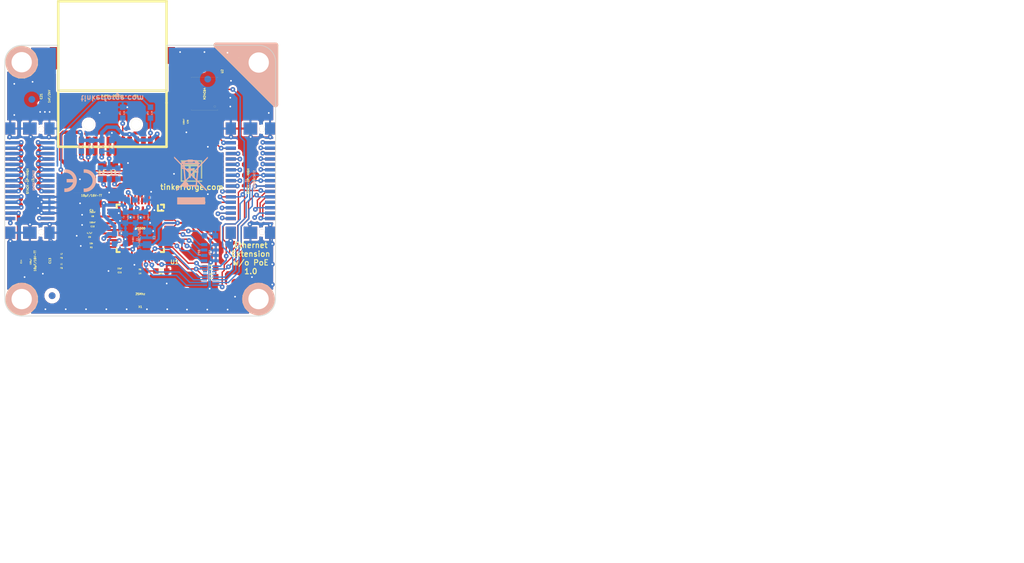
<source format=kicad_pcb>
(kicad_pcb (version 4) (host pcbnew "(2015-03-18 BZR 5525)-product")
  (title_block (title "Ethernet Extension without PoE") (date "Di 23 Jun 2015") (rev 1.0) (company "Tinkerforge GmbH") (comment 1 "Licensed under CERN OHL v.1.1") (comment 2 "Copyright (©) 2015, B.Nordmeyer <bastian@tinkerforge.com>"))
  (layers (0 Vorderseite signal) (31 Rückseite signal hide) (34 B.Paste user) (35 F.Paste user) (36 B.SilkS user) (37 F.SilkS user) (38 B.Mask user) (39 F.Mask user) (44 Edge.Cuts user))
  (net 0 "")
  (net 1 +3.3VP)
  (net 2 3V3)
  (net 3 GND)
  (net 4 INT)
  (net 5 MISO)
  (net 6 MOSI)
  (net 7 RXIN)
  (net 8 RXIP)
  (net 9 SCK)
  (net 10 SCL)
  (net 11 SDA)
  (net 12 SELECT)
  (net 13 TXON)
  (net 14 TXOP)
  (net 15 VCC)
  (net 16 nRESET)
  (net 17 yellowLED)
  (net 18 "Net-(C16-Pad2)")
  (net 19 "Net-(C18-Pad2)")
  (net 20 "Net-(FILTER1-Pad9)")
  (net 21 "Net-(FILTER1-Pad10)")
  (net 22 "Net-(FILTER1-Pad11)")
  (net 23 "Net-(FILTER1-Pad12)")
  (net 24 "Net-(FILTER1-Pad15)")
  (net 25 "Net-(FILTER1-Pad16)")
  (net 26 "Net-(J1-Pad23)")
  (net 27 "Net-(J1-Pad21)")
  (net 28 "Net-(J1-Pad19)")
  (net 29 "Net-(J1-Pad11)")
  (net 30 "Net-(J1-Pad9)")
  (net 31 "Net-(J1-Pad7)")
  (net 32 "Net-(J1-Pad5)")
  (net 33 "Net-(J1-Pad3)")
  (net 34 "Net-(J1-Pad1)")
  (net 35 "Net-(J1-Pad6)")
  (net 36 "Net-(J1-Pad8)")
  (net 37 "Net-(J1-Pad10)")
  (net 38 "Net-(J1-Pad12)")
  (net 39 "Net-(J1-Pad14)")
  (net 40 "Net-(J1-Pad16)")
  (net 41 "Net-(J1-Pad18)")
  (net 42 "Net-(J1-Pad20)")
  (net 43 "Net-(J1-Pad22)")
  (net 44 "Net-(J1-Pad24)")
  (net 45 "Net-(J1-Pad26)")
  (net 46 "Net-(J1-Pad28)")
  (net 47 "Net-(J1-Pad30)")
  (net 48 "Net-(J3-Pad29)")
  (net 49 "Net-(J3-Pad1)")
  (net 50 "Net-(J3-Pad10)")
  (net 51 "Net-(J3-Pad22)")
  (net 52 "Net-(J3-Pad30)")
  (net 53 "Net-(P1-Pad7)")
  (net 54 "Net-(P1-Pad13)")
  (net 55 "Net-(R3-Pad2)")
  (net 56 "Net-(R5-Pad2)")
  (net 57 "Net-(C2-Pad2)")
  (net 58 "Net-(C9-Pad2)")
  (net 59 "Net-(C12-Pad2)")
  (net 60 "Net-(C15-Pad2)")
  (net 61 "Net-(C17-Pad2)")
  (net 62 "Net-(C19-Pad2)")
  (net 63 "Net-(C21-Pad1)")
  (net 64 "Net-(R4-Pad2)")
  (net 65 "Net-(RP1-Pad1)")
  (net 66 "Net-(RP1-Pad2)")
  (net 67 "Net-(RP1-Pad3)")
  (net 68 "Net-(RP1-Pad4)")
  (module CE_5mm (layer Rückseite) (at 142.18 108.95 180)
    (fp_text reference VAL hide)
    (fp_text value CE_5mm hide)
  )
  (module WEEE_7mm (layer Rückseite) (at 158.58 108.95)
    (fp_text reference VAL hide)
    (fp_text value WEEE_7mm hide)
  )
  (module Logo_31x31 (layer Vorderseite) (at 157.08 105.95)
    (fp_text reference G*** hide)
    (fp_text value Logo_31x31 hide)
  )
  (module tinkerforge:Fiducial_Mark (layer Vorderseite) (at 138.07 125.95)
    (fp_text reference Fiducial_Mark hide)
    (fp_text value VAL** hide)
    (pad 1 smd circle (at 0 0) (size 1.00076 1.00076) (layers Vorderseite F.Mask) (clearance 0.65024))
  )
  (module tinkerforge:Fiducial_Mark (layer Vorderseite) (at 165.07 123.95)
    (fp_text reference Fiducial_Mark hide)
    (fp_text value VAL** hide)
    (pad 1 smd circle (at 0 0) (size 1.00076 1.00076) (layers Vorderseite F.Mask) (clearance 0.65024))
  )
  (module tinkerforge:Fiducial_Mark (layer Vorderseite) (at 160.07 91.95)
    (fp_text reference Fiducial_Mark hide)
    (fp_text value VAL** hide)
    (pad 1 smd circle (at 0 0) (size 1.00076 1.00076) (layers Vorderseite F.Mask) (clearance 0.65024))
  )
  (module tinkerforge:Fiducial_Mark (layer Rückseite) (at 138.07 125.95)
    (fp_text reference Fiducial_Mark hide)
    (fp_text value VAL** hide)
    (pad 1 smd circle (at 0 0) (size 1.00076 1.00076) (layers Rückseite B.Mask) (clearance 0.65024))
  )
  (module tinkerforge:Fiducial_Mark (layer Rückseite) (at 135.07 96.95)
    (fp_text reference Fiducial_Mark hide)
    (fp_text value VAL** hide)
    (pad 1 smd circle (at 0 0) (size 1.00076 1.00076) (layers Rückseite B.Mask) (clearance 0.65024))
  )
  (module tinkerforge:Fiducial_Mark (layer Rückseite) (at 161.07 93.95)
    (fp_text reference Fiducial_Mark hide)
    (fp_text value VAL** hide)
    (pad 1 smd circle (at 0 0) (size 1.00076 1.00076) (layers Rückseite B.Mask) (clearance 0.65024))
  )
  (module kicad-libraries:0805P (layer Rückseite) (at 152.1 117.4 90)
    (fp_text reference C1 (at 0 1.04902 90) (layer B.SilkS) (effects (font (size 0.29972 0.2992) (thickness 0.0762)) (justify mirror)))
    (fp_text value 10µF/16V-TT (at 0 -1.15062 90) (layer B.SilkS) (effects (font (size 0.29972 0.2992) (thickness 0.0762)) (justify mirror)))
    (pad 1 smd rect (at -1.00076 0 90) (size 1.00076 1.24968) (layers Rückseite B.Paste B.Mask) (net 2 3V3) (clearance 0.14986))
    (pad 2 smd rect (at 1.00076 0 90) (size 1.00076 1.24968) (layers Rückseite B.Paste B.Mask) (net 3 GND) (clearance 0.14986))
  )
  (module kicad-libraries:0603 (layer Rückseite) (at 148.1 118.3 180)
    (fp_text reference C2 (at 0.05 -0.225 180) (layer B.SilkS) (effects (font (size 0.2 0.2) (thickness 0.05)) (justify mirror)))
    (fp_text value 10nF (at 0.05 0.375 180) (layer B.SilkS) (effects (font (size 0.2 0.2) (thickness 0.05)) (justify mirror)))
    (pad 1 smd rect (at -0.8001 0 180) (size 0.8001 0.8001) (layers Rückseite B.Paste B.Mask) (net 3 GND))
    (pad 2 smd rect (at 0.8001 0 180) (size 0.8001 0.8001) (layers Rückseite B.Paste B.Mask) (net 57 "Net-(C2-Pad2)"))
  )
  (module kicad-libraries:0603 (layer Rückseite) (at 150.4 117.6 270)
    (fp_text reference C3 (at 0.05 -0.225 270) (layer B.SilkS) (effects (font (size 0.2 0.2) (thickness 0.05)) (justify mirror)))
    (fp_text value 100nF (at 0.05 0.375 270) (layer B.SilkS) (effects (font (size 0.2 0.2) (thickness 0.05)) (justify mirror)))
    (pad 1 smd rect (at -0.8001 0 270) (size 0.8001 0.8001) (layers Rückseite B.Paste B.Mask) (net 3 GND))
    (pad 2 smd rect (at 0.8001 0 270) (size 0.8001 0.8001) (layers Rückseite B.Paste B.Mask) (net 2 3V3))
  )
  (module kicad-libraries:0805P (layer Vorderseite) (at 143.9 112.3 180)
    (fp_text reference C4 (at 0 -1.04902 180) (layer F.SilkS) (effects (font (size 0.29972 0.2992) (thickness 0.0762))))
    (fp_text value 10µF/16V-TT (at 0 1.15062 180) (layer F.SilkS) (effects (font (size 0.29972 0.2992) (thickness 0.0762))))
    (pad 1 smd rect (at -1.00076 0 180) (size 1.00076 1.24968) (layers Vorderseite F.Paste F.Mask) (net 1 +3.3VP))
    (pad 2 smd rect (at 1.00076 0 180) (size 1.00076 1.24968) (layers Vorderseite F.Paste F.Mask) (net 3 GND))
  )
  (module kicad-libraries:0603 (layer Rückseite) (at 151.9 114.4 90)
    (fp_text reference C5 (at 0.05 -0.225 90) (layer B.SilkS) (effects (font (size 0.2 0.2) (thickness 0.05)) (justify mirror)))
    (fp_text value 100nF (at 0.05 0.375 90) (layer B.SilkS) (effects (font (size 0.2 0.2) (thickness 0.05)) (justify mirror)))
    (pad 1 smd rect (at -0.8001 0 90) (size 0.8001 0.8001) (layers Rückseite B.Paste B.Mask) (net 3 GND))
    (pad 2 smd rect (at 0.8001 0 90) (size 0.8001 0.8001) (layers Rückseite B.Paste B.Mask) (net 1 +3.3VP))
  )
  (module kicad-libraries:0603 (layer Rückseite) (at 150.4 114.4 90)
    (fp_text reference C6 (at 0.05 -0.225 90) (layer B.SilkS) (effects (font (size 0.2 0.2) (thickness 0.05)) (justify mirror)))
    (fp_text value 100nF (at 0.05 0.375 90) (layer B.SilkS) (effects (font (size 0.2 0.2) (thickness 0.05)) (justify mirror)))
    (pad 1 smd rect (at -0.8001 0 90) (size 0.8001 0.8001) (layers Rückseite B.Paste B.Mask) (net 3 GND) (clearance 0.14986))
    (pad 2 smd rect (at 0.8001 0 90) (size 0.8001 0.8001) (layers Rückseite B.Paste B.Mask) (net 1 +3.3VP) (clearance 0.14986))
  )
  (module kicad-libraries:0603 (layer Rückseite) (at 148.9 114.4 90)
    (fp_text reference C7 (at 0.05 -0.225 90) (layer B.SilkS) (effects (font (size 0.2 0.2) (thickness 0.05)) (justify mirror)))
    (fp_text value 100nF (at 0.05 0.375 90) (layer B.SilkS) (effects (font (size 0.2 0.2) (thickness 0.05)) (justify mirror)))
    (pad 1 smd rect (at -0.8001 0 90) (size 0.8001 0.8001) (layers Rückseite B.Paste B.Mask) (net 3 GND))
    (pad 2 smd rect (at 0.8001 0 90) (size 0.8001 0.8001) (layers Rückseite B.Paste B.Mask) (net 1 +3.3VP))
  )
  (module kicad-libraries:0603 (layer Vorderseite) (at 144 114)
    (fp_text reference C8 (at 0.05 0.225) (layer F.SilkS) (effects (font (size 0.2 0.2) (thickness 0.05))))
    (fp_text value 100nF (at 0.05 -0.375) (layer F.SilkS) (effects (font (size 0.2 0.2) (thickness 0.05))))
    (pad 1 smd rect (at -0.8001 0) (size 0.8001 0.8001) (layers Vorderseite F.Paste F.Mask) (net 3 GND) (clearance 0.14986))
    (pad 2 smd rect (at 0.8001 0) (size 0.8001 0.8001) (layers Vorderseite F.Paste F.Mask) (net 1 +3.3VP) (clearance 0.14986))
  )
  (module kicad-libraries:0805 (layer Vorderseite) (at 143.6 117.1)
    (fp_text reference C9 (at 0 0.2) (layer F.SilkS) (effects (font (size 0.2 0.2) (thickness 0.05))))
    (fp_text value 4.7uF (at 0 -0.4) (layer F.SilkS) (effects (font (size 0.2 0.2) (thickness 0.05))))
    (pad 1 smd rect (at -1.00076 0) (size 1.00076 1.24968) (layers Vorderseite F.Paste F.Mask) (net 3 GND))
    (pad 2 smd rect (at 1.00076 0) (size 1.00076 1.24968) (layers Vorderseite F.Paste F.Mask) (net 58 "Net-(C9-Pad2)"))
  )
  (module kicad-libraries:0603 (layer Vorderseite) (at 144 115.5)
    (fp_text reference C10 (at 0.05 0.225) (layer F.SilkS) (effects (font (size 0.2 0.2) (thickness 0.05))))
    (fp_text value 100nF (at 0.05 -0.375) (layer F.SilkS) (effects (font (size 0.2 0.2) (thickness 0.05))))
    (pad 1 smd rect (at -0.8001 0) (size 0.8001 0.8001) (layers Vorderseite F.Paste F.Mask) (net 3 GND))
    (pad 2 smd rect (at 0.8001 0) (size 0.8001 0.8001) (layers Vorderseite F.Paste F.Mask) (net 1 +3.3VP))
  )
  (module kicad-libraries:0603 (layer Rückseite) (at 148.1 116.8 180)
    (fp_text reference C11 (at 0.05 -0.225 180) (layer B.SilkS) (effects (font (size 0.2 0.2) (thickness 0.05)) (justify mirror)))
    (fp_text value 100nF (at 0.05 0.375 180) (layer B.SilkS) (effects (font (size 0.2 0.2) (thickness 0.05)) (justify mirror)))
    (pad 1 smd rect (at -0.8001 0 180) (size 0.8001 0.8001) (layers Rückseite B.Paste B.Mask) (net 3 GND) (clearance 0.14986))
    (pad 2 smd rect (at 0.8001 0 180) (size 0.8001 0.8001) (layers Rückseite B.Paste B.Mask) (net 1 +3.3VP) (clearance 0.14986))
  )
  (module kicad-libraries:0603 (layer Vorderseite) (at 154.2 122.3 180)
    (fp_text reference C12 (at 0.05 0.225 180) (layer F.SilkS) (effects (font (size 0.2 0.2) (thickness 0.05))))
    (fp_text value 10pF (at 0.05 -0.375 180) (layer F.SilkS) (effects (font (size 0.2 0.2) (thickness 0.05))))
    (pad 1 smd rect (at -0.8001 0 180) (size 0.8001 0.8001) (layers Vorderseite F.Paste F.Mask) (net 3 GND))
    (pad 2 smd rect (at 0.8001 0 180) (size 0.8001 0.8001) (layers Vorderseite F.Paste F.Mask) (net 59 "Net-(C12-Pad2)"))
  )
  (module kicad-libraries:0805P (layer Vorderseite) (at 136.7 120.8 270)
    (fp_text reference C13 (at 0 -1.04902 270) (layer F.SilkS) (effects (font (size 0.29972 0.2992) (thickness 0.0762))))
    (fp_text value 10µF/16V-TT (at 0 1.15062 270) (layer F.SilkS) (effects (font (size 0.29972 0.2992) (thickness 0.0762))))
    (pad 1 smd rect (at -1.00076 0 270) (size 1.00076 1.24968) (layers Vorderseite F.Paste F.Mask) (net 15 VCC))
    (pad 2 smd rect (at 1.00076 0 270) (size 1.00076 1.24968) (layers Vorderseite F.Paste F.Mask) (net 3 GND))
  )
  (module kicad-libraries:3528-21 (layer Vorderseite) (at 134 120.9 270)
    (fp_text reference C14 (at 0.025 0.5 270) (layer F.SilkS) (effects (font (size 0.2 0.2) (thickness 0.05))))
    (fp_text value 100µF (at 0.025 -0.9 270) (layer F.SilkS) (effects (font (size 0.2 0.2) (thickness 0.05))))
    (pad 1 smd rect (at -1.40048 0 270) (size 1.59954 2.79908) (layers Vorderseite F.Paste F.Mask) (net 15 VCC))
    (pad 2 smd rect (at 1.40048 0 270) (size 1.59954 2.79908) (layers Vorderseite F.Paste F.Mask) (net 3 GND))
  )
  (module kicad-libraries:0603 (layer Vorderseite) (at 148 122.3)
    (fp_text reference C15 (at 0.05 0.225) (layer F.SilkS) (effects (font (size 0.2 0.2) (thickness 0.05))))
    (fp_text value 10pF (at 0.05 -0.375) (layer F.SilkS) (effects (font (size 0.2 0.2) (thickness 0.05))))
    (pad 1 smd rect (at -0.8001 0) (size 0.8001 0.8001) (layers Vorderseite F.Paste F.Mask) (net 3 GND))
    (pad 2 smd rect (at 0.8001 0) (size 0.8001 0.8001) (layers Vorderseite F.Paste F.Mask) (net 60 "Net-(C15-Pad2)"))
  )
  (module kicad-libraries:0603 (layer Rückseite) (at 146.9 103.8 270)
    (fp_text reference C16 (at 0.05 -0.225 270) (layer B.SilkS) (effects (font (size 0.2 0.2) (thickness 0.05)) (justify mirror)))
    (fp_text value 22nF (at 0.05 0.375 270) (layer B.SilkS) (effects (font (size 0.2 0.2) (thickness 0.05)) (justify mirror)))
    (pad 1 smd rect (at -0.8001 0 270) (size 0.8001 0.8001) (layers Rückseite B.Paste B.Mask) (net 3 GND))
    (pad 2 smd rect (at 0.8001 0 270) (size 0.8001 0.8001) (layers Rückseite B.Paste B.Mask) (net 18 "Net-(C16-Pad2)"))
  )
  (module kicad-libraries:0603 (layer Rückseite) (at 146.5 107.9 90)
    (fp_text reference C17 (at 0.05 -0.225 90) (layer B.SilkS) (effects (font (size 0.2 0.2) (thickness 0.05)) (justify mirror)))
    (fp_text value 10nF (at 0.05 0.375 90) (layer B.SilkS) (effects (font (size 0.2 0.2) (thickness 0.05)) (justify mirror)))
    (pad 1 smd rect (at -0.8001 0 90) (size 0.8001 0.8001) (layers Rückseite B.Paste B.Mask) (net 3 GND) (clearance 0.14986))
    (pad 2 smd rect (at 0.8001 0 90) (size 0.8001 0.8001) (layers Rückseite B.Paste B.Mask) (net 61 "Net-(C17-Pad2)") (clearance 0.14986))
  )
  (module kicad-libraries:0805 (layer Vorderseite) (at 145.5 107.7 90)
    (fp_text reference C18 (at 0 0.2 90) (layer F.SilkS) (effects (font (size 0.2 0.2) (thickness 0.05))))
    (fp_text value 6.8nF (at 0 -0.4 90) (layer F.SilkS) (effects (font (size 0.2 0.2) (thickness 0.05))))
    (pad 1 smd rect (at -1.00076 0 90) (size 1.00076 1.24968) (layers Vorderseite F.Paste F.Mask) (net 8 RXIP))
    (pad 2 smd rect (at 1.00076 0 90) (size 1.00076 1.24968) (layers Vorderseite F.Paste F.Mask) (net 19 "Net-(C18-Pad2)"))
  )
  (module kicad-libraries:0805 (layer Vorderseite) (at 147.2 107.7 90)
    (fp_text reference C19 (at 0 0.2 90) (layer F.SilkS) (effects (font (size 0.2 0.2) (thickness 0.05))))
    (fp_text value 6.8nF (at 0 -0.4 90) (layer F.SilkS) (effects (font (size 0.2 0.2) (thickness 0.05))))
    (pad 1 smd rect (at -1.00076 0 90) (size 1.00076 1.24968) (layers Vorderseite F.Paste F.Mask) (net 7 RXIN) (clearance 0.14986))
    (pad 2 smd rect (at 1.00076 0 90) (size 1.00076 1.24968) (layers Vorderseite F.Paste F.Mask) (net 62 "Net-(C19-Pad2)") (clearance 0.14986))
  )
  (module kicad-libraries:0603 (layer Vorderseite) (at 157.9 100.3 90)
    (fp_text reference C20 (at 0.05 0.225 90) (layer F.SilkS) (effects (font (size 0.2 0.2) (thickness 0.05))))
    (fp_text value 100nF (at 0.05 -0.375 90) (layer F.SilkS) (effects (font (size 0.2 0.2) (thickness 0.05))))
    (pad 1 smd rect (at -0.8001 0 90) (size 0.8001 0.8001) (layers Vorderseite F.Paste F.Mask) (net 3 GND))
    (pad 2 smd rect (at 0.8001 0 90) (size 0.8001 0.8001) (layers Vorderseite F.Paste F.Mask) (net 2 3V3))
  )
  (module kicad-libraries:1206 (layer Vorderseite) (at 137 96.5 270)
    (fp_text reference C21 (at 0 0.5375 270) (layer F.SilkS) (effects (font (size 0.3 0.3) (thickness 0.075))))
    (fp_text value 1nF/2kV (at 0 -0.65 270) (layer F.SilkS) (effects (font (size 0.3 0.3) (thickness 0.075))))
    (pad 1 smd rect (at -1.50114 0 270) (size 1.00076 1.6002) (layers Vorderseite F.Paste F.Mask) (net 63 "Net-(C21-Pad1)"))
    (pad 2 smd rect (at 1.50114 0 270) (size 1.00076 1.6002) (layers Vorderseite F.Paste F.Mask) (net 3 GND))
  )
  (module kicad-libraries:DFN16-33x135 (layer Rückseite) (at 161.35 123 90)
    (fp_text reference FILTER1 (at 0 0.5 90) (layer B.SilkS) (effects (font (size 0.127 0.127) (thickness 0.03175)) (justify mirror)))
    (fp_text value IP4254CZ16-8 (at 0 0 90) (layer B.SilkS) (effects (font (size 0.127 0.127) (thickness 0.03175)) (justify mirror)))
    (pad 1 smd rect (at 1.4 0.675 90) (size 0.25 0.6) (layers Rückseite B.Paste B.Mask) (net 16 nRESET))
    (pad 2 smd rect (at 1 0.675 90) (size 0.25 0.6) (layers Rückseite B.Paste B.Mask) (net 4 INT))
    (pad 3 smd rect (at 0.6 0.675 90) (size 0.25 0.6) (layers Rückseite B.Paste B.Mask))
    (pad 4 smd rect (at 0.2 0.675 90) (size 0.25 0.6) (layers Rückseite B.Paste B.Mask))
    (pad 5 smd rect (at -0.2 0.675 90) (size 0.25 0.6) (layers Rückseite B.Paste B.Mask) (net 5 MISO))
    (pad 6 smd rect (at -0.6 0.675 90) (size 0.25 0.6) (layers Rückseite B.Paste B.Mask) (net 6 MOSI))
    (pad 7 smd rect (at -1 0.675 90) (size 0.25 0.6) (layers Rückseite B.Paste B.Mask) (net 9 SCK))
    (pad 8 smd rect (at -1.4 0.675 90) (size 0.25 0.6) (layers Rückseite B.Paste B.Mask) (net 12 SELECT))
    (pad 9 smd rect (at -1.4 -0.675 90) (size 0.25 0.6) (layers Rückseite B.Paste B.Mask) (net 20 "Net-(FILTER1-Pad9)"))
    (pad 10 smd rect (at -1 -0.675 90) (size 0.25 0.6) (layers Rückseite B.Paste B.Mask) (net 21 "Net-(FILTER1-Pad10)"))
    (pad 11 smd rect (at -0.6 -0.675 90) (size 0.25 0.6) (layers Rückseite B.Paste B.Mask) (net 22 "Net-(FILTER1-Pad11)"))
    (pad 12 smd rect (at -0.2 -0.675 90) (size 0.25 0.6) (layers Rückseite B.Paste B.Mask) (net 23 "Net-(FILTER1-Pad12)"))
    (pad 13 smd rect (at 0.2 -0.675 90) (size 0.25 0.6) (layers Rückseite B.Paste B.Mask))
    (pad 14 smd rect (at 0.6 -0.675 90) (size 0.25 0.6) (layers Rückseite B.Paste B.Mask))
    (pad 15 smd rect (at 1 -0.675 90) (size 0.25 0.6) (layers Rückseite B.Paste B.Mask) (net 24 "Net-(FILTER1-Pad15)"))
    (pad 16 smd rect (at 1.4 -0.675 90) (size 0.25 0.6) (layers Rückseite B.Paste B.Mask) (net 25 "Net-(FILTER1-Pad16)"))
    (pad EXP smd rect (at 0 0 90) (size 2.8 0.4) (layers Rückseite B.Paste B.Mask) (net 3 GND))
  )
  (module kicad-libraries:BTB08-ACS-TOP (layer Vorderseite) (at 167.37584 108.95076 90)
    (fp_text reference J1 (at 0.025 0.475 90) (layer F.SilkS) (effects (font (size 0.3 0.3) (thickness 0.075))))
    (fp_text value STACK-UP-HIGH (at -0.075 -0.325 90) (layer F.SilkS) (effects (font (size 0.3 0.3) (thickness 0.075))))
    (pad 29 smd rect (at -5.59816 2.89814 270) (size 0.49784 1.4986) (layers Vorderseite F.Paste F.Mask))
    (pad 27 smd rect (at -4.79806 2.89814 270) (size 0.49784 1.4986) (layers Vorderseite F.Paste F.Mask))
    (pad 25 smd rect (at -3.99796 2.89814 270) (size 0.49784 1.4986) (layers Vorderseite F.Paste F.Mask))
    (pad 23 smd rect (at -3.19786 2.89814 270) (size 0.49784 1.4986) (layers Vorderseite F.Paste F.Mask) (net 26 "Net-(J1-Pad23)"))
    (pad 21 smd rect (at -2.39776 2.89814 270) (size 0.49784 1.4986) (layers Vorderseite F.Paste F.Mask) (net 27 "Net-(J1-Pad21)"))
    (pad 19 smd rect (at -1.59766 2.89814 270) (size 0.49784 1.4986) (layers Vorderseite F.Paste F.Mask) (net 28 "Net-(J1-Pad19)"))
    (pad 17 smd rect (at -0.79756 2.89814 270) (size 0.49784 1.4986) (layers Vorderseite F.Paste F.Mask) (net 9 SCK))
    (pad 15 smd rect (at 0 2.89814 270) (size 0.49784 1.4986) (layers Vorderseite F.Paste F.Mask) (net 6 MOSI))
    (pad 13 smd rect (at 0.79756 2.89814 270) (size 0.49784 1.4986) (layers Vorderseite F.Paste F.Mask) (net 5 MISO))
    (pad 11 smd rect (at 1.59766 2.89814 270) (size 0.49784 1.4986) (layers Vorderseite F.Paste F.Mask) (net 29 "Net-(J1-Pad11)"))
    (pad 9 smd rect (at 2.39776 2.89814 270) (size 0.49784 1.4986) (layers Vorderseite F.Paste F.Mask) (net 30 "Net-(J1-Pad9)"))
    (pad 7 smd rect (at 3.19786 2.89814 270) (size 0.49784 1.4986) (layers Vorderseite F.Paste F.Mask) (net 31 "Net-(J1-Pad7)"))
    (pad 5 smd rect (at 3.99796 2.89814 270) (size 0.49784 1.4986) (layers Vorderseite F.Paste F.Mask) (net 32 "Net-(J1-Pad5)"))
    (pad 3 smd rect (at 4.79806 2.89814 270) (size 0.49784 1.4986) (layers Vorderseite F.Paste F.Mask) (net 33 "Net-(J1-Pad3)"))
    (pad 1 smd rect (at 5.59816 2.89814 270) (size 0.49784 1.4986) (layers Vorderseite F.Paste F.Mask) (net 34 "Net-(J1-Pad1)"))
    (pad 2 smd rect (at 5.59816 -2.89814 90) (size 0.49784 1.4986) (layers Vorderseite F.Paste F.Mask) (net 11 SDA))
    (pad 4 smd rect (at 4.79806 -2.89814 90) (size 0.49784 1.4986) (layers Vorderseite F.Paste F.Mask) (net 10 SCL))
    (pad 6 smd rect (at 3.99796 -2.89814 90) (size 0.49784 1.4986) (layers Vorderseite F.Paste F.Mask) (net 35 "Net-(J1-Pad6)"))
    (pad 8 smd rect (at 3.19786 -2.89814 90) (size 0.49784 1.4986) (layers Vorderseite F.Paste F.Mask) (net 36 "Net-(J1-Pad8)"))
    (pad 10 smd rect (at 2.39776 -2.89814 90) (size 0.49784 1.4986) (layers Vorderseite F.Paste F.Mask) (net 37 "Net-(J1-Pad10)"))
    (pad 12 smd rect (at 1.59766 -2.89814 90) (size 0.49784 1.4986) (layers Vorderseite F.Paste F.Mask) (net 38 "Net-(J1-Pad12)"))
    (pad 14 smd rect (at 0.79756 -2.89814 90) (size 0.49784 1.4986) (layers Vorderseite F.Paste F.Mask) (net 39 "Net-(J1-Pad14)"))
    (pad 16 smd rect (at 0 -2.89814 90) (size 0.49784 1.4986) (layers Vorderseite F.Paste F.Mask) (net 40 "Net-(J1-Pad16)"))
    (pad 18 smd rect (at -0.79756 -2.89814 90) (size 0.49784 1.4986) (layers Vorderseite F.Paste F.Mask) (net 41 "Net-(J1-Pad18)"))
    (pad 20 smd rect (at -1.59766 -2.89814 90) (size 0.49784 1.4986) (layers Vorderseite F.Paste F.Mask) (net 42 "Net-(J1-Pad20)"))
    (pad 22 smd rect (at -2.39776 -2.89814 90) (size 0.49784 1.4986) (layers Vorderseite F.Paste F.Mask) (net 43 "Net-(J1-Pad22)"))
    (pad 24 smd rect (at -3.19786 -2.89814 90) (size 0.49784 1.4986) (layers Vorderseite F.Paste F.Mask) (net 44 "Net-(J1-Pad24)"))
    (pad 26 smd rect (at -3.99796 -2.89814 90) (size 0.49784 1.4986) (layers Vorderseite F.Paste F.Mask) (net 45 "Net-(J1-Pad26)"))
    (pad 28 smd rect (at -4.79806 -2.89814 90) (size 0.49784 1.4986) (layers Vorderseite F.Paste F.Mask) (net 46 "Net-(J1-Pad28)"))
    (pad 30 smd rect (at -5.59816 -2.89814 90) (size 0.49784 1.4986) (layers Vorderseite F.Paste F.Mask) (net 47 "Net-(J1-Pad30)"))
    (pad EP smd rect (at 7.69874 -2.90068 90) (size 1.80086 1.50114) (layers Vorderseite F.Paste F.Mask) (net 3 GND))
    (pad EP smd rect (at 7.69874 2.90068 90) (size 1.80086 1.50114) (layers Vorderseite F.Paste F.Mask) (net 3 GND))
    (pad EP smd rect (at -7.69874 2.90068 90) (size 1.80086 1.50114) (layers Vorderseite F.Paste F.Mask) (net 3 GND))
    (pad EP smd rect (at -7.69874 -2.90068 90) (size 1.80086 1.50114) (layers Vorderseite F.Paste F.Mask) (net 3 GND))
    (pad EP smd rect (at 7.69874 0 90) (size 1.80086 1.99898) (layers Vorderseite F.Paste F.Mask) (net 3 GND))
    (pad EP smd rect (at -7.69874 0 90) (size 1.80086 1.99898) (layers Vorderseite F.Paste F.Mask) (net 3 GND))
    (pad "" thru_hole circle (at 7.59968 1.69926 90) (size 0.8001 0.8001) (drill 0.8001) (layers *.Cu *.Mask F.SilkS))
    (pad "" thru_hole circle (at -7.59968 1.69926 90) (size 0.8001 0.8001) (drill 0.8001) (layers *.Cu *.Mask F.SilkS))
  )
  (module kicad-libraries:BTB08-ACS-BTM (layer Rückseite) (at 167.3733 108.95076 270)
    (fp_text reference J2 (at -0.025 0.625 270) (layer B.SilkS) (effects (font (size 0.3 0.3) (thickness 0.075)) (justify mirror)))
    (fp_text value STACK-DOWN (at -0.025 -0.575 270) (layer B.SilkS) (effects (font (size 0.3 0.3) (thickness 0.075)) (justify mirror)))
    (pad 1 smd rect (at -5.59816 -2.89814 90) (size 0.49784 1.4986) (layers Rückseite B.Paste B.Mask) (net 34 "Net-(J1-Pad1)"))
    (pad 3 smd rect (at -4.79806 -2.89814 90) (size 0.49784 1.4986) (layers Rückseite B.Paste B.Mask) (net 33 "Net-(J1-Pad3)"))
    (pad 5 smd rect (at -3.99796 -2.89814 90) (size 0.49784 1.4986) (layers Rückseite B.Paste B.Mask) (net 32 "Net-(J1-Pad5)"))
    (pad 7 smd rect (at -3.19786 -2.89814 90) (size 0.49784 1.4986) (layers Rückseite B.Paste B.Mask) (net 31 "Net-(J1-Pad7)"))
    (pad 9 smd rect (at -2.39776 -2.89814 90) (size 0.49784 1.4986) (layers Rückseite B.Paste B.Mask) (net 30 "Net-(J1-Pad9)"))
    (pad 11 smd rect (at -1.59766 -2.89814 90) (size 0.49784 1.4986) (layers Rückseite B.Paste B.Mask) (net 29 "Net-(J1-Pad11)"))
    (pad 13 smd rect (at -0.79756 -2.89814 90) (size 0.49784 1.4986) (layers Rückseite B.Paste B.Mask) (net 5 MISO))
    (pad 15 smd rect (at 0 -2.89814 90) (size 0.49784 1.4986) (layers Rückseite B.Paste B.Mask) (net 6 MOSI))
    (pad 17 smd rect (at 0.79756 -2.89814 90) (size 0.49784 1.4986) (layers Rückseite B.Paste B.Mask) (net 9 SCK))
    (pad 19 smd rect (at 1.59766 -2.89814 90) (size 0.49784 1.4986) (layers Rückseite B.Paste B.Mask) (net 16 nRESET))
    (pad 21 smd rect (at 2.39776 -2.89814 90) (size 0.49784 1.4986) (layers Rückseite B.Paste B.Mask) (net 4 INT))
    (pad 23 smd rect (at 3.19786 -2.89814 90) (size 0.49784 1.4986) (layers Rückseite B.Paste B.Mask))
    (pad 25 smd rect (at 3.99796 -2.89814 90) (size 0.49784 1.4986) (layers Rückseite B.Paste B.Mask) (net 28 "Net-(J1-Pad19)"))
    (pad 27 smd rect (at 4.79806 -2.89814 90) (size 0.49784 1.4986) (layers Rückseite B.Paste B.Mask) (net 27 "Net-(J1-Pad21)"))
    (pad 29 smd rect (at 5.59816 -2.89814 90) (size 0.49784 1.4986) (layers Rückseite B.Paste B.Mask) (net 26 "Net-(J1-Pad23)"))
    (pad 30 smd rect (at 5.59816 2.89814 270) (size 0.49784 1.4986) (layers Rückseite B.Paste B.Mask) (net 47 "Net-(J1-Pad30)"))
    (pad 28 smd rect (at 4.79806 2.89814 270) (size 0.49784 1.4986) (layers Rückseite B.Paste B.Mask) (net 46 "Net-(J1-Pad28)"))
    (pad 26 smd rect (at 3.99796 2.89814 270) (size 0.49784 1.4986) (layers Rückseite B.Paste B.Mask) (net 45 "Net-(J1-Pad26)"))
    (pad 24 smd rect (at 3.19786 2.89814 270) (size 0.49784 1.4986) (layers Rückseite B.Paste B.Mask) (net 43 "Net-(J1-Pad22)"))
    (pad 22 smd rect (at 2.39776 2.89814 270) (size 0.49784 1.4986) (layers Rückseite B.Paste B.Mask) (net 12 SELECT))
    (pad 20 smd rect (at 1.59766 2.89814 270) (size 0.49784 1.4986) (layers Rückseite B.Paste B.Mask) (net 42 "Net-(J1-Pad20)"))
    (pad 18 smd rect (at 0.79756 2.89814 270) (size 0.49784 1.4986) (layers Rückseite B.Paste B.Mask) (net 41 "Net-(J1-Pad18)"))
    (pad 16 smd rect (at 0 2.89814 270) (size 0.49784 1.4986) (layers Rückseite B.Paste B.Mask) (net 40 "Net-(J1-Pad16)"))
    (pad 14 smd rect (at -0.79756 2.89814 270) (size 0.49784 1.4986) (layers Rückseite B.Paste B.Mask) (net 39 "Net-(J1-Pad14)"))
    (pad 12 smd rect (at -1.59766 2.89814 270) (size 0.49784 1.4986) (layers Rückseite B.Paste B.Mask) (net 38 "Net-(J1-Pad12)"))
    (pad 10 smd rect (at -2.39776 2.89814 270) (size 0.49784 1.4986) (layers Rückseite B.Paste B.Mask) (net 37 "Net-(J1-Pad10)"))
    (pad 8 smd rect (at -3.19786 2.89814 270) (size 0.49784 1.4986) (layers Rückseite B.Paste B.Mask) (net 36 "Net-(J1-Pad8)"))
    (pad 6 smd rect (at -3.99796 2.89814 270) (size 0.49784 1.4986) (layers Rückseite B.Paste B.Mask) (net 35 "Net-(J1-Pad6)"))
    (pad 4 smd rect (at -4.79806 2.89814 270) (size 0.49784 1.4986) (layers Rückseite B.Paste B.Mask) (net 10 SCL))
    (pad 2 smd rect (at -5.59816 2.89814 270) (size 0.49784 1.4986) (layers Rückseite B.Paste B.Mask) (net 11 SDA))
    (pad EP smd rect (at 7.69874 2.90068 270) (size 1.80086 1.50114) (layers Rückseite B.Paste B.Mask) (net 3 GND))
    (pad EP smd rect (at 7.69874 -2.90068 270) (size 1.80086 1.50114) (layers Rückseite B.Paste B.Mask) (net 3 GND))
    (pad EP smd rect (at -7.69874 -2.90068 270) (size 1.80086 1.50114) (layers Rückseite B.Paste B.Mask) (net 3 GND))
    (pad EP smd rect (at -7.69874 2.90068 270) (size 1.80086 1.50114) (layers Rückseite B.Paste B.Mask) (net 3 GND))
    (pad EP smd rect (at 7.69874 0 270) (size 1.80086 1.99898) (layers Rückseite B.Paste B.Mask) (net 3 GND))
    (pad EP smd rect (at -7.69874 0 270) (size 1.80086 1.99898) (layers Rückseite B.Paste B.Mask) (net 3 GND))
    (pad "" thru_hole circle (at 7.59968 -1.69926 270) (size 0.8001 0.8001) (drill 0.8001) (layers *.Cu *.Mask B.SilkS))
    (pad "" thru_hole circle (at -7.59968 -1.69926 270) (size 0.8001 0.8001) (drill 0.8001) (layers *.Cu *.Mask B.SilkS))
  )
  (module kicad-libraries:BTB08-ACS-TOP (layer Vorderseite) (at 134.7724 108.95076 90)
    (fp_text reference J3 (at 0.025 0.475 90) (layer F.SilkS) (effects (font (size 0.3 0.3) (thickness 0.075))))
    (fp_text value STACK-UP-HIGH (at -0.075 -0.325 90) (layer F.SilkS) (effects (font (size 0.3 0.3) (thickness 0.075))))
    (pad 29 smd rect (at -5.59816 2.89814 270) (size 0.49784 1.4986) (layers Vorderseite F.Paste F.Mask) (net 48 "Net-(J3-Pad29)"))
    (pad 27 smd rect (at -4.79806 2.89814 270) (size 0.49784 1.4986) (layers Vorderseite F.Paste F.Mask) (net 3 GND))
    (pad 25 smd rect (at -3.99796 2.89814 270) (size 0.49784 1.4986) (layers Vorderseite F.Paste F.Mask) (net 3 GND))
    (pad 23 smd rect (at -3.19786 2.89814 270) (size 0.49784 1.4986) (layers Vorderseite F.Paste F.Mask) (net 3 GND))
    (pad 21 smd rect (at -2.39776 2.89814 270) (size 0.49784 1.4986) (layers Vorderseite F.Paste F.Mask) (net 3 GND))
    (pad 19 smd rect (at -1.59766 2.89814 270) (size 0.49784 1.4986) (layers Vorderseite F.Paste F.Mask) (net 49 "Net-(J3-Pad1)"))
    (pad 17 smd rect (at -0.79756 2.89814 270) (size 0.49784 1.4986) (layers Vorderseite F.Paste F.Mask) (net 49 "Net-(J3-Pad1)"))
    (pad 15 smd rect (at 0 2.89814 270) (size 0.49784 1.4986) (layers Vorderseite F.Paste F.Mask) (net 49 "Net-(J3-Pad1)"))
    (pad 13 smd rect (at 0.79756 2.89814 270) (size 0.49784 1.4986) (layers Vorderseite F.Paste F.Mask) (net 49 "Net-(J3-Pad1)"))
    (pad 11 smd rect (at 1.59766 2.89814 270) (size 0.49784 1.4986) (layers Vorderseite F.Paste F.Mask) (net 49 "Net-(J3-Pad1)"))
    (pad 9 smd rect (at 2.39776 2.89814 270) (size 0.49784 1.4986) (layers Vorderseite F.Paste F.Mask) (net 49 "Net-(J3-Pad1)"))
    (pad 7 smd rect (at 3.19786 2.89814 270) (size 0.49784 1.4986) (layers Vorderseite F.Paste F.Mask) (net 49 "Net-(J3-Pad1)"))
    (pad 5 smd rect (at 3.99796 2.89814 270) (size 0.49784 1.4986) (layers Vorderseite F.Paste F.Mask) (net 49 "Net-(J3-Pad1)"))
    (pad 3 smd rect (at 4.79806 2.89814 270) (size 0.49784 1.4986) (layers Vorderseite F.Paste F.Mask) (net 49 "Net-(J3-Pad1)"))
    (pad 1 smd rect (at 5.59816 2.89814 270) (size 0.49784 1.4986) (layers Vorderseite F.Paste F.Mask) (net 49 "Net-(J3-Pad1)"))
    (pad 2 smd rect (at 5.59816 -2.89814 90) (size 0.49784 1.4986) (layers Vorderseite F.Paste F.Mask) (net 50 "Net-(J3-Pad10)"))
    (pad 4 smd rect (at 4.79806 -2.89814 90) (size 0.49784 1.4986) (layers Vorderseite F.Paste F.Mask) (net 50 "Net-(J3-Pad10)"))
    (pad 6 smd rect (at 3.99796 -2.89814 90) (size 0.49784 1.4986) (layers Vorderseite F.Paste F.Mask) (net 50 "Net-(J3-Pad10)"))
    (pad 8 smd rect (at 3.19786 -2.89814 90) (size 0.49784 1.4986) (layers Vorderseite F.Paste F.Mask) (net 50 "Net-(J3-Pad10)"))
    (pad 10 smd rect (at 2.39776 -2.89814 90) (size 0.49784 1.4986) (layers Vorderseite F.Paste F.Mask) (net 50 "Net-(J3-Pad10)"))
    (pad 12 smd rect (at 1.59766 -2.89814 90) (size 0.49784 1.4986) (layers Vorderseite F.Paste F.Mask) (net 50 "Net-(J3-Pad10)"))
    (pad 14 smd rect (at 0.79756 -2.89814 90) (size 0.49784 1.4986) (layers Vorderseite F.Paste F.Mask) (net 50 "Net-(J3-Pad10)"))
    (pad 16 smd rect (at 0 -2.89814 90) (size 0.49784 1.4986) (layers Vorderseite F.Paste F.Mask) (net 50 "Net-(J3-Pad10)"))
    (pad 18 smd rect (at -0.79756 -2.89814 90) (size 0.49784 1.4986) (layers Vorderseite F.Paste F.Mask) (net 50 "Net-(J3-Pad10)"))
    (pad 20 smd rect (at -1.59766 -2.89814 90) (size 0.49784 1.4986) (layers Vorderseite F.Paste F.Mask) (net 50 "Net-(J3-Pad10)"))
    (pad 22 smd rect (at -2.39776 -2.89814 90) (size 0.49784 1.4986) (layers Vorderseite F.Paste F.Mask) (net 51 "Net-(J3-Pad22)"))
    (pad 24 smd rect (at -3.19786 -2.89814 90) (size 0.49784 1.4986) (layers Vorderseite F.Paste F.Mask) (net 51 "Net-(J3-Pad22)"))
    (pad 26 smd rect (at -3.99796 -2.89814 90) (size 0.49784 1.4986) (layers Vorderseite F.Paste F.Mask) (net 51 "Net-(J3-Pad22)"))
    (pad 28 smd rect (at -4.79806 -2.89814 90) (size 0.49784 1.4986) (layers Vorderseite F.Paste F.Mask) (net 15 VCC))
    (pad 30 smd rect (at -5.59816 -2.89814 90) (size 0.49784 1.4986) (layers Vorderseite F.Paste F.Mask) (net 52 "Net-(J3-Pad30)"))
    (pad EP smd rect (at 7.69874 -2.90068 90) (size 1.80086 1.50114) (layers Vorderseite F.Paste F.Mask) (net 3 GND))
    (pad EP smd rect (at 7.69874 2.90068 90) (size 1.80086 1.50114) (layers Vorderseite F.Paste F.Mask) (net 3 GND))
    (pad EP smd rect (at -7.69874 2.90068 90) (size 1.80086 1.50114) (layers Vorderseite F.Paste F.Mask) (net 3 GND))
    (pad EP smd rect (at -7.69874 -2.90068 90) (size 1.80086 1.50114) (layers Vorderseite F.Paste F.Mask) (net 3 GND))
    (pad EP smd rect (at 7.69874 0 90) (size 1.80086 1.99898) (layers Vorderseite F.Paste F.Mask) (net 3 GND))
    (pad EP smd rect (at -7.69874 0 90) (size 1.80086 1.99898) (layers Vorderseite F.Paste F.Mask) (net 3 GND))
    (pad "" thru_hole circle (at 7.59968 1.69926 90) (size 0.8001 0.8001) (drill 0.8001) (layers *.Cu *.Mask F.SilkS))
    (pad "" thru_hole circle (at -7.59968 1.69926 90) (size 0.8001 0.8001) (drill 0.8001) (layers *.Cu *.Mask F.SilkS))
  )
  (module kicad-libraries:BTB08-ACS-BTM (layer Rückseite) (at 134.77748 108.95076 270)
    (fp_text reference J4 (at -0.025 0.625 270) (layer B.SilkS) (effects (font (size 0.3 0.3) (thickness 0.075)) (justify mirror)))
    (fp_text value STACK-DOWN (at -0.025 -0.575 270) (layer B.SilkS) (effects (font (size 0.3 0.3) (thickness 0.075)) (justify mirror)))
    (pad 1 smd rect (at -5.59816 -2.89814 90) (size 0.49784 1.4986) (layers Rückseite B.Paste B.Mask) (net 49 "Net-(J3-Pad1)"))
    (pad 3 smd rect (at -4.79806 -2.89814 90) (size 0.49784 1.4986) (layers Rückseite B.Paste B.Mask) (net 49 "Net-(J3-Pad1)"))
    (pad 5 smd rect (at -3.99796 -2.89814 90) (size 0.49784 1.4986) (layers Rückseite B.Paste B.Mask) (net 49 "Net-(J3-Pad1)"))
    (pad 7 smd rect (at -3.19786 -2.89814 90) (size 0.49784 1.4986) (layers Rückseite B.Paste B.Mask) (net 49 "Net-(J3-Pad1)"))
    (pad 9 smd rect (at -2.39776 -2.89814 90) (size 0.49784 1.4986) (layers Rückseite B.Paste B.Mask) (net 49 "Net-(J3-Pad1)"))
    (pad 11 smd rect (at -1.59766 -2.89814 90) (size 0.49784 1.4986) (layers Rückseite B.Paste B.Mask) (net 49 "Net-(J3-Pad1)"))
    (pad 13 smd rect (at -0.79756 -2.89814 90) (size 0.49784 1.4986) (layers Rückseite B.Paste B.Mask) (net 49 "Net-(J3-Pad1)"))
    (pad 15 smd rect (at 0 -2.89814 90) (size 0.49784 1.4986) (layers Rückseite B.Paste B.Mask) (net 49 "Net-(J3-Pad1)"))
    (pad 17 smd rect (at 0.79756 -2.89814 90) (size 0.49784 1.4986) (layers Rückseite B.Paste B.Mask) (net 49 "Net-(J3-Pad1)"))
    (pad 19 smd rect (at 1.59766 -2.89814 90) (size 0.49784 1.4986) (layers Rückseite B.Paste B.Mask) (net 49 "Net-(J3-Pad1)"))
    (pad 21 smd rect (at 2.39776 -2.89814 90) (size 0.49784 1.4986) (layers Rückseite B.Paste B.Mask) (net 3 GND))
    (pad 23 smd rect (at 3.19786 -2.89814 90) (size 0.49784 1.4986) (layers Rückseite B.Paste B.Mask) (net 3 GND))
    (pad 25 smd rect (at 3.99796 -2.89814 90) (size 0.49784 1.4986) (layers Rückseite B.Paste B.Mask) (net 3 GND))
    (pad 27 smd rect (at 4.79806 -2.89814 90) (size 0.49784 1.4986) (layers Rückseite B.Paste B.Mask) (net 3 GND))
    (pad 29 smd rect (at 5.59816 -2.89814 90) (size 0.49784 1.4986) (layers Rückseite B.Paste B.Mask) (net 48 "Net-(J3-Pad29)"))
    (pad 30 smd rect (at 5.59816 2.89814 270) (size 0.49784 1.4986) (layers Rückseite B.Paste B.Mask) (net 52 "Net-(J3-Pad30)"))
    (pad 28 smd rect (at 4.79806 2.89814 270) (size 0.49784 1.4986) (layers Rückseite B.Paste B.Mask) (net 15 VCC))
    (pad 26 smd rect (at 3.99796 2.89814 270) (size 0.49784 1.4986) (layers Rückseite B.Paste B.Mask) (net 51 "Net-(J3-Pad22)"))
    (pad 24 smd rect (at 3.19786 2.89814 270) (size 0.49784 1.4986) (layers Rückseite B.Paste B.Mask) (net 51 "Net-(J3-Pad22)"))
    (pad 22 smd rect (at 2.39776 2.89814 270) (size 0.49784 1.4986) (layers Rückseite B.Paste B.Mask) (net 51 "Net-(J3-Pad22)"))
    (pad 20 smd rect (at 1.59766 2.89814 270) (size 0.49784 1.4986) (layers Rückseite B.Paste B.Mask) (net 50 "Net-(J3-Pad10)"))
    (pad 18 smd rect (at 0.79756 2.89814 270) (size 0.49784 1.4986) (layers Rückseite B.Paste B.Mask) (net 50 "Net-(J3-Pad10)"))
    (pad 16 smd rect (at 0 2.89814 270) (size 0.49784 1.4986) (layers Rückseite B.Paste B.Mask) (net 50 "Net-(J3-Pad10)"))
    (pad 14 smd rect (at -0.79756 2.89814 270) (size 0.49784 1.4986) (layers Rückseite B.Paste B.Mask) (net 50 "Net-(J3-Pad10)"))
    (pad 12 smd rect (at -1.59766 2.89814 270) (size 0.49784 1.4986) (layers Rückseite B.Paste B.Mask) (net 50 "Net-(J3-Pad10)"))
    (pad 10 smd rect (at -2.39776 2.89814 270) (size 0.49784 1.4986) (layers Rückseite B.Paste B.Mask) (net 50 "Net-(J3-Pad10)"))
    (pad 8 smd rect (at -3.19786 2.89814 270) (size 0.49784 1.4986) (layers Rückseite B.Paste B.Mask) (net 50 "Net-(J3-Pad10)"))
    (pad 6 smd rect (at -3.99796 2.89814 270) (size 0.49784 1.4986) (layers Rückseite B.Paste B.Mask) (net 50 "Net-(J3-Pad10)"))
    (pad 4 smd rect (at -4.79806 2.89814 270) (size 0.49784 1.4986) (layers Rückseite B.Paste B.Mask) (net 50 "Net-(J3-Pad10)"))
    (pad 2 smd rect (at -5.59816 2.89814 270) (size 0.49784 1.4986) (layers Rückseite B.Paste B.Mask) (net 50 "Net-(J3-Pad10)"))
    (pad EP smd rect (at 7.69874 2.90068 270) (size 1.80086 1.50114) (layers Rückseite B.Paste B.Mask) (net 3 GND))
    (pad EP smd rect (at 7.69874 -2.90068 270) (size 1.80086 1.50114) (layers Rückseite B.Paste B.Mask) (net 3 GND))
    (pad EP smd rect (at -7.69874 -2.90068 270) (size 1.80086 1.50114) (layers Rückseite B.Paste B.Mask) (net 3 GND))
    (pad EP smd rect (at -7.69874 2.90068 270) (size 1.80086 1.50114) (layers Rückseite B.Paste B.Mask) (net 3 GND))
    (pad EP smd rect (at 7.69874 0 270) (size 1.80086 1.99898) (layers Rückseite B.Paste B.Mask) (net 3 GND))
    (pad EP smd rect (at -7.69874 0 270) (size 1.80086 1.99898) (layers Rückseite B.Paste B.Mask) (net 3 GND))
    (pad "" thru_hole circle (at 7.59968 -1.69926 270) (size 0.8001 0.8001) (drill 0.8001) (layers *.Cu *.Mask B.SilkS))
    (pad "" thru_hole circle (at -7.59968 -1.69926 270) (size 0.8001 0.8001) (drill 0.8001) (layers *.Cu *.Mask B.SilkS))
  )
  (module kicad-libraries:0603 (layer Vorderseite) (at 139.5 121.5 180)
    (fp_text reference L1 (at 0.05 0.225 180) (layer F.SilkS) (effects (font (size 0.2 0.2) (thickness 0.05))))
    (fp_text value FB (at 0.05 -0.375 180) (layer F.SilkS) (effects (font (size 0.2 0.2) (thickness 0.05))))
    (pad 1 smd rect (at -0.8001 0 180) (size 0.8001 0.8001) (layers Vorderseite F.Paste F.Mask) (net 2 3V3))
    (pad 2 smd rect (at 0.8001 0 180) (size 0.8001 0.8001) (layers Vorderseite F.Paste F.Mask) (net 15 VCC))
  )
  (module kicad-libraries:0603 (layer Vorderseite) (at 139.5 120 180)
    (fp_text reference L2 (at 0.05 0.225 180) (layer F.SilkS) (effects (font (size 0.2 0.2) (thickness 0.05))))
    (fp_text value FB (at 0.05 -0.375 180) (layer F.SilkS) (effects (font (size 0.2 0.2) (thickness 0.05))))
    (pad 1 smd rect (at -0.8001 0 180) (size 0.8001 0.8001) (layers Vorderseite F.Paste F.Mask) (net 1 +3.3VP))
    (pad 2 smd rect (at 0.8001 0 180) (size 0.8001 0.8001) (layers Vorderseite F.Paste F.Mask) (net 15 VCC))
  )
  (module kicad-libraries:RJPSL-001TA1 (layer Vorderseite) (at 146.975 96.45)
    (fp_text reference P1 (at 3.50012 0) (layer F.SilkS) (effects (font (size 0.29972 0.2992) (thickness 0.0762))))
    (fp_text value RJPSL-001TA1 (at 0 0) (layer F.SilkS) (effects (font (size 0.29972 0.2992) (thickness 0.0762))))
    (pad 12 smd rect (at -5.61086 7.39902) (size 0.70104 2.79908) (layers Vorderseite F.Paste F.Mask))
    (pad 1 smd rect (at -4.58978 7.39902) (size 0.70104 2.79908) (layers Vorderseite F.Paste F.Mask) (net 14 TXOP))
    (pad 2 smd rect (at -3.57124 7.39902) (size 0.70104 2.79908) (layers Vorderseite F.Paste F.Mask) (net 13 TXON))
    (pad 3 smd rect (at -2.55016 7.39902) (size 0.70104 2.79908) (layers Vorderseite F.Paste F.Mask) (net 19 "Net-(C18-Pad2)"))
    (pad 4 smd rect (at -1.52908 7.39902) (size 0.70104 2.79908) (layers Vorderseite F.Paste F.Mask) (net 18 "Net-(C16-Pad2)"))
    (pad 5 smd rect (at -0.51054 7.39902) (size 0.70104 2.79908) (layers Vorderseite F.Paste F.Mask) (net 61 "Net-(C17-Pad2)"))
    (pad 6 smd rect (at 0.51054 7.39902) (size 0.70104 2.79908) (layers Vorderseite F.Paste F.Mask) (net 62 "Net-(C19-Pad2)"))
    (pad 7 smd rect (at 1.52908 7.39902) (size 0.70104 2.79908) (layers Vorderseite F.Paste F.Mask) (net 53 "Net-(P1-Pad7)"))
    (pad 8 smd rect (at 2.55016 7.39902) (size 0.70104 2.79908) (layers Vorderseite F.Paste F.Mask) (net 1 +3.3VP))
    (pad 9 smd rect (at 3.57124 7.39902) (size 0.70104 2.79908) (layers Vorderseite F.Paste F.Mask))
    (pad 10 smd rect (at 4.58978 7.39902) (size 0.70104 2.79908) (layers Vorderseite F.Paste F.Mask))
    (pad 13 smd rect (at 5.61086 7.39902) (size 0.70104 2.79908) (layers Vorderseite F.Paste F.Mask) (net 54 "Net-(P1-Pad13)"))
    (pad "" np_thru_hole circle (at -3.50012 4.20116) (size 1.5 1.5) (drill 1.5) (layers *.Cu *.Mask F.SilkS))
    (pad "" np_thru_hole circle (at 3.50012 4.20116) (size 1.5 1.5) (drill 1.5) (layers *.Cu *.Mask F.SilkS))
    (pad SHD smd rect (at -8.54964 -5.99948) (size 1.39954 2.49936) (layers Vorderseite F.Paste F.Mask) (net 63 "Net-(C21-Pad1)"))
    (pad "" smd rect (at 8.54964 -5.99948) (size 1.39954 2.49936) (layers Vorderseite F.Paste F.Mask))
    (pad 11 smd rect (at -6.6294 7.39902) (size 0.70104 2.79908) (layers Vorderseite F.Paste F.Mask))
    (pad 14 smd rect (at 6.6294 7.39902) (size 0.70104 2.79908) (layers Vorderseite F.Paste F.Mask) (net 1 +3.3VP))
  )
  (module kicad-libraries:0603 (layer Vorderseite) (at 161.45 121.85)
    (fp_text reference R1 (at 0.05 0.225) (layer F.SilkS) (effects (font (size 0.2 0.2) (thickness 0.05))))
    (fp_text value 10k (at 0.05 -0.375) (layer F.SilkS) (effects (font (size 0.2 0.2) (thickness 0.05))))
    (pad 1 smd rect (at -0.8001 0) (size 0.8001 0.8001) (layers Vorderseite F.Paste F.Mask) (net 25 "Net-(FILTER1-Pad16)"))
    (pad 2 smd rect (at 0.8001 0) (size 0.8001 0.8001) (layers Vorderseite F.Paste F.Mask) (net 2 3V3))
  )
  (module kicad-libraries:0603 (layer Vorderseite) (at 161.45 123.15)
    (fp_text reference R2 (at 0.05 0.225) (layer F.SilkS) (effects (font (size 0.2 0.2) (thickness 0.05))))
    (fp_text value 10k (at 0.05 -0.375) (layer F.SilkS) (effects (font (size 0.2 0.2) (thickness 0.05))))
    (pad 1 smd rect (at -0.8001 0) (size 0.8001 0.8001) (layers Vorderseite F.Paste F.Mask) (net 24 "Net-(FILTER1-Pad15)"))
    (pad 2 smd rect (at 0.8001 0) (size 0.8001 0.8001) (layers Vorderseite F.Paste F.Mask) (net 2 3V3))
  )
  (module kicad-libraries:0603 (layer Vorderseite) (at 143.8 118.6)
    (fp_text reference R3 (at 0.05 0.225) (layer F.SilkS) (effects (font (size 0.2 0.2) (thickness 0.05))))
    (fp_text value 10k (at 0.05 -0.375) (layer F.SilkS) (effects (font (size 0.2 0.2) (thickness 0.05))))
    (pad 1 smd rect (at -0.8001 0) (size 0.8001 0.8001) (layers Vorderseite F.Paste F.Mask) (net 3 GND))
    (pad 2 smd rect (at 0.8001 0) (size 0.8001 0.8001) (layers Vorderseite F.Paste F.Mask) (net 55 "Net-(R3-Pad2)"))
  )
  (module kicad-libraries:0603 (layer Rückseite) (at 161.4 117.1 180)
    (fp_text reference R4 (at 0.05 -0.225 180) (layer B.SilkS) (effects (font (size 0.2 0.2) (thickness 0.05)) (justify mirror)))
    (fp_text value 10k (at 0.05 0.375 180) (layer B.SilkS) (effects (font (size 0.2 0.2) (thickness 0.05)) (justify mirror)))
    (pad 1 smd rect (at -0.8001 0 180) (size 0.8001 0.8001) (layers Rückseite B.Paste B.Mask) (net 3 GND))
    (pad 2 smd rect (at 0.8001 0 180) (size 0.8001 0.8001) (layers Rückseite B.Paste B.Mask) (net 64 "Net-(R4-Pad2)"))
  )
  (module kicad-libraries:0603 (layer Rückseite) (at 151.1 111.8 180)
    (fp_text reference R5 (at 0.05 -0.225 180) (layer B.SilkS) (effects (font (size 0.2 0.2) (thickness 0.05)) (justify mirror)))
    (fp_text value "12.4k 1%" (at 0.05 0.375 180) (layer B.SilkS) (effects (font (size 0.2 0.2) (thickness 0.05)) (justify mirror)))
    (pad 1 smd rect (at -0.8001 0 180) (size 0.8001 0.8001) (layers Rückseite B.Paste B.Mask) (net 3 GND))
    (pad 2 smd rect (at 0.8001 0 180) (size 0.8001 0.8001) (layers Rückseite B.Paste B.Mask) (net 56 "Net-(R5-Pad2)"))
  )
  (module kicad-libraries:0603 (layer Vorderseite) (at 151.1 122.3 180)
    (fp_text reference R6 (at 0.05 0.225 180) (layer F.SilkS) (effects (font (size 0.2 0.2) (thickness 0.05))))
    (fp_text value 1M (at 0.05 -0.375 180) (layer F.SilkS) (effects (font (size 0.2 0.2) (thickness 0.05))))
    (pad 1 smd rect (at -0.8001 0 180) (size 0.8001 0.8001) (layers Vorderseite F.Paste F.Mask) (net 59 "Net-(C12-Pad2)"))
    (pad 2 smd rect (at 0.8001 0 180) (size 0.8001 0.8001) (layers Vorderseite F.Paste F.Mask) (net 60 "Net-(C15-Pad2)"))
  )
  (module kicad-libraries:0603 (layer Rückseite) (at 142.4 103.8 270)
    (fp_text reference R7 (at 0.05 -0.225 270) (layer B.SilkS) (effects (font (size 0.2 0.2) (thickness 0.05)) (justify mirror)))
    (fp_text value 49.9 (at 0.05 0.375 270) (layer B.SilkS) (effects (font (size 0.2 0.2) (thickness 0.05)) (justify mirror)))
    (pad 1 smd rect (at -0.8001 0 270) (size 0.8001 0.8001) (layers Rückseite B.Paste B.Mask) (net 1 +3.3VP))
    (pad 2 smd rect (at 0.8001 0 270) (size 0.8001 0.8001) (layers Rückseite B.Paste B.Mask) (net 14 TXOP))
  )
  (module kicad-libraries:0603 (layer Rückseite) (at 143.9 103.8 270)
    (fp_text reference R8 (at 0.05 -0.225 270) (layer B.SilkS) (effects (font (size 0.2 0.2) (thickness 0.05)) (justify mirror)))
    (fp_text value 49.9 (at 0.05 0.375 270) (layer B.SilkS) (effects (font (size 0.2 0.2) (thickness 0.05)) (justify mirror)))
    (pad 1 smd rect (at -0.8001 0 270) (size 0.8001 0.8001) (layers Rückseite B.Paste B.Mask) (net 1 +3.3VP))
    (pad 2 smd rect (at 0.8001 0 270) (size 0.8001 0.8001) (layers Rückseite B.Paste B.Mask) (net 13 TXON))
  )
  (module kicad-libraries:0603 (layer Rückseite) (at 145.4 103.8 270)
    (fp_text reference R9 (at 0.05 -0.225 270) (layer B.SilkS) (effects (font (size 0.2 0.2) (thickness 0.05)) (justify mirror)))
    (fp_text value 10 (at 0.05 0.375 270) (layer B.SilkS) (effects (font (size 0.2 0.2) (thickness 0.05)) (justify mirror)))
    (pad 1 smd rect (at -0.8001 0 270) (size 0.8001 0.8001) (layers Rückseite B.Paste B.Mask) (net 1 +3.3VP))
    (pad 2 smd rect (at 0.8001 0 270) (size 0.8001 0.8001) (layers Rückseite B.Paste B.Mask) (net 18 "Net-(C16-Pad2)"))
  )
  (module kicad-libraries:0603 (layer Rückseite) (at 145.2 107.9 90)
    (fp_text reference R10 (at 0.05 -0.225 90) (layer B.SilkS) (effects (font (size 0.2 0.2) (thickness 0.05)) (justify mirror)))
    (fp_text value 82 (at 0.05 0.375 90) (layer B.SilkS) (effects (font (size 0.2 0.2) (thickness 0.05)) (justify mirror)))
    (pad 1 smd rect (at -0.8001 0 90) (size 0.8001 0.8001) (layers Rückseite B.Paste B.Mask) (net 8 RXIP))
    (pad 2 smd rect (at 0.8001 0 90) (size 0.8001 0.8001) (layers Rückseite B.Paste B.Mask) (net 61 "Net-(C17-Pad2)"))
  )
  (module kicad-libraries:0603 (layer Rückseite) (at 147.8 107.9 270)
    (fp_text reference R11 (at 0.05 -0.225 270) (layer B.SilkS) (effects (font (size 0.2 0.2) (thickness 0.05)) (justify mirror)))
    (fp_text value 82 (at 0.05 0.375 270) (layer B.SilkS) (effects (font (size 0.2 0.2) (thickness 0.05)) (justify mirror)))
    (pad 1 smd rect (at -0.8001 0 270) (size 0.8001 0.8001) (layers Rückseite B.Paste B.Mask) (net 61 "Net-(C17-Pad2)"))
    (pad 2 smd rect (at 0.8001 0 270) (size 0.8001 0.8001) (layers Rückseite B.Paste B.Mask) (net 7 RXIN))
  )
  (module kicad-libraries:0603 (layer Rückseite) (at 148.5 98.9 270)
    (fp_text reference R12 (at 0.05 -0.225 270) (layer B.SilkS) (effects (font (size 0.2 0.2) (thickness 0.05)) (justify mirror)))
    (fp_text value 470 (at 0.05 0.375 270) (layer B.SilkS) (effects (font (size 0.2 0.2) (thickness 0.05)) (justify mirror)))
    (pad 1 smd rect (at -0.8001 0 270) (size 0.8001 0.8001) (layers Rückseite B.Paste B.Mask) (net 3 GND))
    (pad 2 smd rect (at 0.8001 0 270) (size 0.8001 0.8001) (layers Rückseite B.Paste B.Mask) (net 53 "Net-(P1-Pad7)"))
  )
  (module kicad-libraries:0603 (layer Rückseite) (at 152.6 98.9 270)
    (fp_text reference R13 (at 0.05 -0.225 270) (layer B.SilkS) (effects (font (size 0.2 0.2) (thickness 0.05)) (justify mirror)))
    (fp_text value 470 (at 0.05 0.375 270) (layer B.SilkS) (effects (font (size 0.2 0.2) (thickness 0.05)) (justify mirror)))
    (pad 1 smd rect (at -0.8001 0 270) (size 0.8001 0.8001) (layers Rückseite B.Paste B.Mask) (net 17 yellowLED))
    (pad 2 smd rect (at 0.8001 0 270) (size 0.8001 0.8001) (layers Rückseite B.Paste B.Mask) (net 54 "Net-(P1-Pad13)"))
  )
  (module kicad-libraries:0603 (layer Vorderseite) (at 160.4 111.9)
    (fp_text reference R14 (at 0.05 0.225) (layer F.SilkS) (effects (font (size 0.2 0.2) (thickness 0.05))))
    (fp_text value 1k (at 0.05 -0.375) (layer F.SilkS) (effects (font (size 0.2 0.2) (thickness 0.05))))
    (pad 1 smd rect (at -0.8001 0) (size 0.8001 0.8001) (layers Vorderseite F.Paste F.Mask) (net 2 3V3))
    (pad 2 smd rect (at 0.8001 0) (size 0.8001 0.8001) (layers Vorderseite F.Paste F.Mask) (net 44 "Net-(J1-Pad24)"))
  )
  (module kicad-libraries:4X0603 (layer Rückseite) (at 161.4 119.6 270)
    (fp_text reference RP1 (at 0 1.6002 270) (layer B.SilkS) (effects (font (size 0.29972 0.29972) (thickness 0.0762)) (justify mirror)))
    (fp_text value 10k (at 0 0 270) (layer B.SilkS) (effects (font (size 0.29972 0.29972) (thickness 0.0762)) (justify mirror)))
    (pad 1 smd rect (at -1.19888 0.8509 270) (size 0.44958 0.89916) (layers Rückseite B.Paste B.Mask) (net 65 "Net-(RP1-Pad1)"))
    (pad 2 smd rect (at -0.39878 0.8509 270) (size 0.44958 0.89916) (layers Rückseite B.Paste B.Mask) (net 66 "Net-(RP1-Pad2)"))
    (pad 3 smd rect (at 0.39878 0.8509 270) (size 0.44958 0.89916) (layers Rückseite B.Paste B.Mask) (net 67 "Net-(RP1-Pad3)"))
    (pad 4 smd rect (at 1.19888 0.8509 270) (size 0.44958 0.89916) (layers Rückseite B.Paste B.Mask) (net 68 "Net-(RP1-Pad4)"))
    (pad 5 smd rect (at 1.19888 -0.8509 270) (size 0.44958 0.89916) (layers Rückseite B.Paste B.Mask) (net 3 GND))
    (pad 6 smd rect (at 0.39878 -0.8509 270) (size 0.44958 0.89916) (layers Rückseite B.Paste B.Mask) (net 3 GND))
    (pad 7 smd rect (at -0.39878 -0.8509 270) (size 0.44958 0.89916) (layers Rückseite B.Paste B.Mask) (net 3 GND))
    (pad 8 smd rect (at -1.19888 -0.8509 270) (size 0.44958 0.89916) (layers Rückseite B.Paste B.Mask) (net 3 GND))
  )
  (module kicad-libraries:LQFP48 (layer Vorderseite) (at 151.1 116 180)
    (fp_text reference U1 (at -5.04952 -5.00126 180) (layer F.SilkS) (effects (font (size 0.59944 0.59944) (thickness 0.12446))))
    (fp_text value W5500 (at 0 0 180) (layer F.SilkS) (effects (font (size 0.29972 0.29972) (thickness 0.0762))))
    (pad 1 smd rect (at -2.74828 4.22402) (size 0.28956 1.34874) (layers Vorderseite F.Paste F.Mask) (net 13 TXON))
    (pad 2 smd rect (at -2.2479 4.22402) (size 0.28956 1.34874) (layers Vorderseite F.Paste F.Mask) (net 14 TXOP))
    (pad 3 smd rect (at -1.74752 4.22402) (size 0.28956 1.34874) (layers Vorderseite F.Paste F.Mask) (net 3 GND))
    (pad 4 smd rect (at -1.24968 4.22402) (size 0.28956 1.34874) (layers Vorderseite F.Paste F.Mask) (net 1 +3.3VP))
    (pad 5 smd rect (at -0.7493 4.22402) (size 0.28956 1.34874) (layers Vorderseite F.Paste F.Mask) (net 7 RXIN))
    (pad 6 smd rect (at -0.24892 4.22402) (size 0.28956 1.34874) (layers Vorderseite F.Paste F.Mask) (net 8 RXIP))
    (pad 7 smd rect (at 0.24892 4.22402) (size 0.28956 1.34874) (layers Vorderseite F.Paste F.Mask))
    (pad 8 smd rect (at 0.7493 4.22402) (size 0.28956 1.34874) (layers Vorderseite F.Paste F.Mask) (net 1 +3.3VP))
    (pad 9 smd rect (at 1.24968 4.22402) (size 0.28956 1.34874) (layers Vorderseite F.Paste F.Mask) (net 3 GND))
    (pad 10 smd rect (at 1.74752 4.22402) (size 0.28956 1.34874) (layers Vorderseite F.Paste F.Mask) (net 56 "Net-(R5-Pad2)"))
    (pad 11 smd rect (at 2.2479 4.22402) (size 0.28956 1.34874) (layers Vorderseite F.Paste F.Mask) (net 1 +3.3VP))
    (pad 12 smd rect (at 2.74828 4.22402) (size 0.28956 1.34874) (layers Vorderseite F.Paste F.Mask))
    (pad 13 smd rect (at 4.22402 2.74828 90) (size 0.28956 1.34874) (layers Vorderseite F.Paste F.Mask))
    (pad 14 smd rect (at 4.22402 2.2479 90) (size 0.28956 1.34874) (layers Vorderseite F.Paste F.Mask) (net 3 GND))
    (pad 15 smd rect (at 4.22402 1.74752 90) (size 0.28956 1.34874) (layers Vorderseite F.Paste F.Mask) (net 1 +3.3VP))
    (pad 16 smd rect (at 4.22402 1.24968 90) (size 0.28956 1.34874) (layers Vorderseite F.Paste F.Mask) (net 3 GND))
    (pad 17 smd rect (at 4.22402 0.7493 90) (size 0.28956 1.34874) (layers Vorderseite F.Paste F.Mask) (net 1 +3.3VP))
    (pad 18 smd rect (at 4.22402 0.24892 90) (size 0.28956 1.34874) (layers Vorderseite F.Paste F.Mask))
    (pad 19 smd rect (at 4.22402 -0.24892 90) (size 0.28956 1.34874) (layers Vorderseite F.Paste F.Mask) (net 3 GND))
    (pad 20 smd rect (at 4.22402 -0.7493 90) (size 0.28956 1.34874) (layers Vorderseite F.Paste F.Mask) (net 58 "Net-(C9-Pad2)"))
    (pad 21 smd rect (at 4.22402 -1.24968 90) (size 0.28956 1.34874) (layers Vorderseite F.Paste F.Mask) (net 1 +3.3VP))
    (pad 22 smd rect (at 4.22402 -1.74752 90) (size 0.28956 1.34874) (layers Vorderseite F.Paste F.Mask) (net 57 "Net-(C2-Pad2)"))
    (pad 23 smd rect (at 4.22402 -2.2479 90) (size 0.28956 1.34874) (layers Vorderseite F.Paste F.Mask) (net 55 "Net-(R3-Pad2)"))
    (pad 24 smd rect (at 4.22402 -2.74828 90) (size 0.28956 1.34874) (layers Vorderseite F.Paste F.Mask))
    (pad 25 smd rect (at 2.74828 -4.22402 180) (size 0.28956 1.34874) (layers Vorderseite F.Paste F.Mask) (net 17 yellowLED))
    (pad 26 smd rect (at 2.2479 -4.22402 180) (size 0.28956 1.34874) (layers Vorderseite F.Paste F.Mask))
    (pad 27 smd rect (at 1.74752 -4.22402 180) (size 0.28956 1.34874) (layers Vorderseite F.Paste F.Mask))
    (pad 28 smd rect (at 1.24968 -4.22402 180) (size 0.28956 1.34874) (layers Vorderseite F.Paste F.Mask) (net 2 3V3))
    (pad 29 smd rect (at 0.7493 -4.22402 180) (size 0.28956 1.34874) (layers Vorderseite F.Paste F.Mask) (net 3 GND))
    (pad 30 smd rect (at 0.24892 -4.22402 180) (size 0.28956 1.34874) (layers Vorderseite F.Paste F.Mask) (net 60 "Net-(C15-Pad2)"))
    (pad 31 smd rect (at -0.24892 -4.22402 180) (size 0.28956 1.34874) (layers Vorderseite F.Paste F.Mask) (net 59 "Net-(C12-Pad2)"))
    (pad 32 smd rect (at -0.7493 -4.22402 180) (size 0.28956 1.34874) (layers Vorderseite F.Paste F.Mask) (net 20 "Net-(FILTER1-Pad9)"))
    (pad 33 smd rect (at -1.24968 -4.22402 180) (size 0.28956 1.34874) (layers Vorderseite F.Paste F.Mask) (net 21 "Net-(FILTER1-Pad10)"))
    (pad 34 smd rect (at -1.74752 -4.22402 180) (size 0.28956 1.34874) (layers Vorderseite F.Paste F.Mask) (net 23 "Net-(FILTER1-Pad12)"))
    (pad 35 smd rect (at -2.2479 -4.22402 180) (size 0.28956 1.34874) (layers Vorderseite F.Paste F.Mask) (net 22 "Net-(FILTER1-Pad11)"))
    (pad 36 smd rect (at -2.74828 -4.22402 180) (size 0.28956 1.34874) (layers Vorderseite F.Paste F.Mask) (net 24 "Net-(FILTER1-Pad15)"))
    (pad 37 smd rect (at -4.22402 -2.74828 270) (size 0.28956 1.34874) (layers Vorderseite F.Paste F.Mask) (net 25 "Net-(FILTER1-Pad16)"))
    (pad 38 smd rect (at -4.22402 -2.2479 270) (size 0.28956 1.34874) (layers Vorderseite F.Paste F.Mask) (net 68 "Net-(RP1-Pad4)"))
    (pad 39 smd rect (at -4.22402 -1.74752 270) (size 0.28956 1.34874) (layers Vorderseite F.Paste F.Mask) (net 67 "Net-(RP1-Pad3)"))
    (pad 40 smd rect (at -4.22402 -1.24968 270) (size 0.28956 1.34874) (layers Vorderseite F.Paste F.Mask) (net 66 "Net-(RP1-Pad2)"))
    (pad 41 smd rect (at -4.22402 -0.7493 270) (size 0.28956 1.34874) (layers Vorderseite F.Paste F.Mask) (net 65 "Net-(RP1-Pad1)"))
    (pad 42 smd rect (at -4.22402 -0.24892 270) (size 0.28956 1.34874) (layers Vorderseite F.Paste F.Mask) (net 64 "Net-(R4-Pad2)"))
    (pad 43 smd rect (at -4.22402 0.24892 270) (size 0.28956 1.34874) (layers Vorderseite F.Paste F.Mask) (net 2 3V3))
    (pad 44 smd rect (at -4.22402 0.7493 270) (size 0.28956 1.34874) (layers Vorderseite F.Paste F.Mask) (net 2 3V3))
    (pad 45 smd rect (at -4.22402 1.24968 270) (size 0.28956 1.34874) (layers Vorderseite F.Paste F.Mask) (net 2 3V3))
    (pad 46 smd rect (at -4.22402 1.74752 270) (size 0.28956 1.34874) (layers Vorderseite F.Paste F.Mask))
    (pad 47 smd rect (at -4.22402 2.2479 270) (size 0.28956 1.34874) (layers Vorderseite F.Paste F.Mask))
    (pad 48 smd rect (at -4.22402 2.74828 270) (size 0.28956 1.34874) (layers Vorderseite F.Paste F.Mask) (net 3 GND))
  )
  (module kicad-libraries:SOIC8 (layer Vorderseite) (at 160.6 96.1 90)
    (fp_text reference U2 (at 3.29946 2.60096 90) (layer F.SilkS) (effects (font (size 0.29972 0.29972) (thickness 0.0762))))
    (fp_text value M24C64 (at 0 0 90) (layer F.SilkS) (effects (font (size 0.29972 0.29972) (thickness 0.0762))))
    (pad 1 smd rect (at -1.90246 2.69748 270) (size 0.59944 1.5494) (layers Vorderseite F.Paste F.Mask) (net 3 GND))
    (pad 2 smd rect (at -0.63246 2.69748 270) (size 0.59944 1.5494) (layers Vorderseite F.Paste F.Mask) (net 3 GND))
    (pad 3 smd rect (at 0.63246 2.69748 270) (size 0.59944 1.5494) (layers Vorderseite F.Paste F.Mask) (net 12 SELECT))
    (pad 4 smd rect (at 1.90246 2.69748 270) (size 0.59944 1.5494) (layers Vorderseite F.Paste F.Mask) (net 3 GND))
    (pad 5 smd rect (at 1.90246 -2.69748 90) (size 0.59944 1.5494) (layers Vorderseite F.Paste F.Mask) (net 11 SDA))
    (pad 6 smd rect (at 0.63246 -2.69748 90) (size 0.59944 1.5494) (layers Vorderseite F.Paste F.Mask) (net 10 SCL))
    (pad 7 smd rect (at -0.63246 -2.69748 90) (size 0.59944 1.5494) (layers Vorderseite F.Paste F.Mask))
    (pad 8 smd rect (at -1.90246 -2.69748 90) (size 0.59944 1.5494) (layers Vorderseite F.Paste F.Mask) (net 2 3V3))
  )
  (module kicad-libraries:DRILL_NP (layer Rückseite) (at 168.6 91.5)
    (fp_text reference U3 hide)
    (fp_text value DRILL hide)
    (pad "" np_thru_hole circle (at 0 0) (size 2.99974 2.99974) (drill 2.99974) (layers *.Cu *.Mask B.SilkS) (clearance 0.89916))
  )
  (module kicad-libraries:DRILL_NP (layer Rückseite) (at 168.57 126.45 90)
    (fp_text reference U4 hide)
    (fp_text value DRILL hide)
    (pad "" np_thru_hole circle (at 0 0 90) (size 2.99974 2.99974) (drill 2.99974) (layers *.Cu *.Mask B.SilkS) (clearance 0.89916))
  )
  (module kicad-libraries:DRILL_NP (layer Vorderseite) (at 133.57352 91.45016 90)
    (fp_text reference U5 hide)
    (fp_text value DRILL hide)
    (pad "" np_thru_hole circle (at 0 0 90) (size 2.99974 2.99974) (drill 2.99974) (layers *.Cu *.Mask F.SilkS) (clearance 0.89916))
  )
  (module kicad-libraries:DRILL_NP (layer Vorderseite) (at 133.57352 126.45136)
    (fp_text reference U6 hide)
    (fp_text value DRILL hide)
    (pad "" np_thru_hole circle (at 0 0) (size 2.99974 2.99974) (drill 2.99974) (layers *.Cu *.Mask F.SilkS) (clearance 0.89916))
  )
  (module kicad-libraries:HC49_US (layer Vorderseite) (at 151.1 125.7 180)
    (fp_text reference X1 (at 0 -1.89992 180) (layer F.SilkS) (effects (font (size 0.29972 0.29972) (thickness 0.0762))))
    (fp_text value 25Mhz (at 0 0 180) (layer F.SilkS) (effects (font (size 0.29972 0.29972) (thickness 0.0762))))
    (pad 1 smd rect (at -4.24942 0 180) (size 5.4991 1.50114) (layers Vorderseite F.Paste F.Mask) (net 59 "Net-(C12-Pad2)"))
    (pad 2 smd rect (at 4.24942 0 180) (size 5.4991 1.50114) (layers Vorderseite F.Paste F.Mask) (net 60 "Net-(C15-Pad2)"))
  )
  (gr_text tinkerforge.com (at 158.72 109.9) (layer F.SilkS) (effects (font (size 0.8 0.8))))
  (gr_line (start 168.6 88.95) (end 154.975 88.95) (angle 90) (layer Edge.Cuts) (width 0.09906))
  (gr_line (start 171.075 126.45) (end 171.1 91.45) (angle 90) (layer Edge.Cuts) (width 0.09906))
  (gr_line (start 133.575 128.95) (end 168.575 128.95) (angle 90) (layer Edge.Cuts) (width 0.09906))
  (gr_line (start 131.075 91.45) (end 131.075 126.45) (angle 90) (layer Edge.Cuts) (width 0.09906))
  (gr_line (start 138.975 88.95) (end 133.575 88.95) (angle 90) (layer Edge.Cuts) (width 0.09906))
  (gr_line (start 171.07408 88.9508) (end 162.32378 88.9508) (angle 90) (layer B.SilkS) (width 0.8001))
  (gr_arc (start 168.6 91.45) (end 168.6 88.95) (angle 90) (layer Edge.Cuts) (width 0.09906))
  (gr_arc (start 133.575 91.45) (end 131.075 91.45) (angle 90) (layer Edge.Cuts) (width 0.09906))
  (gr_arc (start 133.575 126.45) (end 133.575 128.95) (angle 90) (layer Edge.Cuts) (width 0.09906))
  (gr_arc (start 168.575 126.45) (end 171.075 126.45) (angle 90) (layer Edge.Cuts) (width 0.09906))
  (gr_line (start 138.975 95.65) (end 154.975 95.65) (angle 90) (layer Edge.Cuts) (width 0.09906))
  (gr_line (start 138.975 95.65) (end 138.975 88.95) (angle 90) (layer Edge.Cuts) (width 0.09906))
  (gr_line (start 154.975 88.95) (end 154.975 95.65) (angle 90) (layer Edge.Cuts) (width 0.09906))
  (gr_line (start 170.5737 96.50222) (end 170.5737 89.7001) (angle 90) (layer B.SilkS) (width 0.8001))
  (gr_text tinkerforge.com (at 146.975 96.75 180) (layer B.SilkS) (effects (font (size 0.8001 0.8001) (thickness 0.14986)) (justify mirror)))
  (gr_text "Ethernet\nExtension\nw/o PoE\n1.0" (at 167.425 120.425) (layer F.SilkS) (effects (font (size 0.8001 0.8001) (thickness 0.14986))))
  (gr_line (start 168.22166 92.30106) (end 168.3258 92.30106) (angle 90) (layer B.SilkS) (width 0.8001))
  (gr_line (start 168.22166 92.9005) (end 168.22166 92.30106) (angle 90) (layer B.SilkS) (width 0.8001))
  (gr_line (start 167.07358 91.75242) (end 168.22166 92.9005) (angle 90) (layer B.SilkS) (width 0.8001))
  (gr_line (start 168.8719 91.75242) (end 167.07358 91.75242) (angle 90) (layer B.SilkS) (width 0.8001))
  (gr_line (start 168.8719 94.00032) (end 168.8719 91.75242) (angle 90) (layer B.SilkS) (width 0.8001))
  (gr_line (start 165.97376 91.10218) (end 168.8719 94.00032) (angle 90) (layer B.SilkS) (width 0.8001))
  (gr_line (start 169.37482 91.10218) (end 165.97376 91.10218) (angle 90) (layer B.SilkS) (width 0.8001))
  (gr_line (start 169.37482 95.10014) (end 169.37482 91.10218) (angle 90) (layer B.SilkS) (width 0.8001))
  (gr_line (start 164.67582 90.40114) (end 169.37482 95.10014) (angle 90) (layer B.SilkS) (width 0.8001))
  (gr_line (start 169.926 90.40114) (end 164.67582 90.40114) (angle 90) (layer B.SilkS) (width 0.8001))
  (gr_line (start 169.926 96.1517) (end 169.926 90.40114) (angle 90) (layer B.SilkS) (width 0.8001))
  (gr_line (start 163.4744 89.7001) (end 169.926 96.1517) (angle 90) (layer B.SilkS) (width 0.8001))
  (gr_line (start 170.5737 89.7001) (end 163.4744 89.7001) (angle 90) (layer B.SilkS) (width 0.8001))
  (gr_line (start 162.32378 88.9508) (end 171.07408 97.7011) (angle 90) (layer B.SilkS) (width 0.8001))
  (gr_line (start 171.07408 97.7011) (end 171.07408 88.9508) (angle 90) (layer B.SilkS) (width 0.8001))
  (gr_line (start 168.45026 91.20124) (end 168.45026 91.15044) (angle 90) (layer F.SilkS) (width 0.8001))
  (gr_line (start 167.80002 91.20124) (end 168.45026 91.20124) (angle 90) (layer F.SilkS) (width 0.8001))
  (gr_line (start 168.95064 92.35186) (end 167.80002 91.20124) (angle 90) (layer F.SilkS) (width 0.8001))
  (gr_line (start 168.95064 90.6272) (end 168.95064 92.35186) (angle 90) (layer F.SilkS) (width 0.8001))
  (gr_line (start 166.55034 90.6272) (end 168.95064 90.6272) (angle 90) (layer F.SilkS) (width 0.8001))
  (gr_line (start 169.55008 93.62694) (end 166.55034 90.6272) (angle 90) (layer F.SilkS) (width 0.8001))
  (gr_line (start 169.55008 90.15222) (end 169.55008 93.62694) (angle 90) (layer F.SilkS) (width 0.8001))
  (gr_line (start 165.45052 90.15222) (end 169.55008 90.15222) (angle 90) (layer F.SilkS) (width 0.8001))
  (gr_line (start 170.20032 94.90202) (end 165.45052 90.15222) (angle 90) (layer F.SilkS) (width 0.8001))
  (gr_line (start 170.20032 89.67724) (end 170.20032 94.90202) (angle 90) (layer F.SilkS) (width 0.8001))
  (gr_line (start 164.3253 89.67724) (end 170.20032 89.67724) (angle 90) (layer F.SilkS) (width 0.8001))
  (gr_line (start 170.74896 96.1009) (end 164.3253 89.67724) (angle 90) (layer F.SilkS) (width 0.8001))
  (gr_line (start 170.74896 89.15146) (end 170.74896 96.1009) (angle 90) (layer F.SilkS) (width 0.8001))
  (gr_line (start 163.17468 89.15146) (end 170.74896 89.15146) (angle 90) (layer F.SilkS) (width 0.8001))
  (gr_line (start 170.74896 96.72574) (end 163.17468 89.15146) (angle 90) (layer F.SilkS) (width 0.8001))
  (gr_line (start 171.07408 88.9508) (end 171.07408 97.7011) (angle 90) (layer F.SilkS) (width 0.8001))
  (gr_line (start 162.32378 88.9508) (end 171.07408 88.9508) (angle 90) (layer F.SilkS) (width 0.8001))
  (gr_line (start 171.07408 97.7011) (end 162.32378 88.9508) (angle 90) (layer F.SilkS) (width 0.8001))
  (segment (start 148.8521 112.8479) (end 148.8521 111.77598) (width 0.20066) (layer Vorderseite) (net 1))
  (segment (start 145.9493 115.2507) (end 145.7 115.5) (width 0.3048) (layer Vorderseite) (net 1))
  (segment (start 145.7 115.5) (end 144.8001 115.5) (width 0.3048) (layer Vorderseite) (net 1))
  (segment (start 146.87598 115.2507) (end 145.9493 115.2507) (width 0.3048) (layer Vorderseite) (net 1))
  (segment (start 145.95032 117.24968) (end 146.87598 117.24968) (width 0.3048) (layer Vorderseite) (net 1))
  (segment (start 145.95032 117.24968) (end 145.7 117.5) (width 0.3048) (layer Vorderseite) (net 1))
  (segment (start 152.3 112.9) (end 152.34968 112.85032) (width 0.29972) (layer Vorderseite) (net 1))
  (segment (start 152.34968 112.85032) (end 152.34968 111.77598) (width 0.29972) (layer Vorderseite) (net 1))
  (via (at 152.3 112.9) (size 0.70104) (layers Vorderseite Rückseite) (net 1))
  (segment (start 150.3507 112.4907) (end 150.3507 111.77598) (width 0.20066) (layer Vorderseite) (net 1))
  (segment (start 150.66 112.8) (end 150.3507 112.4907) (width 0.20066) (layer Vorderseite) (net 1))
  (segment (start 150.66 113.02) (end 150.66 112.8) (width 0.20066) (layer Vorderseite) (net 1))
  (segment (start 140.3001 120) (end 140.3001 112.2999) (width 0.50038) (layer Vorderseite) (net 1))
  (via (at 149.5 102.1) (size 0.70104) (layers Vorderseite Rückseite) (net 1))
  (segment (start 149.52516 103.84902) (end 149.52516 102.12516) (width 0.20066) (layer Vorderseite) (net 1))
  (segment (start 149.52516 102.12516) (end 149.5 102.1) (width 0.20066) (layer Vorderseite) (net 1))
  (segment (start 148.6 102.1) (end 149.5 102.1) (width 0.50038) (layer Rückseite) (net 1))
  (segment (start 150 102.1) (end 150.85 102.95) (width 0.50038) (layer Rückseite) (net 1))
  (segment (start 150.85 102.95) (end 152.7 102.95) (width 0.50038) (layer Rückseite) (net 1))
  (segment (start 152.7 102.95) (end 153.6 102.05) (width 0.50038) (layer Rückseite) (net 1))
  (via (at 153.6 102.05) (size 0.70104) (layers Vorderseite Rückseite) (net 1))
  (segment (start 153.6 102.05) (end 153.6044 102.0544) (width 0.50038) (layer Vorderseite) (net 1))
  (segment (start 153.6044 102.0544) (end 153.6044 103.84902) (width 0.50038) (layer Vorderseite) (net 1))
  (segment (start 149.5 102.1) (end 150 102.1) (width 0.50038) (layer Rückseite) (net 1))
  (via (at 148.8 112.9) (size 0.70104) (layers Vorderseite Rückseite) (net 1))
  (segment (start 148.8521 112.8479) (end 148.8 112.9) (width 0.20066) (layer Vorderseite) (net 1))
  (segment (start 145.94 112.55) (end 148.45 112.55) (width 0.50038) (layer Rückseite) (net 1))
  (segment (start 145.7 112.31) (end 145.94 112.55) (width 0.50038) (layer Rückseite) (net 1))
  (segment (start 148.45 112.55) (end 148.8 112.9) (width 0.50038) (layer Rückseite) (net 1))
  (via (at 145.7 112.31) (size 0.70104) (layers Vorderseite Rückseite) (net 1))
  (segment (start 145.69 112.3) (end 145.7 112.31) (width 0.50038) (layer Vorderseite) (net 1))
  (segment (start 145.7 114.07) (end 145.7 112.31) (width 0.50038) (layer Rückseite) (net 1))
  (segment (start 139.35 102.15) (end 139.35 105.84) (width 0.50038) (layer Vorderseite) (net 1))
  (segment (start 139.7 101.8) (end 139.35 102.15) (width 0.50038) (layer Vorderseite) (net 1))
  (segment (start 140.15 101.8) (end 139.7 101.8) (width 0.50038) (layer Vorderseite) (net 1))
  (segment (start 140.3001 106.7901) (end 139.35 105.84) (width 0.50038) (layer Vorderseite) (net 1))
  (segment (start 140.3001 112.2999) (end 140.3001 106.7901) (width 0.50038) (layer Vorderseite) (net 1))
  (segment (start 147.55 101.05) (end 148.6 102.1) (width 0.50038) (layer Rückseite) (net 1))
  (via (at 145.7 117.5) (size 0.70104) (layers Vorderseite Rückseite) (net 1))
  (segment (start 147.2999 115.6699) (end 145.7 114.07) (width 0.50038) (layer Rückseite) (net 1))
  (segment (start 146.2 101.05) (end 147.55 101.05) (width 0.50038) (layer Rückseite) (net 1))
  (segment (start 146.4 116.8) (end 145.7 117.5) (width 0.50038) (layer Rückseite) (net 1))
  (segment (start 145.4 101.85) (end 146.2 101.05) (width 0.50038) (layer Rückseite) (net 1))
  (segment (start 150.66 113.02) (end 150.4 113.28) (width 0.20066) (layer Rückseite) (net 1))
  (segment (start 150.4 113.28) (end 150.4 113.5999) (width 0.20066) (layer Rückseite) (net 1))
  (via (at 150.66 113.02) (size 0.70104) (layers Vorderseite Rückseite) (net 1))
  (segment (start 148.8 113.4999) (end 148.9 113.5999) (width 0.50038) (layer Rückseite) (net 1))
  (segment (start 148.8 112.9) (end 148.8 113.4999) (width 0.50038) (layer Rückseite) (net 1))
  (segment (start 148.9 113.5999) (end 150.4 113.5999) (width 0.50038) (layer Rückseite) (net 1))
  (segment (start 144.90076 112.3) (end 145.69 112.3) (width 0.50038) (layer Vorderseite) (net 1))
  (segment (start 146.87598 114.25248) (end 145.05258 114.25248) (width 0.29972) (layer Vorderseite) (net 1))
  (segment (start 144.8001 115.5) (end 144.8001 114) (width 0.50038) (layer Vorderseite) (net 1))
  (segment (start 140.3001 112.2999) (end 141.7 110.9) (width 0.50038) (layer Vorderseite) (net 1))
  (segment (start 144.3 110.9) (end 144.90076 111.50076) (width 0.50038) (layer Vorderseite) (net 1))
  (segment (start 141.7 110.9) (end 144.3 110.9) (width 0.50038) (layer Vorderseite) (net 1))
  (segment (start 144.8001 112.40066) (end 144.90076 112.3) (width 0.50038) (layer Vorderseite) (net 1))
  (segment (start 144.90076 111.50076) (end 144.90076 112.3) (width 0.50038) (layer Vorderseite) (net 1))
  (segment (start 144.8001 114) (end 144.8001 112.40066) (width 0.50038) (layer Vorderseite) (net 1))
  (segment (start 145.05258 114.25248) (end 144.8001 114) (width 0.29972) (layer Vorderseite) (net 1))
  (segment (start 147.2999 116.8) (end 146.4 116.8) (width 0.50038) (layer Rückseite) (net 1))
  (segment (start 147.2999 116.8) (end 147.2999 115.6699) (width 0.50038) (layer Rückseite) (net 1))
  (segment (start 150.4 113.5999) (end 151.9 113.5999) (width 0.50038) (layer Rückseite) (net 1))
  (segment (start 151.9 113.3) (end 152.3 112.9) (width 0.29972) (layer Rückseite) (net 1))
  (segment (start 151.9 113.5999) (end 151.9 113.3) (width 0.29972) (layer Rückseite) (net 1))
  (segment (start 145.4 102.9999) (end 145.4 101.85) (width 0.50038) (layer Rückseite) (net 1))
  (segment (start 143.9 102.9999) (end 145.4 102.9999) (width 0.50038) (layer Rückseite) (net 1))
  (segment (start 142.4 102.9999) (end 143.9 102.9999) (width 0.50038) (layer Rückseite) (net 1))
  (segment (start 142.2 101.8) (end 140.15 101.8) (width 0.50038) (layer Vorderseite) (net 1))
  (via (at 142.2 101.8) (size 0.70104) (layers Vorderseite Rückseite) (net 1))
  (segment (start 142.4 102) (end 142.2 101.8) (width 0.50038) (layer Rückseite) (net 1))
  (segment (start 142.4 102.9999) (end 142.4 102) (width 0.50038) (layer Rückseite) (net 1))
  (segment (start 162.2501 121.85) (end 162.2501 118.6251) (width 0.29972) (layer Vorderseite) (net 2))
  (segment (start 158.825 115.2) (end 156.6 115.2) (width 0.29972) (layer Vorderseite) (net 2))
  (segment (start 162.2501 118.6251) (end 158.825 115.2) (width 0.29972) (layer Vorderseite) (net 2))
  (segment (start 156.6 115.2) (end 154.725 115.2) (width 0.29972) (layer Rückseite) (net 2))
  (segment (start 154.725 115.2) (end 153.825 116.1) (width 0.29972) (layer Rückseite) (net 2))
  (segment (start 153.825 116.1) (end 153.825 117.55) (width 0.29972) (layer Rückseite) (net 2))
  (segment (start 153.825 117.55) (end 152.97424 118.40076) (width 0.29972) (layer Rückseite) (net 2))
  (segment (start 152.97424 118.40076) (end 152.1 118.40076) (width 0.29972) (layer Rückseite) (net 2))
  (via (at 156.6 115.2) (size 0.70104) (layers Vorderseite Rückseite) (net 2))
  (segment (start 159.5999 111.9) (end 159.5999 113.6001) (width 0.20066) (layer Vorderseite) (net 2))
  (segment (start 159.5999 113.6001) (end 158 115.2) (width 0.20066) (layer Vorderseite) (net 2))
  (segment (start 158 115.2) (end 156.6 115.2) (width 0.20066) (layer Vorderseite) (net 2))
  (segment (start 156.15032 114.75032) (end 156.6 115.2) (width 0.20066) (layer Vorderseite) (net 2))
  (segment (start 155.32402 114.75032) (end 156.15032 114.75032) (width 0.20066) (layer Vorderseite) (net 2))
  (segment (start 156.5493 115.2507) (end 155.32402 115.2507) (width 0.20066) (layer Vorderseite) (net 2))
  (segment (start 156.5493 115.2507) (end 156.6 115.2) (width 0.20066) (layer Vorderseite) (net 2))
  (segment (start 156.04892 115.75108) (end 156.6 115.2) (width 0.20066) (layer Vorderseite) (net 2))
  (segment (start 155.32402 115.75108) (end 156.04892 115.75108) (width 0.20066) (layer Vorderseite) (net 2))
  (segment (start 159.5999 111.9) (end 159.5999 101.1998) (width 0.20066) (layer Vorderseite) (net 2))
  (segment (start 159.5999 101.1998) (end 157.9 99.4999) (width 0.20066) (layer Vorderseite) (net 2))
  (segment (start 157.90252 99.49738) (end 157.9 99.4999) (width 0.20066) (layer Vorderseite) (net 2))
  (segment (start 157.90252 98.00246) (end 157.90252 99.49738) (width 0.20066) (layer Vorderseite) (net 2))
  (segment (start 149.85032 120.22402) (end 149.85032 119.20968) (width 0.20066) (layer Vorderseite) (net 2))
  (segment (start 140.3001 121.5) (end 144.55 121.5) (width 0.3048) (layer Vorderseite) (net 2))
  (segment (start 159.9 111.9) (end 159.5999 111.9) (width 0.20066) (layer Vorderseite) (net 2))
  (segment (start 162.2501 121.85) (end 162.2501 122.5) (width 0.20066) (layer Vorderseite) (net 2))
  (segment (start 162.2501 122.5) (end 162.2501 123.15) (width 0.20066) (layer Vorderseite) (net 2))
  (segment (start 149.97 119.09) (end 150.4 118.66) (width 0.20066) (layer Rückseite) (net 2))
  (segment (start 150.4 118.66) (end 150.4 118.4001) (width 0.20066) (layer Rückseite) (net 2))
  (segment (start 150.40066 118.40076) (end 150.4 118.4001) (width 0.50038) (layer Rückseite) (net 2))
  (segment (start 152.1 118.40076) (end 150.40066 118.40076) (width 0.50038) (layer Rückseite) (net 2))
  (via (at 149.97 119.09) (size 0.70104) (layers Vorderseite Rückseite) (net 2))
  (segment (start 149.85032 119.20968) (end 149.97 119.09) (width 0.20066) (layer Vorderseite) (net 2))
  (segment (start 148.06 119.09) (end 149.97 119.09) (width 0.3048) (layer Vorderseite) (net 2))
  (segment (start 147.5 119.65) (end 148.06 119.09) (width 0.3048) (layer Vorderseite) (net 2))
  (segment (start 146.4 119.65) (end 147.5 119.65) (width 0.3048) (layer Vorderseite) (net 2))
  (segment (start 144.55 121.5) (end 146.4 119.65) (width 0.3048) (layer Vorderseite) (net 2))
  (segment (start 152.56924 118.40076) (end 152.1 118.40076) (width 0.20066) (layer Rückseite) (net 2))
  (segment (start 152.84752 111.77598) (end 152.84752 112.54752) (width 0.29972) (layer Vorderseite) (net 3))
  (via (at 153.175 113.325) (size 0.70104) (layers Vorderseite Rückseite) (net 3))
  (segment (start 153.175 112.875) (end 153.175 113.325) (width 0.29972) (layer Vorderseite) (net 3))
  (segment (start 152.84752 112.54752) (end 153.175 112.875) (width 0.29972) (layer Vorderseite) (net 3))
  (segment (start 149.65 114.375) (end 151.125 114.375) (width 0.29972) (layer Vorderseite) (net 3))
  (segment (start 149.7 114.425) (end 149.65 114.375) (width 0.29972) (layer Vorderseite) (net 3))
  (via (at 149.65 114.375) (size 0.70104) (layers Vorderseite Rückseite) (net 3))
  (segment (start 149.85032 114.425) (end 149.7 114.425) (width 0.29972) (layer Vorderseite) (net 3))
  (via (at 151.15 114.4) (size 0.70104) (layers Vorderseite Rückseite) (net 3))
  (segment (start 151.125 114.375) (end 151.15 114.4) (width 0.29972) (layer Vorderseite) (net 3))
  (segment (start 149.85032 111.77598) (end 149.85032 114.425) (width 0.29972) (layer Vorderseite) (net 3))
  (segment (start 149.85032 114.425) (end 149.85032 115.55032) (width 0.29972) (layer Vorderseite) (net 3))
  (via (at 150.4 116.1) (size 0.70104) (layers Vorderseite Rückseite) (net 3))
  (segment (start 149.85032 115.55032) (end 150.4 116.1) (width 0.29972) (layer Vorderseite) (net 3))
  (via (at 161.55 119.5) (size 0.70104) (layers Vorderseite Rückseite) (net 3))
  (segment (start 161.6 116.7) (end 161.475 116.7) (width 0.20066) (layer Rückseite) (net 3))
  (segment (start 152.99924 116.39924) (end 153 116.4) (width 0.3048) (layer Rückseite) (net 3))
  (via (at 153 116.4) (size 0.70104) (layers Vorderseite Rückseite) (net 3))
  (segment (start 152.99924 116.39924) (end 152.1 116.39924) (width 0.3048) (layer Rückseite) (net 3))
  (segment (start 150.4 116.1) (end 150.4 115.4001) (width 0.20066) (layer Rückseite) (net 3))
  (segment (start 150.4 116.7999) (end 150.4 116.1) (width 0.20066) (layer Rückseite) (net 3))
  (segment (start 151.9001 111.3999) (end 152.7 110.6) (width 0.50038) (layer Rückseite) (net 3))
  (via (at 152.7 110.6) (size 0.70104) (layers Vorderseite Rückseite) (net 3))
  (segment (start 151.9001 111.8) (end 151.9001 111.3999) (width 0.50038) (layer Rückseite) (net 3))
  (segment (start 153.05 110.6) (end 154.25 111.8) (width 0.20066) (layer Rückseite) (net 3))
  (segment (start 152.7 110.6) (end 153.05 110.6) (width 0.20066) (layer Rückseite) (net 3))
  (segment (start 152.84752 110.74752) (end 152.7 110.6) (width 0.29972) (layer Vorderseite) (net 3))
  (segment (start 154.25 111.8) (end 154.25 113.26) (width 0.20066) (layer Rückseite) (net 3))
  (via (at 154.25 113.26) (size 0.70104) (layers Vorderseite Rückseite) (net 3))
  (segment (start 154.25828 113.25172) (end 154.25 113.26) (width 0.29972) (layer Vorderseite) (net 3))
  (via (at 152.55 115.2) (size 0.70104) (layers Vorderseite Rückseite) (net 3))
  (segment (start 152.5499 115.2001) (end 152.55 115.2) (width 0.3048) (layer Rückseite) (net 3))
  (segment (start 152.55 114.96) (end 154.25 113.26) (width 0.20066) (layer Rückseite) (net 3))
  (segment (start 152.55 115.2) (end 152.55 114.96) (width 0.20066) (layer Rückseite) (net 3))
  (segment (start 155.66 111.85) (end 154.25 113.26) (width 0.20066) (layer Rückseite) (net 3))
  (segment (start 155.67 111.85) (end 155.66 111.85) (width 0.20066) (layer Rückseite) (net 3))
  (segment (start 155.67 107.95) (end 155.67 111.85) (width 0.20066) (layer Rückseite) (net 3))
  (via (at 156.08 107.95) (size 0.70104) (layers Vorderseite Rückseite) (net 3))
  (segment (start 155.67 107.95) (end 156.08 107.95) (width 0.20066) (layer Rückseite) (net 3))
  (segment (start 155.67 104.05) (end 155.67 107.95) (width 0.20066) (layer Rückseite) (net 3))
  (segment (start 157.91 101.81) (end 155.67 104.05) (width 0.20066) (layer Rückseite) (net 3))
  (via (at 157.91 101.81) (size 0.70104) (layers Vorderseite Rückseite) (net 3))
  (segment (start 157.91 101.81) (end 159.99 101.81) (width 0.20066) (layer Rückseite) (net 3))
  (segment (start 153.9 98.1) (end 156.9001 101.1001) (width 0.20066) (layer Vorderseite) (net 3))
  (segment (start 156.9001 101.1001) (end 157.9 101.1001) (width 0.20066) (layer Vorderseite) (net 3))
  (segment (start 157.9 101.8) (end 157.91 101.81) (width 0.20066) (layer Vorderseite) (net 3))
  (segment (start 157.9 101.1001) (end 157.9 101.8) (width 0.20066) (layer Vorderseite) (net 3))
  (segment (start 159.99 101.81) (end 163.8 98) (width 0.20066) (layer Rückseite) (net 3))
  (segment (start 159.99 102.86) (end 161.08 103.95) (width 0.20066) (layer Rückseite) (net 3))
  (via (at 161.08 103.95) (size 0.70104) (layers Vorderseite Rückseite) (net 3))
  (segment (start 161.08 103.95) (end 161.08 110.95) (width 0.20066) (layer Vorderseite) (net 3))
  (via (at 161.08 110.95) (size 0.70104) (layers Vorderseite Rückseite) (net 3))
  (segment (start 159.99 101.81) (end 159.99 102.86) (width 0.20066) (layer Rückseite) (net 3))
  (segment (start 149.18 98.1) (end 153.9 98.1) (width 0.20066) (layer Vorderseite) (net 3))
  (segment (start 149.1799 98.0999) (end 149.18 98.1) (width 0.20066) (layer Rückseite) (net 3))
  (via (at 149.18 98.1) (size 0.70104) (layers Vorderseite Rückseite) (net 3))
  (segment (start 148.5 98.0999) (end 149.1799 98.0999) (width 0.20066) (layer Rückseite) (net 3))
  (segment (start 164.4 98) (end 164.4 96.7) (width 0.20066) (layer Rückseite) (net 3))
  (via (at 164.4 96.7) (size 0.70104) (layers Vorderseite Rückseite) (net 3))
  (segment (start 164.4 96.7) (end 164.36754 96.73246) (width 0.20066) (layer Vorderseite) (net 3))
  (segment (start 164.39754 98.00246) (end 164.4 98) (width 0.20066) (layer Vorderseite) (net 3))
  (via (at 164.4 98) (size 0.70104) (layers Vorderseite Rückseite) (net 3))
  (segment (start 164.1 96.7) (end 163.9 96.5) (width 0.20066) (layer Rückseite) (net 3))
  (segment (start 163.9 96.5) (end 163.9 94.8) (width 0.20066) (layer Rückseite) (net 3))
  (segment (start 163.9 94.8) (end 164.5 94.2) (width 0.20066) (layer Rückseite) (net 3))
  (via (at 164.5 94.2) (size 0.70104) (layers Vorderseite Rückseite) (net 3))
  (segment (start 164.5 94.2) (end 164.49754 94.19754) (width 0.20066) (layer Vorderseite) (net 3))
  (segment (start 164.4 96.7) (end 164.1 96.7) (width 0.20066) (layer Rückseite) (net 3))
  (segment (start 163.8 98) (end 164.4 98) (width 0.20066) (layer Rückseite) (net 3))
  (segment (start 164.47262 98.07262) (end 164.4 98) (width 0.20066) (layer Rückseite) (net 3))
  (segment (start 164.5 90.57) (end 163.98 90.05) (width 0.20066) (layer Rückseite) (net 3))
  (via (at 163.98 90.05) (size 0.70104) (layers Vorderseite Rückseite) (net 3))
  (segment (start 163.98 90.05) (end 163.88 89.95) (width 0.20066) (layer Vorderseite) (net 3))
  (segment (start 163.88 89.95) (end 160.58 89.95) (width 0.20066) (layer Vorderseite) (net 3))
  (via (at 160.58 89.95) (size 0.70104) (layers Vorderseite Rückseite) (net 3))
  (segment (start 160.58 89.95) (end 156.98 89.95) (width 0.20066) (layer Rückseite) (net 3))
  (via (at 156.98 89.95) (size 0.70104) (layers Vorderseite Rückseite) (net 3))
  (segment (start 164.5 94.2) (end 164.5 90.57) (width 0.20066) (layer Rückseite) (net 3))
  (segment (start 145.9301 98.0999) (end 145.08 98.95) (width 0.20066) (layer Rückseite) (net 3))
  (via (at 145.08 98.95) (size 0.70104) (layers Vorderseite Rückseite) (net 3))
  (segment (start 148.5 98.0999) (end 145.9301 98.0999) (width 0.20066) (layer Rückseite) (net 3))
  (segment (start 169.13 98) (end 170.08 98.95) (width 0.20066) (layer Vorderseite) (net 3))
  (via (at 170.08 98.95) (size 0.70104) (layers Vorderseite Rückseite) (net 3))
  (segment (start 164.4 98) (end 169.13 98) (width 0.20066) (layer Vorderseite) (net 3))
  (segment (start 151.9 115.2001) (end 150.4 115.2001) (width 0.20066) (layer Rückseite) (net 3))
  (segment (start 152.1 115.4001) (end 151.9 115.2001) (width 0.20066) (layer Rückseite) (net 3))
  (segment (start 152.1 116.39924) (end 152.1 115.4001) (width 0.20066) (layer Rückseite) (net 3))
  (segment (start 152.5499 115.2001) (end 151.9 115.2001) (width 0.3048) (layer Rückseite) (net 3))
  (segment (start 148.9001 118.3) (end 148.9001 117.6001) (width 0.3048) (layer Rückseite) (net 3))
  (segment (start 148.9001 117.6001) (end 148.9 117.6) (width 0.3048) (layer Rückseite) (net 3))
  (via (at 148.9 117.6) (size 0.70104) (layers Vorderseite Rückseite) (net 3))
  (segment (start 148.9 117.6) (end 148.9 120.06) (width 0.20066) (layer Rückseite) (net 3))
  (segment (start 148.9 120.06) (end 150.23 121.39) (width 0.20066) (layer Rückseite) (net 3))
  (via (at 150.23 121.39) (size 0.70104) (layers Vorderseite Rückseite) (net 3))
  (segment (start 150.3507 121.2693) (end 150.23 121.39) (width 0.29972) (layer Vorderseite) (net 3))
  (segment (start 149.32 122.3) (end 150.23 121.39) (width 0.20066) (layer Rückseite) (net 3))
  (segment (start 152.1 124.15) (end 150.23 122.28) (width 0.20066) (layer Rückseite) (net 3))
  (segment (start 150.23 122.28) (end 150.23 121.39) (width 0.20066) (layer Rückseite) (net 3))
  (segment (start 155 124.15) (end 152.1 124.15) (width 0.20066) (layer Rückseite) (net 3))
  (segment (start 146.4 122.3) (end 149.32 122.3) (width 0.20066) (layer Rückseite) (net 3))
  (via (at 155 124.15) (size 0.70104) (layers Vorderseite Rückseite) (net 3))
  (segment (start 155.0001 124.1499) (end 155 124.15) (width 0.50038) (layer Vorderseite) (net 3))
  (via (at 146.4 122.3) (size 0.70104) (layers Vorderseite Rückseite) (net 3))
  (segment (start 146.4 122.3) (end 147.1999 122.3) (width 0.50038) (layer Vorderseite) (net 3))
  (segment (start 155.0001 122.3) (end 155.0001 124.1499) (width 0.50038) (layer Vorderseite) (net 3))
  (segment (start 149.25 106.35) (end 149.25 104.4) (width 0.50038) (layer Rückseite) (net 3))
  (segment (start 149.25 108.8) (end 149.25 106.35) (width 0.50038) (layer Rückseite) (net 3))
  (segment (start 149.25 104.4) (end 146.9 102.05) (width 0.50038) (layer Rückseite) (net 3))
  (segment (start 146.9 102.05) (end 146.9 101.9) (width 0.50038) (layer Rückseite) (net 3))
  (via (at 146.9 101.9) (size 0.70104) (layers Vorderseite Rückseite) (net 3))
  (segment (start 149.28 106.35) (end 149.25 106.35) (width 0.20066) (layer Rückseite) (net 3))
  (via (at 149.28 106.35) (size 0.70104) (layers Vorderseite Rückseite) (net 3))
  (segment (start 147.92 112.67) (end 146.5 111.25) (width 0.20066) (layer Vorderseite) (net 3))
  (segment (start 147.92 113.75) (end 147.92 112.67) (width 0.20066) (layer Vorderseite) (net 3))
  (segment (start 147.9179 113.7521) (end 147.92 113.75) (width 0.29972) (layer Vorderseite) (net 3))
  (segment (start 142.5 114.95) (end 142.5 115.5) (width 0.20066) (layer Rückseite) (net 3))
  (via (at 147.92 113.75) (size 0.70104) (layers Vorderseite Rückseite) (net 3))
  (segment (start 148.1 113.93) (end 147.92 113.75) (width 0.20066) (layer Rückseite) (net 3))
  (segment (start 148.1 114.9) (end 148.1 113.93) (width 0.20066) (layer Rückseite) (net 3))
  (via (at 142.5 115.5) (size 0.70104) (layers Vorderseite Rückseite) (net 3))
  (segment (start 142.5 115.5) (end 142.5 116.3) (width 0.20066) (layer Rückseite) (net 3))
  (via (at 148.1 114.9) (size 0.70104) (layers Vorderseite Rückseite) (net 3))
  (segment (start 142.3 117.7) (end 141.7 117.1) (width 0.20066) (layer Rückseite) (net 3))
  (via (at 141.7 117.1) (size 0.70104) (layers Vorderseite Rückseite) (net 3))
  (segment (start 142.5 116.3) (end 141.7 117.1) (width 0.20066) (layer Rückseite) (net 3))
  (segment (start 147.95032 114.75032) (end 148.1 114.9) (width 0.29972) (layer Vorderseite) (net 3))
  (segment (start 142.3 118.6) (end 142.3 117.7) (width 0.20066) (layer Rückseite) (net 3))
  (segment (start 142.3 118.6) (end 139.9 118.6) (width 0.20066) (layer Rückseite) (net 3))
  (via (at 142.3 118.6) (size 0.70104) (layers Vorderseite Rückseite) (net 3))
  (segment (start 139.9 118.6) (end 138.9 118.6) (width 0.20066) (layer Rückseite) (net 3))
  (segment (start 136.7 127.57) (end 137.08 127.95) (width 0.20066) (layer Rückseite) (net 3))
  (via (at 137.08 127.95) (size 0.70104) (layers Vorderseite Rückseite) (net 3))
  (segment (start 137.08 127.95) (end 140.08 127.95) (width 0.20066) (layer Vorderseite) (net 3))
  (via (at 140.08 127.95) (size 0.70104) (layers Vorderseite Rückseite) (net 3))
  (segment (start 140.08 127.95) (end 143.08 127.95) (width 0.20066) (layer Rückseite) (net 3))
  (via (at 143.08 127.95) (size 0.70104) (layers Vorderseite Rückseite) (net 3))
  (segment (start 143.08 127.95) (end 146.08 127.95) (width 0.20066) (layer Vorderseite) (net 3))
  (via (at 146.08 127.95) (size 0.70104) (layers Vorderseite Rückseite) (net 3))
  (segment (start 146.08 127.95) (end 149.08 127.95) (width 0.20066) (layer Rückseite) (net 3))
  (via (at 149.08 127.95) (size 0.70104) (layers Vorderseite Rückseite) (net 3))
  (segment (start 149.08 127.95) (end 152.08 127.95) (width 0.20066) (layer Vorderseite) (net 3))
  (via (at 152.08 127.95) (size 0.70104) (layers Vorderseite Rückseite) (net 3))
  (segment (start 136.7 122.7) (end 136.7 127.57) (width 0.20066) (layer Rückseite) (net 3))
  (segment (start 139.85 118.6) (end 136.7 121.75) (width 0.20066) (layer Rückseite) (net 3))
  (segment (start 136.7 121.75) (end 136.7 122.7) (width 0.20066) (layer Rückseite) (net 3))
  (via (at 136.7 122.7) (size 0.70104) (layers Vorderseite Rückseite) (net 3))
  (segment (start 139.9 118.6) (end 139.85 118.6) (width 0.20066) (layer Rückseite) (net 3))
  (segment (start 136.2 123.2) (end 136.7 122.7) (width 0.20066) (layer Rückseite) (net 3))
  (segment (start 134 123.2) (end 136.2 123.2) (width 0.20066) (layer Rückseite) (net 3))
  (via (at 134 123.2) (size 0.70104) (layers Vorderseite Rückseite) (net 3))
  (segment (start 148.4001 115.2001) (end 148.9 115.2001) (width 0.29972) (layer Rückseite) (net 3))
  (segment (start 148.1 114.9) (end 148.4001 115.2001) (width 0.29972) (layer Rückseite) (net 3))
  (segment (start 148.9001 115.2002) (end 148.9 115.2001) (width 0.20066) (layer Rückseite) (net 3))
  (segment (start 134 122.20048) (end 134 123.2) (width 0.497) (layer Vorderseite) (net 3))
  (segment (start 170.6 116.97552) (end 170.6 118.3) (width 0.20066) (layer Rückseite) (net 3))
  (segment (start 164 127.2) (end 165.1 126.1) (width 0.20066) (layer Vorderseite) (net 3))
  (via (at 165.1 126.1) (size 0.70104) (layers Vorderseite Rückseite) (net 3))
  (segment (start 165.1 126.1) (end 165.9 125.3) (width 0.20066) (layer Rückseite) (net 3))
  (segment (start 165.9 125.3) (end 165.9 124.9) (width 0.20066) (layer Rückseite) (net 3))
  (segment (start 165.9 124.9) (end 167.6 123.2) (width 0.20066) (layer Rückseite) (net 3))
  (via (at 167.6 123.2) (size 0.70104) (layers Vorderseite Rückseite) (net 3))
  (segment (start 167.6 123.2) (end 167.8 123.4) (width 0.20066) (layer Vorderseite) (net 3))
  (segment (start 167.8 123.4) (end 169.7 123.4) (width 0.20066) (layer Vorderseite) (net 3))
  (segment (start 169.7 123.4) (end 170.6 124.3) (width 0.20066) (layer Vorderseite) (net 3))
  (via (at 170.6 124.3) (size 0.70104) (layers Vorderseite Rückseite) (net 3))
  (segment (start 170.6 124.3) (end 170.6 121.3) (width 0.20066) (layer Rückseite) (net 3))
  (via (at 170.6 121.3) (size 0.70104) (layers Vorderseite Rückseite) (net 3))
  (segment (start 170.6 121.3) (end 170.6 118.3) (width 0.20066) (layer Vorderseite) (net 3))
  (via (at 170.6 118.3) (size 0.70104) (layers Vorderseite Rückseite) (net 3))
  (segment (start 164 127.2) (end 164 128) (width 0.20066) (layer Vorderseite) (net 3))
  (segment (start 170.6 116.97552) (end 170.27398 116.6495) (width 0.20066) (layer Rückseite) (net 3))
  (segment (start 161.5 121) (end 161.5 119.55) (width 0.20066) (layer Rückseite) (net 3))
  (via (at 161.5 121) (size 0.70104) (layers Vorderseite Rückseite) (net 3))
  (segment (start 161.35 121.15) (end 161.5 121) (width 0.39878) (layer Rückseite) (net 3))
  (segment (start 161.35 123) (end 161.35 121.15) (width 0.39878) (layer Rückseite) (net 3))
  (segment (start 161.5 119.55) (end 161.55 119.5) (width 0.20066) (layer Rückseite) (net 3))
  (via (at 161 128) (size 0.70104) (layers Vorderseite Rückseite) (net 3))
  (segment (start 161 128) (end 164 128) (width 0.20066) (layer Rückseite) (net 3))
  (via (at 164 128) (size 0.70104) (layers Vorderseite Rückseite) (net 3))
  (via (at 161.35 124.9) (size 0.70104) (layers Vorderseite Rückseite) (net 3))
  (segment (start 164 128) (end 161.35 125.35) (width 0.20066) (layer Vorderseite) (net 3))
  (segment (start 161.35 125.35) (end 161.35 124.9) (width 0.20066) (layer Vorderseite) (net 3))
  (segment (start 161.35 124.9) (end 161.35 123) (width 0.39878) (layer Rückseite) (net 3))
  (segment (start 147.84892 116.24892) (end 148.3 116.7) (width 0.3048) (layer Vorderseite) (net 3))
  (via (at 148.3 116.7) (size 0.70104) (layers Vorderseite Rückseite) (net 3))
  (segment (start 148.3 116.7) (end 148.4 116.8) (width 0.3048) (layer Rückseite) (net 3))
  (segment (start 148.4 116.8) (end 148.9001 116.8) (width 0.3048) (layer Rückseite) (net 3))
  (segment (start 146.87598 116.24892) (end 147.84892 116.24892) (width 0.3048) (layer Vorderseite) (net 3))
  (segment (start 146.87598 114.75032) (end 147.95032 114.75032) (width 0.29972) (layer Vorderseite) (net 3))
  (segment (start 152.84752 110.74752) (end 152.84752 111.77598) (width 0.29972) (layer Vorderseite) (net 3))
  (segment (start 161.5 119.2) (end 161.5 118.8) (width 0.20066) (layer Rückseite) (net 3))
  (segment (start 161.5 119.5) (end 161.5 119.2) (width 0.20066) (layer Rückseite) (net 3))
  (segment (start 161.5 120) (end 161.5 119.5) (width 0.20066) (layer Rückseite) (net 3))
  (segment (start 161.5 120.4) (end 161.5 120) (width 0.20066) (layer Rückseite) (net 3))
  (segment (start 161.5 118.8) (end 161.89888 118.40112) (width 0.20066) (layer Rückseite) (net 3))
  (segment (start 161.89888 118.40112) (end 162.2509 118.40112) (width 0.20066) (layer Rückseite) (net 3))
  (segment (start 161.89888 120.79888) (end 161.5 120.4) (width 0.20066) (layer Rückseite) (net 3))
  (segment (start 162.2509 120.79888) (end 161.89888 120.79888) (width 0.20066) (layer Rückseite) (net 3))
  (segment (start 161.5 119.20122) (end 161.5 119.2) (width 0.20066) (layer Rückseite) (net 3))
  (segment (start 162.2509 119.20122) (end 161.5 119.20122) (width 0.20066) (layer Rückseite) (net 3))
  (segment (start 161.5 119.99878) (end 161.50122 120) (width 0.20066) (layer Rückseite) (net 3))
  (segment (start 161.50122 120) (end 161.55 120) (width 0.20066) (layer Rückseite) (net 3))
  (segment (start 161.55 120) (end 161.5 120) (width 0.20066) (layer Rückseite) (net 3))
  (segment (start 162.2509 119.99878) (end 161.5 119.99878) (width 0.20066) (layer Rückseite) (net 3))
  (segment (start 161.5 117.8) (end 161.5 118.8) (width 0.20066) (layer Rückseite) (net 3))
  (segment (start 161.55 119.5) (end 161.5 119.5) (width 0.20066) (layer Rückseite) (net 3))
  (segment (start 148.9 116.8001) (end 148.9001 116.8) (width 0.20066) (layer Rückseite) (net 3))
  (segment (start 148.9 117.6) (end 148.9 116.8001) (width 0.20066) (layer Rückseite) (net 3))
  (segment (start 155.32402 113.25172) (end 154.25828 113.25172) (width 0.29972) (layer Vorderseite) (net 3))
  (segment (start 147.9179 113.7521) (end 146.87598 113.7521) (width 0.29972) (layer Vorderseite) (net 3))
  (segment (start 150.3507 120.22402) (end 150.3507 121.2693) (width 0.29972) (layer Vorderseite) (net 3))
  (segment (start 142.59924 117.1) (end 141.7 117.1) (width 0.50038) (layer Vorderseite) (net 3))
  (segment (start 143.1999 115.5) (end 142.5 115.5) (width 0.50038) (layer Vorderseite) (net 3))
  (segment (start 146.9 101.9) (end 146.9 102.9999) (width 0.50038) (layer Rückseite) (net 3))
  (segment (start 164.47262 117.82738) (end 164.45 117.85) (width 0.20066) (layer Rückseite) (net 3))
  (via (at 164.45 117.85) (size 0.70104) (layers Vorderseite Rückseite) (net 3))
  (segment (start 164.45 117.85) (end 164.47516 117.82484) (width 0.20066) (layer Vorderseite) (net 3))
  (segment (start 164.47516 117.82484) (end 164.47516 116.6495) (width 0.20066) (layer Vorderseite) (net 3))
  (segment (start 164.47262 116.6495) (end 164.47262 117.82738) (width 0.20066) (layer Rückseite) (net 3))
  (segment (start 167.37584 115.47584) (end 167.3 115.4) (width 0.20066) (layer Vorderseite) (net 3))
  (via (at 167.3 115.4) (size 0.70104) (layers Vorderseite Rückseite) (net 3))
  (segment (start 167.3 115.4) (end 167.3733 115.4733) (width 0.20066) (layer Rückseite) (net 3))
  (segment (start 167.3733 115.4733) (end 167.3733 116.6495) (width 0.20066) (layer Rückseite) (net 3))
  (segment (start 167.37584 116.6495) (end 167.37584 115.47584) (width 0.20066) (layer Vorderseite) (net 3))
  (segment (start 170.3 115.5) (end 170.27652 115.52348) (width 0.20066) (layer Vorderseite) (net 3))
  (via (at 170.3 115.5) (size 0.70104) (layers Vorderseite Rückseite) (net 3))
  (segment (start 170.27652 115.52348) (end 170.27652 116.6495) (width 0.20066) (layer Vorderseite) (net 3))
  (segment (start 170.27398 115.52602) (end 170.3 115.5) (width 0.20066) (layer Rückseite) (net 3))
  (segment (start 170.27398 116.6495) (end 170.27398 115.52602) (width 0.20066) (layer Rückseite) (net 3))
  (segment (start 164.5 102.5) (end 164.47262 102.47262) (width 0.20066) (layer Rückseite) (net 3))
  (via (at 164.5 102.5) (size 0.70104) (layers Vorderseite Rückseite) (net 3))
  (segment (start 164.47262 102.47262) (end 164.47262 101.25202) (width 0.20066) (layer Rückseite) (net 3))
  (segment (start 164.47516 102.47516) (end 164.5 102.5) (width 0.20066) (layer Vorderseite) (net 3))
  (segment (start 164.47516 101.25202) (end 164.47516 102.47516) (width 0.20066) (layer Vorderseite) (net 3))
  (segment (start 167.4 102.5) (end 167.37584 102.47584) (width 0.20066) (layer Vorderseite) (net 3))
  (segment (start 167.37584 102.47584) (end 167.37584 101.25202) (width 0.20066) (layer Vorderseite) (net 3))
  (via (at 167.4 102.5) (size 0.70104) (layers Vorderseite Rückseite) (net 3))
  (segment (start 167.3733 102.4733) (end 167.4 102.5) (width 0.20066) (layer Rückseite) (net 3))
  (segment (start 167.3733 101.25202) (end 167.3733 102.4733) (width 0.20066) (layer Rückseite) (net 3))
  (segment (start 170.27652 102.47652) (end 170.3 102.5) (width 0.20066) (layer Vorderseite) (net 3))
  (via (at 170.3 102.5) (size 0.70104) (layers Vorderseite Rückseite) (net 3))
  (segment (start 170.3 102.5) (end 170.27398 102.47398) (width 0.20066) (layer Rückseite) (net 3))
  (segment (start 170.27398 102.47398) (end 170.27398 101.25202) (width 0.20066) (layer Rückseite) (net 3))
  (segment (start 170.27652 101.25202) (end 170.27652 102.47652) (width 0.20066) (layer Vorderseite) (net 3))
  (segment (start 170.3 102.5) (end 167.4 102.5) (width 0.20066) (layer Vorderseite) (net 3))
  (segment (start 167.4 102.5) (end 164.5 102.5) (width 0.20066) (layer Vorderseite) (net 3))
  (segment (start 131.8 102.5) (end 131.8768 102.4232) (width 0.20066) (layer Rückseite) (net 3))
  (segment (start 131.8768 102.4232) (end 131.8768 101.25202) (width 0.20066) (layer Rückseite) (net 3))
  (via (at 131.8 102.5) (size 0.70104) (layers Vorderseite Rückseite) (net 3))
  (segment (start 131.87172 102.42828) (end 131.8 102.5) (width 0.20066) (layer Vorderseite) (net 3))
  (segment (start 131.87172 101.25202) (end 131.87172 102.42828) (width 0.20066) (layer Vorderseite) (net 3))
  (segment (start 134.9 102.5) (end 134.7724 102.3724) (width 0.20066) (layer Vorderseite) (net 3))
  (via (at 134.9 102.5) (size 0.70104) (layers Vorderseite Rückseite) (net 3))
  (segment (start 134.7724 102.3724) (end 134.7724 101.25202) (width 0.20066) (layer Vorderseite) (net 3))
  (segment (start 134.77748 102.37748) (end 134.9 102.5) (width 0.20066) (layer Rückseite) (net 3))
  (segment (start 134.77748 101.25202) (end 134.77748 102.37748) (width 0.20066) (layer Rückseite) (net 3))
  (segment (start 137.6 102.5) (end 137.67816 102.42184) (width 0.20066) (layer Rückseite) (net 3))
  (segment (start 137.67816 102.42184) (end 137.67816 101.25202) (width 0.20066) (layer Rückseite) (net 3))
  (via (at 137.6 102.5) (size 0.70104) (layers Vorderseite Rückseite) (net 3))
  (segment (start 137.67308 102.42692) (end 137.6 102.5) (width 0.20066) (layer Vorderseite) (net 3))
  (segment (start 137.67308 101.25202) (end 137.67308 102.42692) (width 0.20066) (layer Vorderseite) (net 3))
  (segment (start 134.8 115.4) (end 134.77748 115.42252) (width 0.20066) (layer Rückseite) (net 3))
  (segment (start 134.77748 115.42252) (end 134.77748 116.6495) (width 0.20066) (layer Rückseite) (net 3))
  (via (at 134.8 115.4) (size 0.70104) (layers Vorderseite Rückseite) (net 3))
  (segment (start 134.7724 115.4276) (end 134.8 115.4) (width 0.20066) (layer Vorderseite) (net 3))
  (segment (start 134.7724 116.6495) (end 134.7724 115.4276) (width 0.20066) (layer Vorderseite) (net 3))
  (via (at 137.7 115.4) (size 0.70104) (layers Vorderseite Rückseite) (net 3))
  (segment (start 137.7 115.4) (end 137.67308 115.42692) (width 0.20066) (layer Vorderseite) (net 3))
  (segment (start 137.67308 115.42692) (end 137.67308 116.6495) (width 0.20066) (layer Vorderseite) (net 3))
  (segment (start 137.67816 115.42184) (end 137.7 115.4) (width 0.20066) (layer Rückseite) (net 3))
  (segment (start 137.67816 116.6495) (end 137.67816 115.42184) (width 0.20066) (layer Rückseite) (net 3))
  (segment (start 134.5 115.4) (end 134.8 115.4) (width 0.20066) (layer Rückseite) (net 3))
  (segment (start 137.7 115.4) (end 134.5 115.4) (width 0.20066) (layer Rückseite) (net 3))
  (segment (start 134.8 102.6) (end 134.9 102.5) (width 0.20066) (layer Rückseite) (net 3))
  (segment (start 134.8 113.5) (end 134.8 102.6) (width 0.20066) (layer Rückseite) (net 3))
  (segment (start 134.8 115.4) (end 134.8 113.5) (width 0.20066) (layer Rückseite) (net 3))
  (segment (start 134.9 102.5) (end 137.6 102.5) (width 0.20066) (layer Rückseite) (net 3))
  (segment (start 134.9 102.5) (end 131.8 102.5) (width 0.20066) (layer Rückseite) (net 3))
  (segment (start 134.77748 100.32252) (end 135.5 99.6) (width 0.20066) (layer Rückseite) (net 3))
  (segment (start 135.5 99.6) (end 136.5 99.6) (width 0.20066) (layer Rückseite) (net 3))
  (segment (start 136.5 99.6) (end 137 99.1) (width 0.20066) (layer Rückseite) (net 3))
  (segment (start 137 99.1) (end 137 98.8) (width 0.20066) (layer Rückseite) (net 3))
  (via (at 137 98.8) (size 0.70104) (layers Vorderseite Rückseite) (net 3))
  (segment (start 137 98.8) (end 137 98.00114) (width 0.20066) (layer Vorderseite) (net 3))
  (segment (start 134.77748 101.25202) (end 134.77748 100.32252) (width 0.20066) (layer Rückseite) (net 3))
  (via (at 137.7 98.8) (size 0.70104) (layers Vorderseite Rückseite) (net 3))
  (segment (start 137 98.8) (end 137.7 98.8) (width 0.20066) (layer Vorderseite) (net 3))
  (segment (start 164.36754 96.73246) (end 163.29748 96.73246) (width 0.20066) (layer Vorderseite) (net 3))
  (segment (start 163.29748 98.00246) (end 164.39754 98.00246) (width 0.20066) (layer Vorderseite) (net 3))
  (segment (start 164.49754 94.19754) (end 163.29748 94.19754) (width 0.20066) (layer Vorderseite) (net 3))
  (segment (start 164.47262 101.25202) (end 164.47262 98.07262) (width 0.20066) (layer Rückseite) (net 3))
  (segment (start 138.9 118.6) (end 137.67816 117.37816) (width 0.20066) (layer Rückseite) (net 3))
  (segment (start 137.67816 117.37816) (end 137.67816 116.6495) (width 0.20066) (layer Rückseite) (net 3))
  (segment (start 136.54882 113.74882) (end 136.5 113.7) (width 0.50038) (layer Vorderseite) (net 3))
  (via (at 136.5 113.7) (size 0.70104) (layers Vorderseite Rückseite) (net 3))
  (segment (start 136.5 113.7) (end 136.54882 113.74882) (width 0.50038) (layer Rückseite) (net 3))
  (segment (start 136.54882 113.74882) (end 137.67562 113.74882) (width 0.50038) (layer Rückseite) (net 3))
  (segment (start 137.67054 113.74882) (end 136.54882 113.74882) (width 0.50038) (layer Vorderseite) (net 3))
  (segment (start 136 113) (end 136.05128 112.94872) (width 0.50038) (layer Rückseite) (net 3))
  (segment (start 136.05128 112.94872) (end 137.67562 112.94872) (width 0.50038) (layer Rückseite) (net 3))
  (via (at 136 113) (size 0.70104) (layers Vorderseite Rückseite) (net 3))
  (segment (start 136.05128 112.94872) (end 136 113) (width 0.50038) (layer Vorderseite) (net 3))
  (segment (start 137.67054 112.94872) (end 136.05128 112.94872) (width 0.50038) (layer Vorderseite) (net 3))
  (via (at 136.5 112.1) (size 0.70104) (layers Vorderseite Rückseite) (net 3))
  (segment (start 136.5 112.1) (end 136.54862 112.14862) (width 0.50038) (layer Vorderseite) (net 3))
  (segment (start 136.54862 112.14862) (end 137.67054 112.14862) (width 0.50038) (layer Vorderseite) (net 3))
  (segment (start 136.54862 112.14862) (end 136.5 112.1) (width 0.50038) (layer Rückseite) (net 3))
  (segment (start 137.67562 112.14862) (end 136.54862 112.14862) (width 0.50038) (layer Rückseite) (net 3))
  (segment (start 136.04852 111.34852) (end 136 111.3) (width 0.50038) (layer Vorderseite) (net 3))
  (via (at 136 111.3) (size 0.70104) (layers Vorderseite Rückseite) (net 3))
  (segment (start 136 111.3) (end 136.04852 111.34852) (width 0.50038) (layer Rückseite) (net 3))
  (segment (start 136.04852 111.34852) (end 137.67562 111.34852) (width 0.50038) (layer Rückseite) (net 3))
  (segment (start 137.67054 111.34852) (end 136.04852 111.34852) (width 0.50038) (layer Vorderseite) (net 3))
  (segment (start 131.8768 117.8768) (end 131.9 117.9) (width 0.20066) (layer Rückseite) (net 3))
  (via (at 131.9 117.9) (size 0.70104) (layers Vorderseite Rückseite) (net 3))
  (segment (start 131.9 117.9) (end 131.87172 117.87172) (width 0.20066) (layer Vorderseite) (net 3))
  (segment (start 131.87172 117.87172) (end 131.87172 116.6495) (width 0.20066) (layer Vorderseite) (net 3))
  (segment (start 131.8768 116.6495) (end 131.8768 117.8768) (width 0.20066) (layer Rückseite) (net 3))
  (segment (start 131.8768 116.6495) (end 134.77748 116.6495) (width 0.20066) (layer Rückseite) (net 3))
  (segment (start 136 111.6) (end 136.5 112.1) (width 0.20066) (layer Rückseite) (net 3))
  (segment (start 136 111.3) (end 136 111.6) (width 0.20066) (layer Rückseite) (net 3))
  (segment (start 136 112.6) (end 136.5 112.1) (width 0.20066) (layer Rückseite) (net 3))
  (segment (start 136 113) (end 136 112.6) (width 0.20066) (layer Rückseite) (net 3))
  (segment (start 136.5 113.5) (end 136 113) (width 0.20066) (layer Rückseite) (net 3))
  (segment (start 136.5 113.7) (end 136.5 113.5) (width 0.20066) (layer Rückseite) (net 3))
  (segment (start 135.3 113) (end 134.8 113.5) (width 0.20066) (layer Rückseite) (net 3))
  (segment (start 136 113) (end 135.3 113) (width 0.20066) (layer Rückseite) (net 3))
  (segment (start 170.2 115.4) (end 170.3 115.5) (width 0.20066) (layer Rückseite) (net 3))
  (segment (start 167.3 115.4) (end 170.2 115.4) (width 0.20066) (layer Rückseite) (net 3))
  (segment (start 132.93 98.8) (end 132.48 99.25) (width 0.20066) (layer Rückseite) (net 3))
  (via (at 132.48 99.25) (size 0.70104) (layers Vorderseite Rückseite) (net 3))
  (segment (start 132.48 99.25) (end 132.48 94.65) (width 0.20066) (layer Vorderseite) (net 3))
  (via (at 132.48 94.65) (size 0.70104) (layers Vorderseite Rückseite) (net 3))
  (segment (start 132.48 94.65) (end 132.78 94.35) (width 0.20066) (layer Rückseite) (net 3))
  (segment (start 132.78 94.35) (end 135.18 94.35) (width 0.20066) (layer Rückseite) (net 3))
  (via (at 135.18 94.35) (size 0.70104) (layers Vorderseite Rückseite) (net 3))
  (segment (start 137 98.8) (end 136.3 98.8) (width 0.20066) (layer Vorderseite) (net 3))
  (via (at 136.3 98.8) (size 0.70104) (layers Vorderseite Rückseite) (net 3))
  (segment (start 136.3 98.8) (end 132.93 98.8) (width 0.20066) (layer Rückseite) (net 3))
  (via (at 158 128) (size 0.70104) (layers Vorderseite Rückseite) (net 3))
  (segment (start 158 128) (end 161 128) (width 0.20066) (layer Vorderseite) (net 3))
  (segment (start 155.08 127.95) (end 157.95 127.95) (width 0.20066) (layer Rückseite) (net 3))
  (segment (start 157.95 127.95) (end 158 128) (width 0.20066) (layer Rückseite) (net 3))
  (segment (start 152.08 127.95) (end 155.08 127.95) (width 0.20066) (layer Rückseite) (net 3))
  (via (at 155.08 127.95) (size 0.70104) (layers Vorderseite Rückseite) (net 3))
  (segment (start 148.9 115.2001) (end 150.4 115.2001) (width 0.20066) (layer Rückseite) (net 3))
  (segment (start 148.9001 116.8) (end 148.9001 115.2002) (width 0.20066) (layer Rückseite) (net 3))
  (segment (start 148.9001 115.4002) (end 148.9 115.4001) (width 0.20066) (layer Rückseite) (net 3))
  (segment (start 148.9001 116.8) (end 148.9001 115.4002) (width 0.20066) (layer Rückseite) (net 3))
  (segment (start 146.5 108.7001) (end 146.5 110.71) (width 0.50038) (layer Rückseite) (net 3))
  (via (at 146.5 110.71) (size 0.70104) (layers Vorderseite Rückseite) (net 3))
  (segment (start 142.89924 112.3) (end 142.2 112.3) (width 0.50038) (layer Vorderseite) (net 3))
  (via (at 142.2 112.3) (size 0.70104) (layers Vorderseite Rückseite) (net 3))
  (segment (start 142.2 112.3) (end 142.2 113.7) (width 0.20066) (layer Rückseite) (net 3))
  (segment (start 143.89 110.71) (end 142.3 112.3) (width 0.20066) (layer Rückseite) (net 3))
  (segment (start 142.3 112.3) (end 142.2 112.3) (width 0.20066) (layer Rückseite) (net 3))
  (segment (start 146.5 110.71) (end 143.89 110.71) (width 0.20066) (layer Rückseite) (net 3))
  (segment (start 147.34 110.71) (end 149.25 108.8) (width 0.50038) (layer Rückseite) (net 3))
  (segment (start 146.5 110.71) (end 147.34 110.71) (width 0.50038) (layer Rückseite) (net 3))
  (segment (start 143.89 110.46) (end 142.18 108.75) (width 0.20066) (layer Rückseite) (net 3))
  (via (at 142.18 108.75) (size 0.70104) (layers Vorderseite Rückseite) (net 3))
  (segment (start 143.89 110.71) (end 143.89 110.46) (width 0.20066) (layer Rückseite) (net 3))
  (segment (start 146.5 111.25) (end 146.5 110.71) (width 0.20066) (layer Vorderseite) (net 3))
  (segment (start 142.2 113.7) (end 142.5 114) (width 0.20066) (layer Rückseite) (net 3))
  (via (at 142.5 114) (size 0.70104) (layers Vorderseite Rückseite) (net 3))
  (segment (start 142.5 114) (end 142.5 114.95) (width 0.20066) (layer Rückseite) (net 3))
  (segment (start 143.1999 114) (end 142.5 114) (width 0.50038) (layer Vorderseite) (net 3))
  (segment (start 142.3 118.6) (end 142.9999 118.6) (width 0.50038) (layer Vorderseite) (net 3))
  (segment (start 136.7 122.7) (end 136.7 121.90076) (width 0.497) (layer Vorderseite) (net 3))
  (segment (start 162.2 117.1) (end 161.5 117.8) (width 0.20066) (layer Rückseite) (net 3))
  (segment (start 162.2001 117.1) (end 162.2 117.1) (width 0.20066) (layer Rückseite) (net 3))
  (segment (start 162 117.1) (end 161.6 116.7) (width 0.20066) (layer Rückseite) (net 3))
  (via (at 161.6 116.7) (size 0.70104) (layers Vorderseite Rückseite) (net 3))
  (segment (start 162.2001 117.1) (end 162 117.1) (width 0.20066) (layer Rückseite) (net 3))
  (segment (start 170.27144 111.34852) (end 168.54852 111.34852) (width 0.20066) (layer Rückseite) (net 4))
  (segment (start 168.225 111.125) (end 168.275 111.075) (width 0.20066) (layer Vorderseite) (net 4))
  (via (at 168.275 111.075) (size 0.70104) (layers Vorderseite Rückseite) (net 4))
  (segment (start 167.1 114.6) (end 167.1 112) (width 0.20066) (layer Vorderseite) (net 4))
  (segment (start 164.9 120.9) (end 164.9 120.7) (width 0.20066) (layer Vorderseite) (net 4))
  (segment (start 164.9 120.7) (end 165.3 120.3) (width 0.20066) (layer Vorderseite) (net 4))
  (segment (start 165.3 120.3) (end 165.3 119.4) (width 0.20066) (layer Vorderseite) (net 4))
  (segment (start 165.3 119.4) (end 166 118.7) (width 0.20066) (layer Vorderseite) (net 4))
  (segment (start 166 118.7) (end 166 115.7) (width 0.20066) (layer Vorderseite) (net 4))
  (segment (start 166 115.7) (end 167.1 114.6) (width 0.20066) (layer Vorderseite) (net 4))
  (segment (start 163.8 122) (end 162.025 122) (width 0.20066) (layer Rückseite) (net 4))
  (via (at 164.125 121.675) (size 0.70104) (layers Vorderseite Rückseite) (net 4))
  (segment (start 163.8 122) (end 164.125 121.675) (width 0.20066) (layer Rückseite) (net 4))
  (segment (start 164.125 121.675) (end 164.9 120.9) (width 0.20066) (layer Vorderseite) (net 4))
  (segment (start 167.1 112) (end 167.975 111.125) (width 0.20066) (layer Vorderseite) (net 4))
  (segment (start 167.975 111.125) (end 168.225 111.125) (width 0.20066) (layer Vorderseite) (net 4))
  (segment (start 168.54852 111.34852) (end 168.275 111.075) (width 0.20066) (layer Rückseite) (net 4))
  (segment (start 162.025 123.2) (end 163.6 123.2) (width 0.20066) (layer Rückseite) (net 5))
  (segment (start 163.25 118.7) (end 163.25 115.75) (width 0.20066) (layer Rückseite) (net 5))
  (segment (start 164.75 120.2) (end 163.25 118.7) (width 0.20066) (layer Rückseite) (net 5))
  (segment (start 164.75 122.05) (end 164.75 120.2) (width 0.20066) (layer Rückseite) (net 5))
  (segment (start 163.6 123.2) (end 164.75 122.05) (width 0.20066) (layer Rückseite) (net 5))
  (segment (start 169.3 108.15) (end 167.600522 108.15) (width 0.20066) (layer Rückseite) (net 5))
  (segment (start 163.65 115.35) (end 163.25 115.75) (width 0.20066) (layer Rückseite) (net 5))
  (segment (start 165.15 115.35) (end 163.65 115.35) (width 0.20066) (layer Rückseite) (net 5))
  (segment (start 165.85 114.65) (end 165.15 115.35) (width 0.20066) (layer Rückseite) (net 5))
  (segment (start 165.85 112.35) (end 165.85 114.65) (width 0.20066) (layer Rückseite) (net 5))
  (segment (start 166.9 111.3) (end 165.85 112.35) (width 0.20066) (layer Rückseite) (net 5))
  (segment (start 166.9 108.850522) (end 166.9 111.3) (width 0.20066) (layer Rückseite) (net 5))
  (segment (start 167.600522 108.15) (end 166.9 108.850522) (width 0.20066) (layer Rückseite) (net 5))
  (segment (start 169.3 108.15) (end 169.3032 108.1532) (width 0.20066) (layer Rückseite) (net 5))
  (segment (start 169.3032 108.1532) (end 170.27144 108.1532) (width 0.20066) (layer Rückseite) (net 5))
  (via (at 169.3 108.15) (size 0.70104) (layers Vorderseite Rückseite) (net 5))
  (segment (start 169.3032 108.1532) (end 169.3 108.15) (width 0.20066) (layer Vorderseite) (net 5))
  (segment (start 170.27398 108.1532) (end 169.3032 108.1532) (width 0.20066) (layer Vorderseite) (net 5))
  (segment (start 162.025 123.6) (end 163.8 123.6) (width 0.20066) (layer Rückseite) (net 6))
  (segment (start 165.2 118.2) (end 165.55 117.85) (width 0.20066) (layer Rückseite) (net 6))
  (segment (start 165.2 122.2) (end 165.2 118.2) (width 0.20066) (layer Rückseite) (net 6))
  (segment (start 163.8 123.6) (end 165.2 122.2) (width 0.20066) (layer Rückseite) (net 6))
  (segment (start 165.55 115.6) (end 165.55 117.85) (width 0.20066) (layer Rückseite) (net 6))
  (segment (start 166.75 112.225) (end 167.275 111.7) (width 0.20066) (layer Rückseite) (net 6))
  (segment (start 167.275 111.7) (end 167.275 109.325) (width 0.20066) (layer Rückseite) (net 6))
  (segment (start 167.275 109.325) (end 167.65 108.95) (width 0.20066) (layer Rückseite) (net 6))
  (segment (start 167.65 108.95) (end 168.9 108.95) (width 0.20066) (layer Rückseite) (net 6))
  (segment (start 165.55 115.55) (end 166.75 114.35) (width 0.20066) (layer Rückseite) (net 6))
  (segment (start 166.75 114.35) (end 166.75 112.225) (width 0.20066) (layer Rückseite) (net 6))
  (segment (start 165.55 115.6) (end 165.55 115.55) (width 0.20066) (layer Rückseite) (net 6))
  (segment (start 168.90076 108.95076) (end 168.9 108.95) (width 0.20066) (layer Rückseite) (net 6))
  (via (at 168.9 108.95) (size 0.70104) (layers Vorderseite Rückseite) (net 6))
  (segment (start 168.9 108.95) (end 168.90076 108.95076) (width 0.20066) (layer Vorderseite) (net 6))
  (segment (start 168.90076 108.95076) (end 170.27398 108.95076) (width 0.20066) (layer Vorderseite) (net 6))
  (segment (start 170.27144 108.95076) (end 168.90076 108.95076) (width 0.20066) (layer Rückseite) (net 6))
  (segment (start 151.8493 111.029858) (end 151.72 110.900558) (width 0.20066) (layer Vorderseite) (net 7))
  (segment (start 151.72 110.900558) (end 151.72 110.31) (width 0.20066) (layer Vorderseite) (net 7))
  (segment (start 151.14 109.73) (end 151.14 109.73) (width 0.20066) (layer Vorderseite) (net 7))
  (segment (start 151.14 109.73) (end 151.14 109.73) (width 0.20066) (layer Vorderseite) (net 7))
  (segment (start 151.14 109.73) (end 150.76 109.35) (width 0.20066) (layer Vorderseite) (net 7))
  (segment (start 150.76 109.35) (end 150.5 109.35) (width 0.20066) (layer Vorderseite) (net 7))
  (segment (start 150.5 109.35) (end 150.12 109.73) (width 0.20066) (layer Vorderseite) (net 7))
  (segment (start 150.12 109.73) (end 149.87 109.73) (width 0.20066) (layer Vorderseite) (net 7))
  (segment (start 149.87 109.73) (end 149.48 109.34) (width 0.20066) (layer Vorderseite) (net 7))
  (segment (start 149.48 109.34) (end 149.26 109.34) (width 0.20066) (layer Vorderseite) (net 7))
  (segment (start 149.26 109.34) (end 148.88 109.72) (width 0.20066) (layer Vorderseite) (net 7))
  (segment (start 151.8493 111.77598) (end 151.8493 111.029858) (width 0.20066) (layer Vorderseite) (net 7))
  (segment (start 151.57 109.73) (end 151.72 109.88) (width 0.20066) (layer Vorderseite) (net 7))
  (segment (start 151.72 109.88) (end 151.72 110.31) (width 0.20066) (layer Vorderseite) (net 7))
  (segment (start 151.14 109.73) (end 151.57 109.73) (width 0.20066) (layer Vorderseite) (net 7))
  (segment (start 147.2 109.37) (end 147.2 108.70076) (width 0.20066) (layer Vorderseite) (net 7))
  (segment (start 147.29 109.46) (end 147.2 109.37) (width 0.20066) (layer Vorderseite) (net 7))
  (via (at 147.29 109.47) (size 0.70104) (layers Vorderseite Rückseite) (net 7))
  (segment (start 147.54 109.72) (end 147.29 109.47) (width 0.20066) (layer Vorderseite) (net 7))
  (segment (start 147.7 109.72) (end 147.54 109.72) (width 0.20066) (layer Vorderseite) (net 7))
  (segment (start 148.88 109.72) (end 148.62 109.72) (width 0.20066) (layer Vorderseite) (net 7))
  (segment (start 147.29 109.47) (end 147.29 109.46) (width 0.20066) (layer Vorderseite) (net 7))
  (segment (start 148.05 109.37) (end 148.27 109.37) (width 0.20066) (layer Vorderseite) (net 7))
  (segment (start 148.27 109.37) (end 148.62 109.72) (width 0.20066) (layer Vorderseite) (net 7))
  (segment (start 147.7 109.72) (end 148.05 109.37) (width 0.20066) (layer Vorderseite) (net 7))
  (segment (start 147.8 108.96) (end 147.8 108.7001) (width 0.20066) (layer Rückseite) (net 7))
  (segment (start 147.29 109.47) (end 147.8 108.96) (width 0.20066) (layer Rückseite) (net 7))
  (segment (start 145.68 109.5) (end 145.2 109.02) (width 0.20066) (layer Rückseite) (net 8))
  (segment (start 145.2 109.02) (end 145.2 108.7001) (width 0.20066) (layer Rückseite) (net 8))
  (via (at 145.68 109.5) (size 0.70104) (layers Vorderseite Rückseite) (net 8))
  (segment (start 146.27 110.09) (end 145.68 109.5) (width 0.20066) (layer Vorderseite) (net 8))
  (segment (start 150.99 110.09) (end 146.27 110.09) (width 0.20066) (layer Vorderseite) (net 8))
  (segment (start 151.34892 110.44892) (end 150.99 110.09) (width 0.20066) (layer Vorderseite) (net 8))
  (segment (start 151.34892 110.94892) (end 151.34892 110.44892) (width 0.20066) (layer Vorderseite) (net 8))
  (segment (start 145.68 108.88076) (end 145.5 108.70076) (width 0.20066) (layer Vorderseite) (net 8))
  (segment (start 145.68 109.5) (end 145.68 108.88076) (width 0.20066) (layer Vorderseite) (net 8))
  (segment (start 151.34892 110.94892) (end 151.34892 111.77598) (width 0.20066) (layer Vorderseite) (net 8))
  (segment (start 164.1 124) (end 165.7 122.4) (width 0.20066) (layer Rückseite) (net 9))
  (segment (start 165.7 118.6) (end 166 118.3) (width 0.20066) (layer Rückseite) (net 9))
  (segment (start 165.7 122.4) (end 165.7 118.6) (width 0.20066) (layer Rückseite) (net 9))
  (segment (start 166 118.3) (end 166 115.75) (width 0.20066) (layer Rückseite) (net 9))
  (segment (start 167.15 114.6) (end 167.15 113.2) (width 0.20066) (layer Rückseite) (net 9))
  (segment (start 166 115.75) (end 167.15 114.6) (width 0.20066) (layer Rückseite) (net 9))
  (segment (start 162.025 124) (end 164.1 124) (width 0.20066) (layer Rückseite) (net 9))
  (segment (start 167.65 110.15) (end 168.05 109.75) (width 0.20066) (layer Rückseite) (net 9))
  (segment (start 167.65 112.7) (end 167.65 110.15) (width 0.20066) (layer Rückseite) (net 9))
  (segment (start 167.15 113.2) (end 167.65 112.7) (width 0.20066) (layer Rückseite) (net 9))
  (segment (start 169.30168 109.74832) (end 169.3 109.75) (width 0.20066) (layer Vorderseite) (net 9))
  (segment (start 169.3 109.75) (end 169.30168 109.74832) (width 0.20066) (layer Rückseite) (net 9))
  (segment (start 169.30168 109.74832) (end 170.27144 109.74832) (width 0.20066) (layer Rückseite) (net 9))
  (segment (start 170.27398 109.74832) (end 169.30168 109.74832) (width 0.20066) (layer Vorderseite) (net 9))
  (segment (start 169.3 109.75) (end 168.05 109.75) (width 0.20066) (layer Rückseite) (net 9))
  (segment (start 168.05 109.75) (end 168.05168 109.74832) (width 0.20066) (layer Vorderseite) (net 9))
  (segment (start 168.05168 109.74832) (end 170.27398 109.74832) (width 0.20066) (layer Vorderseite) (net 9))
  (via (at 168.05 109.75) (size 0.70104) (layers Vorderseite Rückseite) (net 9))
  (segment (start 168.05168 109.74832) (end 168.05 109.75) (width 0.20066) (layer Rückseite) (net 9))
  (segment (start 170.27144 109.74832) (end 168.05168 109.74832) (width 0.20066) (layer Rückseite) (net 9))
  (segment (start 163.0527 104.1527) (end 163.05 104.15) (width 0.20066) (layer Vorderseite) (net 10))
  (via (at 163.05 104.15) (size 0.70104) (layers Vorderseite Rückseite) (net 10))
  (segment (start 163.05 104.15) (end 163.0527 104.1527) (width 0.20066) (layer Rückseite) (net 10))
  (segment (start 163.0527 104.1527) (end 164.47516 104.1527) (width 0.20066) (layer Rückseite) (net 10))
  (segment (start 164.4777 104.1527) (end 163.0527 104.1527) (width 0.20066) (layer Vorderseite) (net 10))
  (segment (start 163 104.15) (end 160.55 101.7) (width 0.20066) (layer Vorderseite) (net 10))
  (segment (start 160.55 101.7) (end 160.55 96.5) (width 0.20066) (layer Vorderseite) (net 10))
  (segment (start 160.55 96.5) (end 159.51754 95.46754) (width 0.20066) (layer Vorderseite) (net 10))
  (segment (start 159.51754 95.46754) (end 157.90252 95.46754) (width 0.20066) (layer Vorderseite) (net 10))
  (segment (start 163.05 104.15) (end 163 104.15) (width 0.20066) (layer Vorderseite) (net 10))
  (segment (start 163.4026 103.3526) (end 163.4 103.35) (width 0.20066) (layer Rückseite) (net 11))
  (via (at 163.4 103.35) (size 0.70104) (layers Vorderseite Rückseite) (net 11))
  (segment (start 163.4 103.35) (end 163.4026 103.3526) (width 0.20066) (layer Vorderseite) (net 11))
  (segment (start 163.4026 103.3526) (end 164.4777 103.3526) (width 0.20066) (layer Vorderseite) (net 11))
  (segment (start 164.47516 103.3526) (end 163.4026 103.3526) (width 0.20066) (layer Rückseite) (net 11))
  (segment (start 163.4 103.3) (end 161.1 101) (width 0.20066) (layer Vorderseite) (net 11))
  (segment (start 161.1 101) (end 161.1 96.15) (width 0.20066) (layer Vorderseite) (net 11))
  (segment (start 161.1 96.15) (end 159.14754 94.19754) (width 0.20066) (layer Vorderseite) (net 11))
  (segment (start 159.14754 94.19754) (end 157.90252 94.19754) (width 0.20066) (layer Vorderseite) (net 11))
  (segment (start 163.4 103.35) (end 163.4 103.3) (width 0.20066) (layer Vorderseite) (net 11))
  (segment (start 163.5 122.2) (end 163.5 121.4) (width 0.20066) (layer Vorderseite) (net 12))
  (segment (start 163.5 121.4) (end 164.8 120.1) (width 0.20066) (layer Vorderseite) (net 12))
  (segment (start 163.2 124.65) (end 163.2 122.5) (width 0.20066) (layer Vorderseite) (net 12))
  (segment (start 164.8 119.1) (end 165.5 118.4) (width 0.20066) (layer Vorderseite) (net 12))
  (segment (start 164.8 120.1) (end 164.8 119.1) (width 0.20066) (layer Vorderseite) (net 12))
  (segment (start 163.2 122.5) (end 163.5 122.2) (width 0.20066) (layer Vorderseite) (net 12))
  (segment (start 166.5 111.25) (end 166.25 111) (width 0.20066) (layer Vorderseite) (net 12))
  (segment (start 166.5 114.6) (end 166.5 111.25) (width 0.20066) (layer Vorderseite) (net 12))
  (segment (start 165.5 115.6) (end 166.5 114.6) (width 0.20066) (layer Vorderseite) (net 12))
  (segment (start 165.5 118.4) (end 165.5 115.6) (width 0.20066) (layer Vorderseite) (net 12))
  (segment (start 162.025 124.4) (end 162.95 124.4) (width 0.20066) (layer Rückseite) (net 12))
  (segment (start 166.44 110.81) (end 166.44 110.79) (width 0.20066) (layer Rückseite) (net 12))
  (via (at 166.25 111) (size 0.70104) (layers Vorderseite Rückseite) (net 12))
  (segment (start 166.25 111) (end 166.44 110.81) (width 0.20066) (layer Rückseite) (net 12))
  (via (at 163.2 124.65) (size 0.70104) (layers Vorderseite Rückseite) (net 12))
  (segment (start 162.95 124.4) (end 163.2 124.65) (width 0.20066) (layer Rückseite) (net 12))
  (segment (start 166.45 110.04) (end 166.45 103.12) (width 0.20066) (layer Rückseite) (net 12))
  (segment (start 166.45 103.12) (end 165.86 102.53) (width 0.20066) (layer Rückseite) (net 12))
  (segment (start 165.86 102.53) (end 165.86 96.56) (width 0.20066) (layer Rückseite) (net 12))
  (segment (start 165.86 96.56) (end 164.77 95.47) (width 0.20066) (layer Rückseite) (net 12))
  (via (at 164.77 95.47) (size 0.70104) (layers Vorderseite Rückseite) (net 12))
  (segment (start 164.77 95.47) (end 164.76754 95.46754) (width 0.20066) (layer Vorderseite) (net 12))
  (segment (start 164.76754 95.46754) (end 163.29748 95.46754) (width 0.20066) (layer Vorderseite) (net 12))
  (segment (start 166.45 110.78) (end 166.44 110.79) (width 0.20066) (layer Rückseite) (net 12))
  (segment (start 166.44 110.79) (end 166.24 110.99) (width 0.20066) (layer Rückseite) (net 12))
  (segment (start 165.88148 111.34852) (end 164.47516 111.34852) (width 0.20066) (layer Rückseite) (net 12))
  (segment (start 165.88148 111.34852) (end 166.24 110.99) (width 0.20066) (layer Rückseite) (net 12))
  (segment (start 166.45 110.04) (end 166.45 110.78) (width 0.20066) (layer Rückseite) (net 12))
  (segment (start 143.4 105.5) (end 143.40376 105.49624) (width 0.20066) (layer Vorderseite) (net 13))
  (segment (start 143.40376 105.49624) (end 143.40376 103.84902) (width 0.20066) (layer Vorderseite) (net 13))
  (via (at 143.4 105.5) (size 0.70104) (layers Vorderseite Rückseite) (net 13))
  (segment (start 153.84828 111.04828) (end 153.84828 111.77598) (width 0.20066) (layer Vorderseite) (net 13))
  (segment (start 153.750522 109.450522) (end 151.8 107.5) (width 0.20066) (layer Vorderseite) (net 13))
  (segment (start 153.750522 110.450522) (end 153.750522 109.450522) (width 0.20066) (layer Vorderseite) (net 13))
  (segment (start 153.84828 111.04828) (end 153.750522 110.950522) (width 0.20066) (layer Vorderseite) (net 13))
  (segment (start 143.4 105) (end 143.4 106.7) (width 0.20066) (layer Vorderseite) (net 13))
  (segment (start 151.8 107.5) (end 144.2 107.5) (width 0.20066) (layer Vorderseite) (net 13))
  (segment (start 144.2 107.5) (end 143.4 106.7) (width 0.20066) (layer Vorderseite) (net 13))
  (segment (start 153.750522 110.950522) (end 153.750522 110.450522) (width 0.20066) (layer Vorderseite) (net 13))
  (segment (start 143.4 106.7) (end 143.4 105.5) (width 0.20066) (layer Vorderseite) (net 13))
  (segment (start 143.9 105) (end 143.4 105.5) (width 0.20066) (layer Rückseite) (net 13))
  (segment (start 143.9 104.6001) (end 143.9 105) (width 0.20066) (layer Rückseite) (net 13))
  (segment (start 142.4 105.5) (end 142.4 104.6001) (width 0.20066) (layer Rückseite) (net 14))
  (via (at 142.4 105.5) (size 0.70104) (layers Vorderseite Rückseite) (net 14))
  (segment (start 142.38522 105.48522) (end 142.4 105.5) (width 0.20066) (layer Vorderseite) (net 14))
  (segment (start 142.4 105.5) (end 142.4 105.6) (width 0.20066) (layer Vorderseite) (net 14))
  (segment (start 143 106.1) (end 143 107) (width 0.20066) (layer Vorderseite) (net 14))
  (segment (start 143 107) (end 143.9 107.9) (width 0.20066) (layer Vorderseite) (net 14))
  (segment (start 151.6 107.9) (end 143.9 107.9) (width 0.20066) (layer Vorderseite) (net 14))
  (segment (start 153.4 109.7) (end 151.6 107.9) (width 0.20066) (layer Vorderseite) (net 14))
  (segment (start 143 106.1) (end 142.4 105.5) (width 0.20066) (layer Vorderseite) (net 14))
  (segment (start 153.4 110.5) (end 153.4 109.7) (width 0.20066) (layer Vorderseite) (net 14))
  (segment (start 153.4 111) (end 153.4 110.5) (width 0.20066) (layer Vorderseite) (net 14))
  (segment (start 153.3479 111.0521) (end 153.4 111) (width 0.20066) (layer Vorderseite) (net 14))
  (segment (start 142.38522 103.84902) (end 142.38522 105.48522) (width 0.20066) (layer Vorderseite) (net 14))
  (segment (start 153.3479 111.77598) (end 153.3479 111.0521) (width 0.20066) (layer Vorderseite) (net 14))
  (segment (start 136.40028 119.59952) (end 136.7 119.89924) (width 0.497) (layer Vorderseite) (net 15))
  (segment (start 136.7 119.89924) (end 138.59914 119.89924) (width 0.497) (layer Vorderseite) (net 15))
  (segment (start 133.1 118.69952) (end 134 119.59952) (width 0.497) (layer Vorderseite) (net 15))
  (segment (start 134 119.59952) (end 136.40028 119.59952) (width 0.497) (layer Vorderseite) (net 15))
  (segment (start 133.1 113.75) (end 133.1 118.69952) (width 0.497) (layer Vorderseite) (net 15))
  (via (at 133.1 113.75) (size 0.70104) (layers Vorderseite Rückseite) (net 15))
  (segment (start 133.1 113.75) (end 133.09882 113.74882) (width 0.497) (layer Vorderseite) (net 15))
  (segment (start 133.09882 113.74882) (end 133.1 113.75) (width 0.497) (layer Rückseite) (net 15))
  (segment (start 133.09882 113.74882) (end 131.87426 113.74882) (width 0.497) (layer Vorderseite) (net 15))
  (segment (start 131.87934 113.74882) (end 133.09882 113.74882) (width 0.497) (layer Rückseite) (net 15))
  (segment (start 138.59914 119.89924) (end 138.6999 120) (width 0.497) (layer Vorderseite) (net 15))
  (segment (start 138.6999 120) (end 138.6999 121.5) (width 0.497) (layer Vorderseite) (net 15))
  (segment (start 162.025 121.6) (end 162.9 121.6) (width 0.20066) (layer Rückseite) (net 16))
  (via (at 163.8 120.1) (size 0.70104) (layers Vorderseite Rückseite) (net 16))
  (segment (start 163.8 120.7) (end 163.8 120.1) (width 0.20066) (layer Rückseite) (net 16))
  (segment (start 162.9 121.6) (end 163.8 120.7) (width 0.20066) (layer Rückseite) (net 16))
  (segment (start 163.8 118.1) (end 163.8 120.1) (width 0.20066) (layer Vorderseite) (net 16))
  (segment (start 165.13 115.36) (end 163.64 115.36) (width 0.20066) (layer Vorderseite) (net 16))
  (segment (start 170.27144 110.54842) (end 169.03842 110.54842) (width 0.20066) (layer Rückseite) (net 16))
  (via (at 168.9 110.41) (size 0.70104) (layers Vorderseite Rückseite) (net 16))
  (segment (start 169.03842 110.54842) (end 168.9 110.41) (width 0.20066) (layer Rückseite) (net 16))
  (segment (start 166.65 110.41) (end 166.57 110.33) (width 0.20066) (layer Vorderseite) (net 16))
  (segment (start 166.57 110.33) (end 165.96 110.33) (width 0.20066) (layer Vorderseite) (net 16))
  (segment (start 165.96 110.33) (end 165.6 110.69) (width 0.20066) (layer Vorderseite) (net 16))
  (segment (start 165.6 110.69) (end 165.6 114.89) (width 0.20066) (layer Vorderseite) (net 16))
  (segment (start 165.6 114.89) (end 165.13 115.36) (width 0.20066) (layer Vorderseite) (net 16))
  (segment (start 168.9 110.41) (end 166.65 110.41) (width 0.20066) (layer Vorderseite) (net 16))
  (segment (start 163.35 117.65) (end 163.8 118.1) (width 0.20066) (layer Vorderseite) (net 16))
  (segment (start 163.35 115.65) (end 163.35 117.65) (width 0.20066) (layer Vorderseite) (net 16))
  (segment (start 163.64 115.36) (end 163.35 115.65) (width 0.20066) (layer Vorderseite) (net 16))
  (segment (start 162.95 121.6) (end 162.025 121.6) (width 0.20066) (layer Rückseite) (net 16))
  (segment (start 163.8 120.75) (end 162.95 121.6) (width 0.20066) (layer Rückseite) (net 16))
  (segment (start 148.35172 120.64828) (end 147.85 121.15) (width 0.20066) (layer Vorderseite) (net 17))
  (segment (start 147.85 121.15) (end 146.05 121.15) (width 0.20066) (layer Vorderseite) (net 17))
  (segment (start 146.05 121.15) (end 144.59 122.61) (width 0.20066) (layer Vorderseite) (net 17))
  (segment (start 144.59 122.61) (end 140.06 122.61) (width 0.20066) (layer Vorderseite) (net 17))
  (segment (start 140.06 122.61) (end 139.5 122.05) (width 0.20066) (layer Vorderseite) (net 17))
  (segment (start 139.5 122.05) (end 139.5 107.48) (width 0.20066) (layer Vorderseite) (net 17))
  (segment (start 139.5 107.48) (end 139.35 107.33) (width 0.20066) (layer Vorderseite) (net 17))
  (via (at 139.35 107.33) (size 0.70104) (layers Vorderseite Rückseite) (net 17))
  (segment (start 139.35 107.33) (end 139.38 107.3) (width 0.20066) (layer Rückseite) (net 17))
  (segment (start 139.38 107.3) (end 139.38 102.14) (width 0.20066) (layer Rückseite) (net 17))
  (segment (start 139.38 102.14) (end 144.72 96.8) (width 0.20066) (layer Rückseite) (net 17))
  (segment (start 144.72 96.8) (end 151.3001 96.8) (width 0.20066) (layer Rückseite) (net 17))
  (segment (start 151.3001 96.8) (end 152.6 98.0999) (width 0.20066) (layer Rückseite) (net 17))
  (segment (start 148.35172 120.22402) (end 148.35172 120.64828) (width 0.20066) (layer Vorderseite) (net 17))
  (segment (start 145.44592 105.45408) (end 145.4 105.5) (width 0.20066) (layer Vorderseite) (net 18))
  (via (at 145.4 105.5) (size 0.70104) (layers Vorderseite Rückseite) (net 18))
  (segment (start 145.44592 103.84902) (end 145.44592 105.45408) (width 0.20066) (layer Vorderseite) (net 18))
  (segment (start 145.4 105.5) (end 145.4 104.6001) (width 0.20066) (layer Rückseite) (net 18))
  (segment (start 146.9 104.6001) (end 145.4 104.6001) (width 0.20066) (layer Rückseite) (net 18))
  (segment (start 145.5 106.6) (end 144.42484 105.52484) (width 0.20066) (layer Vorderseite) (net 19))
  (segment (start 144.42484 105.52484) (end 144.42484 103.84902) (width 0.20066) (layer Vorderseite) (net 19))
  (segment (start 145.5 106.69924) (end 145.5 106.6) (width 0.20066) (layer Vorderseite) (net 19))
  (segment (start 160.675 124.4) (end 157.9 124.4) (width 0.20066) (layer Rückseite) (net 20))
  (segment (start 151.8493 121.2493) (end 151.95 121.35) (width 0.20066) (layer Vorderseite) (net 20))
  (via (at 151.95 121.35) (size 0.70104) (layers Vorderseite Rückseite) (net 20))
  (segment (start 151.8493 121.2493) (end 151.8493 120.22402) (width 0.20066) (layer Vorderseite) (net 20))
  (segment (start 151.95 121.95) (end 151.95 121.35) (width 0.20066) (layer Rückseite) (net 20))
  (segment (start 152.95 122.95) (end 151.95 121.95) (width 0.20066) (layer Rückseite) (net 20))
  (segment (start 156.45 122.95) (end 152.95 122.95) (width 0.20066) (layer Rückseite) (net 20))
  (segment (start 157.9 124.4) (end 156.45 122.95) (width 0.20066) (layer Rückseite) (net 20))
  (segment (start 160.675 124) (end 158.4 124) (width 0.20066) (layer Rückseite) (net 21))
  (segment (start 152.34968 120.89968) (end 152.8 121.35) (width 0.20066) (layer Vorderseite) (net 21))
  (segment (start 152.8 121.35) (end 152.8 121.4) (width 0.20066) (layer Vorderseite) (net 21))
  (via (at 152.8 121.4) (size 0.70104) (layers Vorderseite Rückseite) (net 21))
  (segment (start 152.34968 120.89968) (end 152.34968 120.22402) (width 0.20066) (layer Vorderseite) (net 21))
  (segment (start 152.8 121.75) (end 152.8 121.4) (width 0.20066) (layer Rückseite) (net 21))
  (segment (start 153.5 122.45) (end 152.8 121.75) (width 0.20066) (layer Rückseite) (net 21))
  (segment (start 156.85 122.45) (end 153.5 122.45) (width 0.20066) (layer Rückseite) (net 21))
  (segment (start 158.4 124) (end 156.85 122.45) (width 0.20066) (layer Rückseite) (net 21))
  (segment (start 160.675 123.6) (end 158.95 123.6) (width 0.20066) (layer Rückseite) (net 22))
  (segment (start 156.7 121.35) (end 154.25 121.35) (width 0.20066) (layer Rückseite) (net 22))
  (segment (start 158.95 123.6) (end 156.7 121.35) (width 0.20066) (layer Rückseite) (net 22))
  (segment (start 153.3479 120.22402) (end 153.3479 120.9979) (width 0.20066) (layer Vorderseite) (net 22))
  (via (at 154.25 121.35) (size 0.70104) (layers Vorderseite Rückseite) (net 22))
  (segment (start 153.7 121.35) (end 154.25 121.35) (width 0.20066) (layer Vorderseite) (net 22))
  (segment (start 153.3479 120.9979) (end 153.7 121.35) (width 0.20066) (layer Vorderseite) (net 22))
  (segment (start 160.675 123.2) (end 159.65 123.2) (width 0.20066) (layer Rückseite) (net 23))
  (segment (start 155.45 119) (end 153.25 119) (width 0.20066) (layer Rückseite) (net 23))
  (segment (start 159.65 123.2) (end 155.45 119) (width 0.20066) (layer Rückseite) (net 23))
  (segment (start 152.84752 119.40248) (end 153.25 119) (width 0.20066) (layer Vorderseite) (net 23))
  (via (at 153.25 119) (size 0.70104) (layers Vorderseite Rückseite) (net 23))
  (segment (start 152.84752 119.40248) (end 152.84752 120.22402) (width 0.20066) (layer Vorderseite) (net 23))
  (segment (start 159.35 122) (end 158.15 122) (width 0.20066) (layer Vorderseite) (net 24))
  (segment (start 156.37402 120.22402) (end 153.84828 120.22402) (width 0.20066) (layer Vorderseite) (net 24))
  (segment (start 158.15 122) (end 156.37402 120.22402) (width 0.20066) (layer Vorderseite) (net 24))
  (segment (start 160.675 122) (end 159.35 122) (width 0.20066) (layer Rückseite) (net 24))
  (segment (start 159.35 122) (end 160.5 123.15) (width 0.20066) (layer Vorderseite) (net 24))
  (via (at 159.35 122) (size 0.70104) (layers Vorderseite Rückseite) (net 24))
  (segment (start 160.5 123.15) (end 160.6499 123.15) (width 0.20066) (layer Vorderseite) (net 24))
  (segment (start 155.32402 118.74828) (end 155.79828 118.74828) (width 0.20066) (layer Vorderseite) (net 25))
  (segment (start 155.79828 118.74828) (end 158.2 121.15) (width 0.20066) (layer Vorderseite) (net 25))
  (segment (start 158.2 121.15) (end 159.4 121.15) (width 0.20066) (layer Vorderseite) (net 25))
  (segment (start 160.675 121.6) (end 159.85 121.6) (width 0.20066) (layer Rückseite) (net 25))
  (segment (start 160.1 121.85) (end 160.6499 121.85) (width 0.20066) (layer Vorderseite) (net 25))
  (segment (start 159.4 121.15) (end 160.1 121.85) (width 0.20066) (layer Vorderseite) (net 25))
  (via (at 159.4 121.15) (size 0.70104) (layers Vorderseite Rückseite) (net 25))
  (segment (start 159.85 121.6) (end 159.4 121.15) (width 0.20066) (layer Rückseite) (net 25))
  (segment (start 155.32402 118.74828) (end 155.68828 118.74828) (width 0.20066) (layer Vorderseite) (net 25))
  (segment (start 168.94892 114.54892) (end 168.9 114.5) (width 0.20066) (layer Rückseite) (net 26))
  (via (at 168.9 114.5) (size 0.70104) (layers Vorderseite Rückseite) (net 26))
  (segment (start 168.9 114.5) (end 169.2 114.2) (width 0.20066) (layer Vorderseite) (net 26))
  (segment (start 169.2 114.2) (end 169.2 112.6) (width 0.20066) (layer Vorderseite) (net 26))
  (segment (start 169.2 112.6) (end 169.65138 112.14862) (width 0.20066) (layer Vorderseite) (net 26))
  (segment (start 169.65138 112.14862) (end 170.27398 112.14862) (width 0.20066) (layer Vorderseite) (net 26))
  (segment (start 170.27144 114.54892) (end 168.94892 114.54892) (width 0.20066) (layer Rückseite) (net 26))
  (segment (start 168.65118 113.74882) (end 168 114.4) (width 0.20066) (layer Rückseite) (net 27))
  (via (at 168 114.4) (size 0.70104) (layers Vorderseite Rückseite) (net 27))
  (segment (start 168 114.4) (end 168.8 113.6) (width 0.20066) (layer Vorderseite) (net 27))
  (segment (start 170.27144 113.74882) (end 168.65118 113.74882) (width 0.20066) (layer Rückseite) (net 27))
  (segment (start 169.70148 111.34852) (end 168.8 112.25) (width 0.20066) (layer Vorderseite) (net 27))
  (segment (start 168.8 112.25) (end 168.8 113.6) (width 0.20066) (layer Vorderseite) (net 27))
  (segment (start 170.27398 111.34852) (end 169.70148 111.34852) (width 0.20066) (layer Vorderseite) (net 27))
  (segment (start 168.1 113.2) (end 168.35128 112.94872) (width 0.20066) (layer Rückseite) (net 28))
  (via (at 168.1 113.2) (size 0.70104) (layers Vorderseite Rückseite) (net 28))
  (segment (start 168.35128 112.94872) (end 170.27144 112.94872) (width 0.20066) (layer Rückseite) (net 28))
  (segment (start 169.70158 110.54842) (end 168.4 111.85) (width 0.20066) (layer Vorderseite) (net 28))
  (segment (start 168.4 111.85) (end 168.4 112.9) (width 0.20066) (layer Vorderseite) (net 28))
  (segment (start 168.4 112.9) (end 168.1 113.2) (width 0.20066) (layer Vorderseite) (net 28))
  (segment (start 170.27398 110.54842) (end 169.70158 110.54842) (width 0.20066) (layer Vorderseite) (net 28))
  (segment (start 168.9531 107.3531) (end 168.9 107.3) (width 0.20066) (layer Vorderseite) (net 29))
  (via (at 168.9 107.3) (size 0.70104) (layers Vorderseite Rückseite) (net 29))
  (segment (start 168.9 107.3) (end 168.9531 107.3531) (width 0.20066) (layer Rückseite) (net 29))
  (segment (start 168.9531 107.3531) (end 170.27144 107.3531) (width 0.20066) (layer Rückseite) (net 29))
  (segment (start 170.27398 107.3531) (end 168.9531 107.3531) (width 0.20066) (layer Vorderseite) (net 29))
  (segment (start 169.253 106.553) (end 169.2 106.5) (width 0.20066) (layer Rückseite) (net 30))
  (via (at 169.2 106.5) (size 0.70104) (layers Vorderseite Rückseite) (net 30))
  (segment (start 169.2 106.5) (end 169.253 106.553) (width 0.20066) (layer Vorderseite) (net 30))
  (segment (start 169.253 106.553) (end 170.27398 106.553) (width 0.20066) (layer Vorderseite) (net 30))
  (segment (start 170.27144 106.553) (end 169.253 106.553) (width 0.20066) (layer Rückseite) (net 30))
  (segment (start 168.9529 105.7529) (end 168.9 105.7) (width 0.20066) (layer Vorderseite) (net 31))
  (via (at 168.9 105.7) (size 0.70104) (layers Vorderseite Rückseite) (net 31))
  (segment (start 168.9 105.7) (end 168.9529 105.7529) (width 0.20066) (layer Rückseite) (net 31))
  (segment (start 168.9529 105.7529) (end 170.27144 105.7529) (width 0.20066) (layer Rückseite) (net 31))
  (segment (start 170.27398 105.7529) (end 168.9529 105.7529) (width 0.20066) (layer Vorderseite) (net 31))
  (segment (start 169.2528 104.9528) (end 169.2 104.9) (width 0.20066) (layer Rückseite) (net 32))
  (via (at 169.2 104.9) (size 0.70104) (layers Vorderseite Rückseite) (net 32))
  (segment (start 169.2 104.9) (end 169.2528 104.9528) (width 0.20066) (layer Vorderseite) (net 32))
  (segment (start 169.2528 104.9528) (end 170.27398 104.9528) (width 0.20066) (layer Vorderseite) (net 32))
  (segment (start 170.27144 104.9528) (end 169.2528 104.9528) (width 0.20066) (layer Rückseite) (net 32))
  (segment (start 168.9527 104.1527) (end 168.9 104.1) (width 0.20066) (layer Vorderseite) (net 33))
  (via (at 168.9 104.1) (size 0.70104) (layers Vorderseite Rückseite) (net 33))
  (segment (start 168.9 104.1) (end 168.9527 104.1527) (width 0.20066) (layer Rückseite) (net 33))
  (segment (start 168.9527 104.1527) (end 170.27144 104.1527) (width 0.20066) (layer Rückseite) (net 33))
  (segment (start 170.27398 104.1527) (end 168.9527 104.1527) (width 0.20066) (layer Vorderseite) (net 33))
  (segment (start 169.2526 103.3526) (end 169.2 103.3) (width 0.20066) (layer Rückseite) (net 34))
  (via (at 169.2 103.3) (size 0.70104) (layers Vorderseite Rückseite) (net 34))
  (segment (start 169.2 103.3) (end 169.2526 103.3526) (width 0.20066) (layer Vorderseite) (net 34))
  (segment (start 169.2526 103.3526) (end 170.27398 103.3526) (width 0.20066) (layer Vorderseite) (net 34))
  (segment (start 170.27144 103.3526) (end 169.2526 103.3526) (width 0.20066) (layer Rückseite) (net 34))
  (segment (start 165.5228 104.9528) (end 165.53 104.96) (width 0.20066) (layer Vorderseite) (net 35))
  (via (at 165.53 104.96) (size 0.70104) (layers Vorderseite Rückseite) (net 35))
  (segment (start 165.53 104.96) (end 165.5228 104.9528) (width 0.20066) (layer Rückseite) (net 35))
  (segment (start 165.5228 104.9528) (end 164.47516 104.9528) (width 0.20066) (layer Rückseite) (net 35))
  (segment (start 164.4777 104.9528) (end 165.5228 104.9528) (width 0.20066) (layer Vorderseite) (net 35))
  (segment (start 165.8129 105.7529) (end 165.82 105.76) (width 0.20066) (layer Rückseite) (net 36))
  (via (at 165.82 105.76) (size 0.70104) (layers Vorderseite Rückseite) (net 36))
  (segment (start 165.82 105.76) (end 165.8129 105.7529) (width 0.20066) (layer Vorderseite) (net 36))
  (segment (start 165.8129 105.7529) (end 164.4777 105.7529) (width 0.20066) (layer Vorderseite) (net 36))
  (segment (start 164.47516 105.7529) (end 165.8129 105.7529) (width 0.20066) (layer Rückseite) (net 36))
  (segment (start 165.457 106.553) (end 165.46 106.55) (width 0.20066) (layer Vorderseite) (net 37))
  (via (at 165.46 106.55) (size 0.70104) (layers Vorderseite Rückseite) (net 37))
  (segment (start 165.46 106.55) (end 165.457 106.553) (width 0.20066) (layer Rückseite) (net 37))
  (segment (start 165.457 106.553) (end 164.47516 106.553) (width 0.20066) (layer Rückseite) (net 37))
  (segment (start 164.4777 106.553) (end 165.457 106.553) (width 0.20066) (layer Vorderseite) (net 37))
  (segment (start 165.8031 107.3531) (end 165.81 107.36) (width 0.20066) (layer Rückseite) (net 38))
  (via (at 165.81 107.36) (size 0.70104) (layers Vorderseite Rückseite) (net 38))
  (segment (start 165.81 107.36) (end 165.8031 107.3531) (width 0.20066) (layer Vorderseite) (net 38))
  (segment (start 165.8031 107.3531) (end 164.4777 107.3531) (width 0.20066) (layer Vorderseite) (net 38))
  (segment (start 164.47516 107.3531) (end 165.8031 107.3531) (width 0.20066) (layer Rückseite) (net 38))
  (segment (start 165.4768 108.1532) (end 165.48 108.15) (width 0.20066) (layer Vorderseite) (net 39))
  (via (at 165.48 108.15) (size 0.70104) (layers Vorderseite Rückseite) (net 39))
  (segment (start 165.48 108.15) (end 165.4768 108.1532) (width 0.20066) (layer Rückseite) (net 39))
  (segment (start 165.4768 108.1532) (end 164.47516 108.1532) (width 0.20066) (layer Rückseite) (net 39))
  (segment (start 164.4777 108.1532) (end 165.4768 108.1532) (width 0.20066) (layer Vorderseite) (net 39))
  (segment (start 165.81924 108.95076) (end 165.82 108.95) (width 0.20066) (layer Rückseite) (net 40))
  (via (at 165.82 108.95) (size 0.70104) (layers Vorderseite Rückseite) (net 40))
  (segment (start 165.82 108.95) (end 165.81924 108.95076) (width 0.20066) (layer Vorderseite) (net 40))
  (segment (start 165.81924 108.95076) (end 164.4777 108.95076) (width 0.20066) (layer Vorderseite) (net 40))
  (segment (start 164.47516 108.95076) (end 165.81924 108.95076) (width 0.20066) (layer Rückseite) (net 40))
  (segment (start 165.43168 109.74832) (end 165.44 109.74) (width 0.20066) (layer Vorderseite) (net 41))
  (via (at 165.44 109.74) (size 0.70104) (layers Vorderseite Rückseite) (net 41))
  (segment (start 165.44 109.74) (end 165.43168 109.74832) (width 0.20066) (layer Rückseite) (net 41))
  (segment (start 165.43168 109.74832) (end 164.47516 109.74832) (width 0.20066) (layer Rückseite) (net 41))
  (segment (start 164.4777 109.74832) (end 165.43168 109.74832) (width 0.20066) (layer Vorderseite) (net 41))
  (segment (start 163.24842 110.54842) (end 163.24 110.54) (width 0.20066) (layer Vorderseite) (net 42))
  (via (at 163.24 110.54) (size 0.70104) (layers Vorderseite Rückseite) (net 42))
  (segment (start 163.24 110.54) (end 163.24842 110.54842) (width 0.20066) (layer Rückseite) (net 42))
  (segment (start 163.24842 110.54842) (end 164.47516 110.54842) (width 0.20066) (layer Rückseite) (net 42))
  (segment (start 164.4777 110.54842) (end 163.24842 110.54842) (width 0.20066) (layer Vorderseite) (net 42))
  (segment (start 163.68862 112.14862) (end 162.88 111.34) (width 0.20066) (layer Rückseite) (net 43))
  (via (at 162.88 111.34) (size 0.70104) (layers Vorderseite Rückseite) (net 43))
  (segment (start 162.88 111.34) (end 162.88852 111.34852) (width 0.20066) (layer Vorderseite) (net 43))
  (segment (start 162.88852 111.34852) (end 164.4777 111.34852) (width 0.20066) (layer Vorderseite) (net 43))
  (segment (start 164.47516 112.14862) (end 163.68862 112.14862) (width 0.20066) (layer Rückseite) (net 43))
  (segment (start 161.44872 112.14862) (end 161.2001 111.9) (width 0.20066) (layer Vorderseite) (net 44))
  (segment (start 164.4777 112.14862) (end 161.44872 112.14862) (width 0.20066) (layer Vorderseite) (net 44))
  (segment (start 163.21128 112.94872) (end 163.18 112.98) (width 0.20066) (layer Rückseite) (net 45))
  (via (at 163.18 112.98) (size 0.70104) (layers Vorderseite Rückseite) (net 45))
  (segment (start 163.18 112.98) (end 163.21128 112.94872) (width 0.20066) (layer Vorderseite) (net 45))
  (segment (start 163.21128 112.94872) (end 164.4777 112.94872) (width 0.20066) (layer Vorderseite) (net 45))
  (segment (start 164.47516 112.94872) (end 163.21128 112.94872) (width 0.20066) (layer Rückseite) (net 45))
  (segment (start 162.66118 113.74882) (end 162.57 113.84) (width 0.20066) (layer Vorderseite) (net 46))
  (via (at 162.57 113.84) (size 0.70104) (layers Vorderseite Rückseite) (net 46))
  (segment (start 162.57 113.84) (end 162.66118 113.74882) (width 0.20066) (layer Rückseite) (net 46))
  (segment (start 162.66118 113.74882) (end 164.47516 113.74882) (width 0.20066) (layer Rückseite) (net 46))
  (segment (start 164.4777 113.74882) (end 162.66118 113.74882) (width 0.20066) (layer Vorderseite) (net 46))
  (segment (start 163.28892 114.54892) (end 163.2 114.46) (width 0.20066) (layer Rückseite) (net 47))
  (via (at 163.2 114.46) (size 0.70104) (layers Vorderseite Rückseite) (net 47))
  (segment (start 163.2 114.46) (end 163.28892 114.54892) (width 0.20066) (layer Vorderseite) (net 47))
  (segment (start 163.28892 114.54892) (end 164.4777 114.54892) (width 0.20066) (layer Vorderseite) (net 47))
  (segment (start 164.47516 114.54892) (end 163.28892 114.54892) (width 0.20066) (layer Rückseite) (net 47))
  (segment (start 136.24892 114.54892) (end 136.2 114.5) (width 0.50038) (layer Rückseite) (net 48))
  (via (at 136.2 114.5) (size 0.70104) (layers Vorderseite Rückseite) (net 48))
  (segment (start 136.2 114.5) (end 136.24892 114.54892) (width 0.50038) (layer Vorderseite) (net 48))
  (segment (start 136.24892 114.54892) (end 137.67054 114.54892) (width 0.50038) (layer Vorderseite) (net 48))
  (segment (start 137.67562 114.54892) (end 136.24892 114.54892) (width 0.50038) (layer Rückseite) (net 48))
  (segment (start 136.5 110.5) (end 136.54842 110.54842) (width 0.50038) (layer Vorderseite) (net 49))
  (segment (start 136.54842 110.54842) (end 137.67054 110.54842) (width 0.50038) (layer Vorderseite) (net 49))
  (via (at 136.5 110.5) (size 0.70104) (layers Vorderseite Rückseite) (net 49))
  (segment (start 136.54842 110.54842) (end 136.5 110.5) (width 0.50038) (layer Rückseite) (net 49))
  (segment (start 137.67562 110.54842) (end 136.54842 110.54842) (width 0.50038) (layer Rückseite) (net 49))
  (segment (start 136 109.8) (end 136.05168 109.74832) (width 0.50038) (layer Rückseite) (net 49))
  (via (at 136 109.8) (size 0.70104) (layers Vorderseite Rückseite) (net 49))
  (segment (start 136.05168 109.74832) (end 137.67562 109.74832) (width 0.50038) (layer Rückseite) (net 49))
  (segment (start 136.05168 109.74832) (end 136 109.8) (width 0.50038) (layer Vorderseite) (net 49))
  (segment (start 137.67054 109.74832) (end 136.05168 109.74832) (width 0.50038) (layer Vorderseite) (net 49))
  (segment (start 136.5 108.9) (end 136.55076 108.95076) (width 0.50038) (layer Vorderseite) (net 49))
  (segment (start 136.55076 108.95076) (end 137.67054 108.95076) (width 0.50038) (layer Vorderseite) (net 49))
  (segment (start 136.55076 108.95076) (end 136.5 108.9) (width 0.50038) (layer Rückseite) (net 49))
  (via (at 136.5 108.9) (size 0.70104) (layers Vorderseite Rückseite) (net 49))
  (segment (start 137.67562 108.95076) (end 136.55076 108.95076) (width 0.50038) (layer Rückseite) (net 49))
  (segment (start 136.0532 108.1532) (end 136 108.1) (width 0.50038) (layer Vorderseite) (net 49))
  (via (at 136 108.1) (size 0.70104) (layers Vorderseite Rückseite) (net 49))
  (segment (start 136 108.1) (end 136.0532 108.1532) (width 0.50038) (layer Rückseite) (net 49))
  (segment (start 136.0532 108.1532) (end 137.67562 108.1532) (width 0.50038) (layer Rückseite) (net 49))
  (segment (start 137.67054 108.1532) (end 136.0532 108.1532) (width 0.50038) (layer Vorderseite) (net 49))
  (segment (start 136.5 107.3) (end 136.5531 107.3531) (width 0.50038) (layer Vorderseite) (net 49))
  (segment (start 136.5531 107.3531) (end 137.67054 107.3531) (width 0.50038) (layer Vorderseite) (net 49))
  (segment (start 136.5531 107.3531) (end 136.5 107.3) (width 0.50038) (layer Rückseite) (net 49))
  (via (at 136.5 107.3) (size 0.70104) (layers Vorderseite Rückseite) (net 49))
  (segment (start 137.67562 107.3531) (end 136.5531 107.3531) (width 0.50038) (layer Rückseite) (net 49))
  (segment (start 136.053 106.553) (end 136 106.5) (width 0.50038) (layer Vorderseite) (net 49))
  (via (at 136 106.5) (size 0.70104) (layers Vorderseite Rückseite) (net 49))
  (segment (start 136 106.5) (end 136.053 106.553) (width 0.50038) (layer Rückseite) (net 49))
  (segment (start 136.053 106.553) (end 137.67562 106.553) (width 0.50038) (layer Rückseite) (net 49))
  (segment (start 137.67054 106.553) (end 136.053 106.553) (width 0.50038) (layer Vorderseite) (net 49))
  (segment (start 136.5 105.7) (end 136.5529 105.7529) (width 0.50038) (layer Vorderseite) (net 49))
  (segment (start 136.5529 105.7529) (end 137.67054 105.7529) (width 0.50038) (layer Vorderseite) (net 49))
  (segment (start 136.5529 105.7529) (end 136.5 105.7) (width 0.50038) (layer Rückseite) (net 49))
  (via (at 136.5 105.7) (size 0.70104) (layers Vorderseite Rückseite) (net 49))
  (segment (start 137.67562 105.7529) (end 136.5529 105.7529) (width 0.50038) (layer Rückseite) (net 49))
  (segment (start 136.0528 104.9528) (end 136 104.9) (width 0.50038) (layer Vorderseite) (net 49))
  (via (at 136 104.9) (size 0.70104) (layers Vorderseite Rückseite) (net 49))
  (segment (start 136 104.9) (end 136.0528 104.9528) (width 0.50038) (layer Rückseite) (net 49))
  (segment (start 136.0528 104.9528) (end 137.67562 104.9528) (width 0.50038) (layer Rückseite) (net 49))
  (segment (start 137.67054 104.9528) (end 136.0528 104.9528) (width 0.50038) (layer Vorderseite) (net 49))
  (segment (start 136.5 104.1) (end 136.5527 104.1527) (width 0.50038) (layer Vorderseite) (net 49))
  (segment (start 136.5527 104.1527) (end 137.67054 104.1527) (width 0.50038) (layer Vorderseite) (net 49))
  (segment (start 136.5527 104.1527) (end 136.5 104.1) (width 0.50038) (layer Rückseite) (net 49))
  (via (at 136.5 104.1) (size 0.70104) (layers Vorderseite Rückseite) (net 49))
  (segment (start 137.67562 104.1527) (end 136.5527 104.1527) (width 0.50038) (layer Rückseite) (net 49))
  (segment (start 136.0526 103.3526) (end 136 103.3) (width 0.50038) (layer Vorderseite) (net 49))
  (via (at 136 103.3) (size 0.70104) (layers Vorderseite Rückseite) (net 49))
  (segment (start 136 103.3) (end 136.0526 103.3526) (width 0.50038) (layer Rückseite) (net 49))
  (segment (start 136.0526 103.3526) (end 137.67562 103.3526) (width 0.50038) (layer Rückseite) (net 49))
  (segment (start 137.67054 103.3526) (end 136.0526 103.3526) (width 0.50038) (layer Vorderseite) (net 49))
  (segment (start 136 103.6) (end 136.5 104.1) (width 0.50038) (layer Vorderseite) (net 49))
  (segment (start 136 103.3) (end 136 103.6) (width 0.50038) (layer Vorderseite) (net 49))
  (segment (start 136 105.2) (end 136.5 105.7) (width 0.50038) (layer Vorderseite) (net 49))
  (segment (start 136 104.9) (end 136 105.2) (width 0.50038) (layer Vorderseite) (net 49))
  (segment (start 136 106.8) (end 136.5 107.3) (width 0.50038) (layer Vorderseite) (net 49))
  (segment (start 136 106.5) (end 136 106.8) (width 0.50038) (layer Vorderseite) (net 49))
  (segment (start 136 108.4) (end 136.5 108.9) (width 0.50038) (layer Vorderseite) (net 49))
  (segment (start 136 108.1) (end 136 108.4) (width 0.50038) (layer Vorderseite) (net 49))
  (segment (start 136 110) (end 136.5 110.5) (width 0.50038) (layer Vorderseite) (net 49))
  (segment (start 136 109.8) (end 136 110) (width 0.50038) (layer Vorderseite) (net 49))
  (segment (start 136 109.4) (end 136.5 108.9) (width 0.50038) (layer Vorderseite) (net 49))
  (segment (start 136 109.8) (end 136 109.4) (width 0.50038) (layer Vorderseite) (net 49))
  (segment (start 136 107.8) (end 136.5 107.3) (width 0.50038) (layer Vorderseite) (net 49))
  (segment (start 136 108.1) (end 136 107.8) (width 0.50038) (layer Vorderseite) (net 49))
  (segment (start 136 106.2) (end 136.5 105.7) (width 0.50038) (layer Vorderseite) (net 49))
  (segment (start 136 106.5) (end 136 106.2) (width 0.50038) (layer Vorderseite) (net 49))
  (segment (start 136 104.6) (end 136.5 104.1) (width 0.50038) (layer Vorderseite) (net 49))
  (segment (start 136 104.9) (end 136 104.6) (width 0.50038) (layer Vorderseite) (net 49))
  (segment (start 133.1 110.5) (end 133.05158 110.54842) (width 0.50038) (layer Rückseite) (net 50))
  (via (at 133.1 110.5) (size 0.70104) (layers Vorderseite Rückseite) (net 50))
  (segment (start 133.05158 110.54842) (end 131.87934 110.54842) (width 0.50038) (layer Rückseite) (net 50))
  (segment (start 133.05158 110.54842) (end 133.1 110.5) (width 0.50038) (layer Vorderseite) (net 50))
  (segment (start 131.87426 110.54842) (end 133.05158 110.54842) (width 0.50038) (layer Vorderseite) (net 50))
  (segment (start 133.45168 109.74832) (end 133.5 109.7) (width 0.50038) (layer Rückseite) (net 50))
  (via (at 133.5 109.7) (size 0.70104) (layers Vorderseite Rückseite) (net 50))
  (segment (start 133.5 109.7) (end 133.45168 109.74832) (width 0.50038) (layer Vorderseite) (net 50))
  (segment (start 133.45168 109.74832) (end 131.87426 109.74832) (width 0.50038) (layer Vorderseite) (net 50))
  (segment (start 131.87934 109.74832) (end 133.45168 109.74832) (width 0.50038) (layer Rückseite) (net 50))
  (via (at 133.1 108.9) (size 0.70104) (layers Vorderseite Rückseite) (net 50))
  (segment (start 133.1 108.9) (end 133.04924 108.95076) (width 0.50038) (layer Rückseite) (net 50))
  (segment (start 133.04924 108.95076) (end 131.87934 108.95076) (width 0.50038) (layer Rückseite) (net 50))
  (segment (start 133.04924 108.95076) (end 133.1 108.9) (width 0.50038) (layer Vorderseite) (net 50))
  (segment (start 131.87426 108.95076) (end 133.04924 108.95076) (width 0.50038) (layer Vorderseite) (net 50))
  (segment (start 133.4468 108.1532) (end 133.5 108.1) (width 0.50038) (layer Rückseite) (net 50))
  (via (at 133.5 108.1) (size 0.70104) (layers Vorderseite Rückseite) (net 50))
  (segment (start 133.5 108.1) (end 133.4468 108.1532) (width 0.50038) (layer Vorderseite) (net 50))
  (segment (start 133.4468 108.1532) (end 131.87426 108.1532) (width 0.50038) (layer Vorderseite) (net 50))
  (segment (start 131.87934 108.1532) (end 133.4468 108.1532) (width 0.50038) (layer Rückseite) (net 50))
  (via (at 133.1 107.3) (size 0.70104) (layers Vorderseite Rückseite) (net 50))
  (segment (start 133.1 107.3) (end 133.0469 107.3531) (width 0.50038) (layer Rückseite) (net 50))
  (segment (start 133.0469 107.3531) (end 131.87934 107.3531) (width 0.50038) (layer Rückseite) (net 50))
  (segment (start 133.0469 107.3531) (end 133.1 107.3) (width 0.50038) (layer Vorderseite) (net 50))
  (segment (start 131.87426 107.3531) (end 133.0469 107.3531) (width 0.50038) (layer Vorderseite) (net 50))
  (segment (start 133.453 106.553) (end 133.5 106.6) (width 0.50038) (layer Rückseite) (net 50))
  (via (at 133.5 106.6) (size 0.70104) (layers Vorderseite Rückseite) (net 50))
  (segment (start 133.5 106.6) (end 133.453 106.553) (width 0.50038) (layer Vorderseite) (net 50))
  (segment (start 133.453 106.553) (end 131.87426 106.553) (width 0.50038) (layer Vorderseite) (net 50))
  (segment (start 131.87934 106.553) (end 133.453 106.553) (width 0.50038) (layer Rückseite) (net 50))
  (via (at 133.1 105.7) (size 0.70104) (layers Vorderseite Rückseite) (net 50))
  (segment (start 133.1 105.7) (end 133.0471 105.7529) (width 0.50038) (layer Rückseite) (net 50))
  (segment (start 133.0471 105.7529) (end 131.87934 105.7529) (width 0.50038) (layer Rückseite) (net 50))
  (segment (start 133.0471 105.7529) (end 133.1 105.7) (width 0.50038) (layer Vorderseite) (net 50))
  (segment (start 131.87426 105.7529) (end 133.0471 105.7529) (width 0.50038) (layer Vorderseite) (net 50))
  (segment (start 133.4472 104.9528) (end 133.5 104.9) (width 0.50038) (layer Rückseite) (net 50))
  (via (at 133.5 104.9) (size 0.70104) (layers Vorderseite Rückseite) (net 50))
  (segment (start 133.5 104.9) (end 133.4472 104.9528) (width 0.50038) (layer Vorderseite) (net 50))
  (segment (start 133.4472 104.9528) (end 131.87426 104.9528) (width 0.50038) (layer Vorderseite) (net 50))
  (segment (start 131.87934 104.9528) (end 133.4472 104.9528) (width 0.50038) (layer Rückseite) (net 50))
  (via (at 133.1 104.1) (size 0.70104) (layers Vorderseite Rückseite) (net 50))
  (segment (start 133.1 104.1) (end 133.0473 104.1527) (width 0.50038) (layer Rückseite) (net 50))
  (segment (start 133.0473 104.1527) (end 131.87934 104.1527) (width 0.50038) (layer Rückseite) (net 50))
  (segment (start 133.0473 104.1527) (end 133.1 104.1) (width 0.50038) (layer Vorderseite) (net 50))
  (segment (start 131.87426 104.1527) (end 133.0473 104.1527) (width 0.50038) (layer Vorderseite) (net 50))
  (segment (start 133.4474 103.3526) (end 133.5 103.3) (width 0.50038) (layer Rückseite) (net 50))
  (via (at 133.5 103.3) (size 0.70104) (layers Vorderseite Rückseite) (net 50))
  (segment (start 133.5 103.3) (end 133.4474 103.3526) (width 0.50038) (layer Vorderseite) (net 50))
  (segment (start 133.4474 103.3526) (end 131.87426 103.3526) (width 0.50038) (layer Vorderseite) (net 50))
  (segment (start 131.87934 103.3526) (end 133.4474 103.3526) (width 0.50038) (layer Rückseite) (net 50))
  (segment (start 133.5 105.3) (end 133.1 105.7) (width 0.50038) (layer Vorderseite) (net 50))
  (segment (start 133.5 104.9) (end 133.5 105.3) (width 0.50038) (layer Vorderseite) (net 50))
  (segment (start 133.5 106.9) (end 133.1 107.3) (width 0.50038) (layer Vorderseite) (net 50))
  (segment (start 133.5 106.6) (end 133.5 106.9) (width 0.50038) (layer Vorderseite) (net 50))
  (segment (start 133.5 108.5) (end 133.1 108.9) (width 0.50038) (layer Vorderseite) (net 50))
  (segment (start 133.5 108.1) (end 133.5 108.5) (width 0.50038) (layer Vorderseite) (net 50))
  (segment (start 133.5 110.1) (end 133.1 110.5) (width 0.50038) (layer Vorderseite) (net 50))
  (segment (start 133.5 109.7) (end 133.5 110.1) (width 0.50038) (layer Vorderseite) (net 50))
  (segment (start 133.5 109.3) (end 133.1 108.9) (width 0.50038) (layer Vorderseite) (net 50))
  (segment (start 133.5 109.7) (end 133.5 109.3) (width 0.50038) (layer Vorderseite) (net 50))
  (segment (start 133.5 107.7) (end 133.1 107.3) (width 0.50038) (layer Vorderseite) (net 50))
  (segment (start 133.5 108.1) (end 133.5 107.7) (width 0.50038) (layer Vorderseite) (net 50))
  (segment (start 133.5 106.1) (end 133.1 105.7) (width 0.50038) (layer Vorderseite) (net 50))
  (segment (start 133.5 106.6) (end 133.5 106.1) (width 0.50038) (layer Vorderseite) (net 50))
  (segment (start 133.5 104.5) (end 133.1 104.1) (width 0.50038) (layer Vorderseite) (net 50))
  (segment (start 133.5 104.9) (end 133.5 104.5) (width 0.50038) (layer Vorderseite) (net 50))
  (segment (start 133.5 103.7) (end 133.1 104.1) (width 0.50038) (layer Vorderseite) (net 50))
  (segment (start 133.5 103.3) (end 133.5 103.7) (width 0.50038) (layer Vorderseite) (net 50))
  (segment (start 133.45128 112.94872) (end 133.5 112.9) (width 0.50038) (layer Rückseite) (net 51))
  (via (at 133.5 112.9) (size 0.70104) (layers Vorderseite Rückseite) (net 51))
  (segment (start 133.5 112.9) (end 133.45128 112.94872) (width 0.50038) (layer Vorderseite) (net 51))
  (segment (start 133.45128 112.94872) (end 131.87426 112.94872) (width 0.50038) (layer Vorderseite) (net 51))
  (segment (start 131.87934 112.94872) (end 133.45128 112.94872) (width 0.50038) (layer Rückseite) (net 51))
  (via (at 133.1 112.1) (size 0.70104) (layers Vorderseite Rückseite) (net 51))
  (segment (start 133.1 112.1) (end 133.05138 112.14862) (width 0.50038) (layer Rückseite) (net 51))
  (segment (start 133.05138 112.14862) (end 131.87934 112.14862) (width 0.50038) (layer Rückseite) (net 51))
  (segment (start 133.05138 112.14862) (end 133.1 112.1) (width 0.50038) (layer Vorderseite) (net 51))
  (segment (start 131.87426 112.14862) (end 133.05138 112.14862) (width 0.50038) (layer Vorderseite) (net 51))
  (segment (start 133.45148 111.34852) (end 133.5 111.3) (width 0.50038) (layer Rückseite) (net 51))
  (via (at 133.5 111.3) (size 0.70104) (layers Vorderseite Rückseite) (net 51))
  (segment (start 133.5 111.3) (end 133.45148 111.34852) (width 0.50038) (layer Vorderseite) (net 51))
  (segment (start 133.45148 111.34852) (end 131.87426 111.34852) (width 0.50038) (layer Vorderseite) (net 51))
  (segment (start 131.87934 111.34852) (end 133.45148 111.34852) (width 0.50038) (layer Rückseite) (net 51))
  (segment (start 133.5 111.7) (end 133.1 112.1) (width 0.50038) (layer Vorderseite) (net 51))
  (segment (start 133.5 111.3) (end 133.5 111.7) (width 0.50038) (layer Vorderseite) (net 51))
  (segment (start 133.5 112.5) (end 133.1 112.1) (width 0.50038) (layer Vorderseite) (net 51))
  (segment (start 133.5 112.9) (end 133.5 112.5) (width 0.50038) (layer Vorderseite) (net 51))
  (segment (start 131.87934 115.17934) (end 131.9 115.2) (width 0.497) (layer Rückseite) (net 52))
  (via (at 131.9 115.2) (size 0.70104) (layers Vorderseite Rückseite) (net 52))
  (segment (start 131.9 115.2) (end 131.87426 115.17426) (width 0.497) (layer Vorderseite) (net 52))
  (segment (start 131.87426 115.17426) (end 131.87426 114.54892) (width 0.497) (layer Vorderseite) (net 52))
  (segment (start 131.87934 114.54892) (end 131.87934 115.17934) (width 0.497) (layer Rückseite) (net 52))
  (segment (start 148.50408 100.50408) (end 148.5 100.5) (width 0.20066) (layer Vorderseite) (net 53))
  (via (at 148.5 100.5) (size 0.70104) (layers Vorderseite Rückseite) (net 53))
  (segment (start 148.5 100.5) (end 148.5 99.7001) (width 0.20066) (layer Rückseite) (net 53))
  (segment (start 148.50408 103.84902) (end 148.50408 100.50408) (width 0.20066) (layer Vorderseite) (net 53))
  (segment (start 152.58586 101.91414) (end 152.6 101.9) (width 0.20066) (layer Vorderseite) (net 54))
  (via (at 152.6 101.9) (size 0.70104) (layers Vorderseite Rückseite) (net 54))
  (segment (start 152.6 101.9) (end 152.6 99.7001) (width 0.20066) (layer Rückseite) (net 54))
  (segment (start 152.58586 103.84902) (end 152.58586 101.91414) (width 0.20066) (layer Vorderseite) (net 54))
  (segment (start 145.4 118.6) (end 144.6001 118.6) (width 0.3048) (layer Vorderseite) (net 55))
  (segment (start 145.7521 118.2479) (end 145.4 118.6) (width 0.3048) (layer Vorderseite) (net 55))
  (segment (start 146.87598 118.2479) (end 145.7521 118.2479) (width 0.3048) (layer Vorderseite) (net 55))
  (segment (start 149.31 110.7) (end 150.2999 111.6899) (width 0.20066) (layer Rückseite) (net 56))
  (segment (start 150.2999 111.6899) (end 150.2999 111.8) (width 0.20066) (layer Rückseite) (net 56))
  (via (at 149.31 110.7) (size 0.70104) (layers Vorderseite Rückseite) (net 56))
  (segment (start 149.35248 110.74248) (end 149.31 110.7) (width 0.20066) (layer Vorderseite) (net 56))
  (segment (start 149.35248 111.77598) (end 149.35248 110.74248) (width 0.20066) (layer Vorderseite) (net 56))
  (segment (start 147.99 117.81) (end 147.5 118.3) (width 0.3048) (layer Rückseite) (net 57))
  (segment (start 147.5 118.3) (end 147.2999 118.3) (width 0.20066) (layer Rückseite) (net 57))
  (via (at 147.99 117.81) (size 0.70104) (layers Vorderseite Rückseite) (net 57))
  (segment (start 147.92752 117.74752) (end 147.99 117.81) (width 0.20066) (layer Vorderseite) (net 57))
  (segment (start 146.87598 117.74752) (end 147.92752 117.74752) (width 0.3048) (layer Vorderseite) (net 57))
  (segment (start 144.95146 116.7493) (end 144.60076 117.1) (width 0.3048) (layer Vorderseite) (net 58))
  (segment (start 146.87598 116.7493) (end 144.95146 116.7493) (width 0.3048) (layer Vorderseite) (net 58))
  (segment (start 151.34892 121.74882) (end 151.9001 122.3) (width 0.20066) (layer Vorderseite) (net 59))
  (segment (start 151.9001 122.3) (end 153.3999 122.3) (width 0.20066) (layer Vorderseite) (net 59))
  (segment (start 151.9001 123.4101) (end 151.9001 122.3) (width 0.20066) (layer Vorderseite) (net 59))
  (segment (start 151.34892 120.22402) (end 151.34892 121.74882) (width 0.20066) (layer Vorderseite) (net 59))
  (segment (start 154.19 125.7) (end 151.9001 123.4101) (width 0.20066) (layer Vorderseite) (net 59))
  (segment (start 155.34942 125.7) (end 154.19 125.7) (width 0.20066) (layer Vorderseite) (net 59))
  (segment (start 150.85108 120.22402) (end 150.85108 121.74882) (width 0.20066) (layer Vorderseite) (net 60))
  (segment (start 148.27 125.42) (end 150.2999 123.3901) (width 0.20066) (layer Vorderseite) (net 60))
  (segment (start 146.85058 125.7) (end 148.5 125.7) (width 0.20066) (layer Vorderseite) (net 60))
  (segment (start 150.2999 122.3) (end 148.8001 122.3) (width 0.20066) (layer Vorderseite) (net 60))
  (segment (start 150.85108 121.74882) (end 150.2999 122.3) (width 0.20066) (layer Vorderseite) (net 60))
  (segment (start 150.2999 123.3901) (end 150.2999 122.3) (width 0.20066) (layer Vorderseite) (net 60))
  (segment (start 147.8 107.0999) (end 146.5 107.0999) (width 0.39878) (layer Rückseite) (net 61))
  (segment (start 146.5 107.0999) (end 146.5 105.7) (width 0.39878) (layer Rückseite) (net 61))
  (via (at 146.5 105.7) (size 0.70104) (layers Vorderseite Rückseite) (net 61))
  (segment (start 146.5 105.7) (end 146.46446 105.66446) (width 0.39878) (layer Vorderseite) (net 61))
  (segment (start 146.5 107.0999) (end 145.2 107.0999) (width 0.39878) (layer Rückseite) (net 61))
  (segment (start 146.46446 105.66446) (end 146.46446 103.34902) (width 0.39878) (layer Vorderseite) (net 61))
  (segment (start 147.2 106.69924) (end 147.2 106.48) (width 0.20066) (layer Vorderseite) (net 62))
  (segment (start 147.2 106.48) (end 147.66 106.02) (width 0.20066) (layer Vorderseite) (net 62))
  (segment (start 147.66 105.72) (end 147.35 105.41) (width 0.20066) (layer Vorderseite) (net 62))
  (segment (start 147.66 106.02) (end 147.66 105.72) (width 0.20066) (layer Vorderseite) (net 62))
  (segment (start 147.35 103.98456) (end 147.48554 103.84902) (width 0.20066) (layer Vorderseite) (net 62))
  (segment (start 147.35 105.41) (end 147.35 103.98456) (width 0.20066) (layer Vorderseite) (net 62))
  (segment (start 137 93.5) (end 138.42536 92.07464) (width 1.00076) (layer Vorderseite) (net 63))
  (segment (start 138.42536 92.07464) (end 138.42536 90.45052) (width 1.00076) (layer Vorderseite) (net 63))
  (segment (start 137 94.99886) (end 137 93.5) (width 1.00076) (layer Vorderseite) (net 63))
  (segment (start 160.2 117.1) (end 159.5 116.4) (width 0.20066) (layer Rückseite) (net 64))
  (segment (start 159.5 116.4) (end 158.2 116.4) (width 0.20066) (layer Rückseite) (net 64))
  (via (at 158.2 116.4) (size 0.70104) (layers Vorderseite Rückseite) (net 64))
  (segment (start 158.2 116.4) (end 158.04892 116.24892) (width 0.20066) (layer Vorderseite) (net 64))
  (segment (start 160.5999 117.1) (end 160.2 117.1) (width 0.20066) (layer Rückseite) (net 64))
  (segment (start 158.04892 116.24892) (end 155.32402 116.24892) (width 0.20066) (layer Vorderseite) (net 64))
  (segment (start 159.90112 118.40112) (end 158.6 117.1) (width 0.20066) (layer Rückseite) (net 65))
  (segment (start 158.6 117.1) (end 157.6 117.1) (width 0.20066) (layer Rückseite) (net 65))
  (segment (start 157.6 117.1) (end 157.4 116.9) (width 0.20066) (layer Rückseite) (net 65))
  (via (at 157.4 116.9) (size 0.70104) (layers Vorderseite Rückseite) (net 65))
  (segment (start 157.4 116.9) (end 157.2493 116.7493) (width 0.20066) (layer Vorderseite) (net 65))
  (segment (start 157.2493 116.7493) (end 155.32402 116.7493) (width 0.20066) (layer Vorderseite) (net 65))
  (segment (start 160.5491 118.40112) (end 159.90112 118.40112) (width 0.20066) (layer Rückseite) (net 65))
  (segment (start 159.90122 119.20122) (end 158.5 117.8) (width 0.20066) (layer Rückseite) (net 66))
  (segment (start 158.5 117.8) (end 158.3 117.8) (width 0.20066) (layer Rückseite) (net 66))
  (via (at 158.3 117.8) (size 0.70104) (layers Vorderseite Rückseite) (net 66))
  (segment (start 158.3 117.8) (end 158.1 117.6) (width 0.20066) (layer Vorderseite) (net 66))
  (segment (start 158.1 117.6) (end 157 117.6) (width 0.20066) (layer Vorderseite) (net 66))
  (segment (start 157 117.6) (end 156.64968 117.24968) (width 0.20066) (layer Vorderseite) (net 66))
  (segment (start 156.64968 117.24968) (end 155.32402 117.24968) (width 0.20066) (layer Vorderseite) (net 66))
  (segment (start 160.5491 119.20122) (end 159.90122 119.20122) (width 0.20066) (layer Rückseite) (net 66))
  (segment (start 159.69878 119.99878) (end 158.3 118.6) (width 0.20066) (layer Rückseite) (net 67))
  (segment (start 158.3 118.6) (end 158 118.6) (width 0.20066) (layer Rückseite) (net 67))
  (via (at 158 118.6) (size 0.70104) (layers Vorderseite Rückseite) (net 67))
  (segment (start 158 118.6) (end 157.5 118.1) (width 0.20066) (layer Vorderseite) (net 67))
  (segment (start 157.5 118.1) (end 156.9 118.1) (width 0.20066) (layer Vorderseite) (net 67))
  (segment (start 156.9 118.1) (end 156.54752 117.74752) (width 0.20066) (layer Vorderseite) (net 67))
  (segment (start 156.54752 117.74752) (end 155.32402 117.74752) (width 0.20066) (layer Vorderseite) (net 67))
  (segment (start 160.5491 119.99878) (end 159.69878 119.99878) (width 0.20066) (layer Rückseite) (net 67))
  (segment (start 156.1479 118.2479) (end 156.5 118.6) (width 0.20066) (layer Vorderseite) (net 68))
  (via (at 156.5 118.6) (size 0.70104) (layers Vorderseite Rückseite) (net 68))
  (segment (start 156.5 118.6) (end 157.2 119.3) (width 0.20066) (layer Rückseite) (net 68))
  (segment (start 157.2 119.3) (end 158.1 119.3) (width 0.20066) (layer Rückseite) (net 68))
  (segment (start 158.1 119.3) (end 159.1 120.3) (width 0.20066) (layer Rückseite) (net 68))
  (segment (start 155.32402 118.2479) (end 156.1479 118.2479) (width 0.20066) (layer Vorderseite) (net 68))
  (segment (start 159.99888 120.79888) (end 159.5 120.3) (width 0.20066) (layer Rückseite) (net 68))
  (segment (start 159.5 120.3) (end 159.1 120.3) (width 0.20066) (layer Rückseite) (net 68))
  (segment (start 160.5491 120.79888) (end 159.99888 120.79888) (width 0.20066) (layer Rückseite) (net 68))
  (zone (net 3) (net_name GND) (layer Vorderseite) (connect_pads (clearance 0.299)) (min_thickness 0.2) (fill yes (arc_segments 16) (thermal_gap 0.3) (thermal_bridge_width 0.3))
    (polygon (pts (xy 131.08 128.95) (xy 171.08 128.95) (xy 171.08 88.95) (xy 131.08 88.95)))
  )
  (zone (net 3) (net_name GND) (layer Rückseite) (connect_pads (clearance 0.299)) (min_thickness 0.2) (fill yes (arc_segments 16) (thermal_gap 0.3) (thermal_bridge_width 0.3))
    (polygon (pts (xy 131.075 88.95) (xy 171.08 88.95) (xy 171.08 128.95) (xy 131.08 128.95)))
  )
)
</source>
